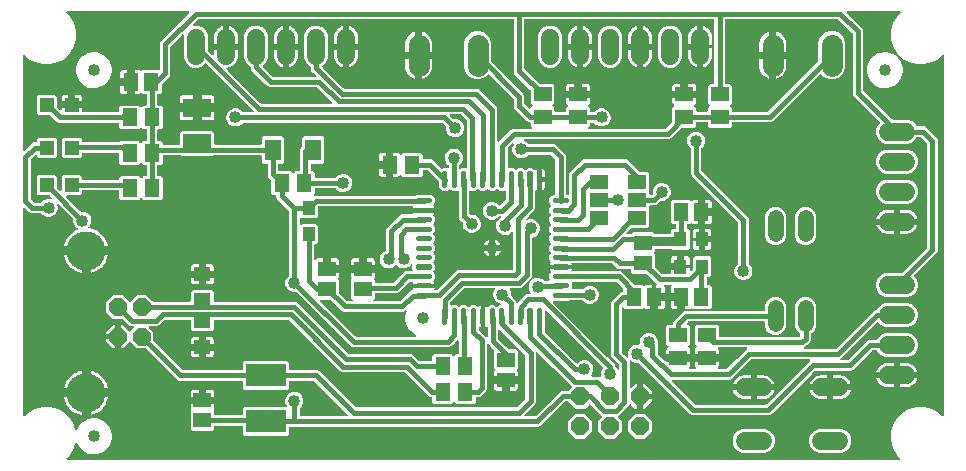
<source format=gbr>
G04 EAGLE Gerber RS-274X export*
G75*
%MOMM*%
%FSLAX34Y34*%
%LPD*%
%INTop Copper*%
%IPPOS*%
%AMOC8*
5,1,8,0,0,1.08239X$1,22.5*%
G01*
%ADD10R,1.500000X1.300000*%
%ADD11R,1.300000X1.500000*%
%ADD12R,2.400000X1.600000*%
%ADD13R,1.400000X1.800000*%
%ADD14R,3.400000X1.900000*%
%ADD15C,1.016000*%
%ADD16P,1.677704X8X22.500000*%
%ADD17R,1.000000X1.200000*%
%ADD18R,1.200000X1.200000*%
%ADD19C,0.360000*%
%ADD20C,1.000000*%
%ADD21P,1.578125X8X292.500000*%
%ADD22C,3.316000*%
%ADD23R,1.050000X1.300000*%
%ADD24R,1.400000X1.200000*%
%ADD25C,1.524000*%
%ADD26C,1.320800*%
%ADD27R,1.600200X1.168400*%
%ADD28C,1.790700*%
%ADD29C,0.254000*%
%ADD30C,0.381000*%

G36*
X753648Y168275D02*
X753648Y168275D01*
X753739Y168283D01*
X753769Y168295D01*
X753801Y168300D01*
X753882Y168343D01*
X753966Y168379D01*
X753998Y168405D01*
X754018Y168416D01*
X754041Y168439D01*
X754096Y168484D01*
X775331Y189719D01*
X775384Y189792D01*
X775444Y189862D01*
X775456Y189892D01*
X775475Y189918D01*
X775502Y190005D01*
X775536Y190090D01*
X775540Y190131D01*
X775547Y190153D01*
X775546Y190186D01*
X775554Y190257D01*
X775554Y277843D01*
X775540Y277933D01*
X775532Y278024D01*
X775520Y278054D01*
X775515Y278086D01*
X775472Y278167D01*
X775436Y278250D01*
X775410Y278283D01*
X775399Y278303D01*
X775376Y278325D01*
X775331Y278381D01*
X770281Y283431D01*
X770208Y283484D01*
X770138Y283544D01*
X770108Y283556D01*
X770082Y283575D01*
X769995Y283602D01*
X769910Y283636D01*
X769869Y283640D01*
X769847Y283647D01*
X769814Y283646D01*
X769743Y283654D01*
X767285Y283654D01*
X767170Y283635D01*
X767054Y283618D01*
X767048Y283616D01*
X767042Y283615D01*
X766940Y283560D01*
X766835Y283507D01*
X766830Y283502D01*
X766825Y283499D01*
X766745Y283415D01*
X766663Y283331D01*
X766659Y283325D01*
X766656Y283321D01*
X766648Y283304D01*
X766582Y283184D01*
X766234Y282344D01*
X763376Y279486D01*
X759641Y277939D01*
X740359Y277939D01*
X736624Y279486D01*
X733766Y282344D01*
X732219Y286079D01*
X732219Y290121D01*
X733697Y293688D01*
X733766Y293856D01*
X734515Y294605D01*
X735323Y295413D01*
X735335Y295429D01*
X735351Y295441D01*
X735407Y295529D01*
X735467Y295613D01*
X735473Y295632D01*
X735484Y295648D01*
X735509Y295749D01*
X735539Y295848D01*
X735539Y295868D01*
X735544Y295887D01*
X735536Y295990D01*
X735533Y296094D01*
X735526Y296112D01*
X735525Y296132D01*
X735484Y296227D01*
X735448Y296325D01*
X735436Y296340D01*
X735428Y296358D01*
X735323Y296489D01*
X734515Y297298D01*
X714750Y317063D01*
X713231Y318582D01*
X712554Y320216D01*
X712554Y370843D01*
X712540Y370933D01*
X712532Y371024D01*
X712520Y371054D01*
X712515Y371086D01*
X712472Y371167D01*
X712436Y371251D01*
X712410Y371283D01*
X712399Y371303D01*
X712376Y371326D01*
X712331Y371381D01*
X700446Y383266D01*
X700373Y383319D01*
X700303Y383379D01*
X700273Y383391D01*
X700247Y383410D01*
X700160Y383437D01*
X700075Y383471D01*
X700034Y383475D01*
X700012Y383482D01*
X699979Y383481D01*
X699908Y383489D01*
X605207Y383489D01*
X605187Y383486D01*
X605168Y383488D01*
X605066Y383466D01*
X604964Y383450D01*
X604947Y383440D01*
X604927Y383436D01*
X604838Y383383D01*
X604747Y383334D01*
X604733Y383320D01*
X604716Y383310D01*
X604649Y383231D01*
X604577Y383156D01*
X604569Y383138D01*
X604556Y383123D01*
X604517Y383027D01*
X604474Y382933D01*
X604472Y382913D01*
X604464Y382895D01*
X604446Y382728D01*
X604446Y329302D01*
X604449Y329282D01*
X604447Y329263D01*
X604469Y329161D01*
X604485Y329059D01*
X604495Y329042D01*
X604499Y329022D01*
X604552Y328933D01*
X604601Y328842D01*
X604615Y328828D01*
X604625Y328811D01*
X604704Y328744D01*
X604779Y328672D01*
X604797Y328664D01*
X604812Y328651D01*
X604908Y328612D01*
X605002Y328569D01*
X605022Y328567D01*
X605040Y328559D01*
X605207Y328541D01*
X608552Y328541D01*
X610041Y327052D01*
X610041Y311948D01*
X608631Y310538D01*
X608620Y310522D01*
X608604Y310510D01*
X608548Y310422D01*
X608488Y310339D01*
X608482Y310320D01*
X608471Y310303D01*
X608446Y310202D01*
X608416Y310103D01*
X608416Y310084D01*
X608411Y310064D01*
X608419Y309961D01*
X608422Y309858D01*
X608429Y309839D01*
X608430Y309819D01*
X608471Y309724D01*
X608506Y309627D01*
X608519Y309611D01*
X608527Y309593D01*
X608631Y309462D01*
X609439Y308654D01*
X609440Y308653D01*
X610041Y308052D01*
X610041Y305707D01*
X610044Y305687D01*
X610042Y305668D01*
X610064Y305566D01*
X610080Y305464D01*
X610090Y305447D01*
X610094Y305427D01*
X610147Y305338D01*
X610196Y305247D01*
X610210Y305233D01*
X610220Y305216D01*
X610299Y305149D01*
X610374Y305077D01*
X610392Y305069D01*
X610407Y305056D01*
X610503Y305017D01*
X610597Y304974D01*
X610617Y304972D01*
X610635Y304964D01*
X610802Y304946D01*
X640643Y304946D01*
X640733Y304960D01*
X640824Y304968D01*
X640854Y304980D01*
X640886Y304985D01*
X640967Y305028D01*
X641050Y305064D01*
X641083Y305090D01*
X641103Y305101D01*
X641125Y305124D01*
X641181Y305169D01*
X683283Y347270D01*
X683336Y347344D01*
X683395Y347413D01*
X683408Y347444D01*
X683426Y347470D01*
X683453Y347557D01*
X683487Y347642D01*
X683492Y347683D01*
X683499Y347705D01*
X683498Y347737D01*
X683506Y347808D01*
X683506Y363940D01*
X685256Y368164D01*
X688489Y371398D01*
X692714Y373148D01*
X697286Y373148D01*
X701511Y371398D01*
X704744Y368164D01*
X706494Y363940D01*
X706494Y341460D01*
X704744Y337236D01*
X701511Y334002D01*
X697286Y332252D01*
X692714Y332252D01*
X688489Y334002D01*
X686886Y335605D01*
X686886Y335606D01*
X686077Y336414D01*
X686061Y336425D01*
X686049Y336441D01*
X685961Y336497D01*
X685878Y336557D01*
X685859Y336563D01*
X685842Y336574D01*
X685741Y336599D01*
X685643Y336630D01*
X685623Y336629D01*
X685603Y336634D01*
X685500Y336626D01*
X685397Y336623D01*
X685378Y336616D01*
X685358Y336615D01*
X685263Y336575D01*
X685166Y336539D01*
X685150Y336526D01*
X685132Y336519D01*
X685001Y336414D01*
X666168Y317581D01*
X645318Y296731D01*
X643684Y296054D01*
X610802Y296054D01*
X610782Y296051D01*
X610763Y296053D01*
X610661Y296031D01*
X610559Y296015D01*
X610542Y296005D01*
X610522Y296001D01*
X610433Y295948D01*
X610342Y295899D01*
X610328Y295885D01*
X610311Y295875D01*
X610244Y295796D01*
X610172Y295721D01*
X610164Y295703D01*
X610151Y295688D01*
X610112Y295592D01*
X610069Y295498D01*
X610067Y295478D01*
X610059Y295460D01*
X610041Y295293D01*
X610041Y292948D01*
X608552Y291459D01*
X591448Y291459D01*
X589959Y292948D01*
X589959Y295293D01*
X589956Y295313D01*
X589958Y295332D01*
X589936Y295434D01*
X589920Y295536D01*
X589910Y295553D01*
X589906Y295573D01*
X589853Y295662D01*
X589804Y295753D01*
X589790Y295767D01*
X589780Y295784D01*
X589701Y295851D01*
X589626Y295923D01*
X589608Y295931D01*
X589593Y295944D01*
X589497Y295983D01*
X589403Y296026D01*
X589383Y296028D01*
X589365Y296036D01*
X589198Y296054D01*
X580802Y296054D01*
X580782Y296051D01*
X580763Y296053D01*
X580661Y296031D01*
X580559Y296015D01*
X580542Y296005D01*
X580522Y296001D01*
X580433Y295948D01*
X580342Y295899D01*
X580328Y295885D01*
X580311Y295875D01*
X580244Y295796D01*
X580172Y295721D01*
X580164Y295703D01*
X580151Y295688D01*
X580112Y295592D01*
X580069Y295498D01*
X580067Y295478D01*
X580059Y295460D01*
X580041Y295293D01*
X580041Y292948D01*
X578552Y291459D01*
X568062Y291459D01*
X567972Y291445D01*
X567881Y291437D01*
X567851Y291425D01*
X567819Y291420D01*
X567738Y291377D01*
X567655Y291341D01*
X567622Y291315D01*
X567602Y291304D01*
X567580Y291281D01*
X567524Y291236D01*
X558518Y282231D01*
X556884Y281554D01*
X435089Y281554D01*
X434993Y281539D01*
X434896Y281529D01*
X434872Y281519D01*
X434846Y281515D01*
X434760Y281469D01*
X434671Y281429D01*
X434652Y281412D01*
X434629Y281399D01*
X434562Y281329D01*
X434490Y281263D01*
X434478Y281240D01*
X434460Y281221D01*
X434419Y281133D01*
X434372Y281047D01*
X434367Y281022D01*
X434356Y280998D01*
X434345Y280901D01*
X434328Y280805D01*
X434332Y280779D01*
X434329Y280754D01*
X434350Y280658D01*
X434364Y280562D01*
X434376Y280539D01*
X434381Y280513D01*
X434431Y280430D01*
X434475Y280343D01*
X434494Y280324D01*
X434507Y280302D01*
X434581Y280239D01*
X434651Y280171D01*
X434679Y280155D01*
X434694Y280142D01*
X434725Y280130D01*
X434798Y280090D01*
X436317Y279461D01*
X437474Y278304D01*
X437474Y278303D01*
X437774Y278003D01*
X438109Y277669D01*
X438183Y277616D01*
X438252Y277556D01*
X438282Y277544D01*
X438308Y277525D01*
X438395Y277498D01*
X438480Y277464D01*
X438521Y277460D01*
X438543Y277453D01*
X438576Y277454D01*
X438647Y277446D01*
X459884Y277446D01*
X461518Y276769D01*
X469169Y269118D01*
X469846Y267484D01*
X469846Y234952D01*
X469849Y234932D01*
X469847Y234913D01*
X469869Y234811D01*
X469885Y234709D01*
X469895Y234692D01*
X469899Y234672D01*
X469952Y234583D01*
X470001Y234492D01*
X470015Y234478D01*
X470025Y234461D01*
X470104Y234394D01*
X470179Y234322D01*
X470197Y234314D01*
X470212Y234301D01*
X470308Y234262D01*
X470402Y234219D01*
X470422Y234217D01*
X470440Y234209D01*
X470607Y234191D01*
X471793Y234191D01*
X471813Y234194D01*
X471832Y234192D01*
X471934Y234214D01*
X472036Y234230D01*
X472053Y234240D01*
X472073Y234244D01*
X472162Y234297D01*
X472253Y234346D01*
X472267Y234360D01*
X472284Y234370D01*
X472351Y234449D01*
X472423Y234524D01*
X472431Y234542D01*
X472444Y234557D01*
X472483Y234653D01*
X472526Y234747D01*
X472528Y234767D01*
X472536Y234785D01*
X472554Y234952D01*
X472554Y252842D01*
X473096Y253384D01*
X481963Y262250D01*
X483482Y263769D01*
X485116Y264446D01*
X520884Y264446D01*
X522518Y263769D01*
X532442Y253846D01*
X532515Y253793D01*
X532585Y253733D01*
X532615Y253721D01*
X532641Y253702D01*
X532728Y253675D01*
X532813Y253641D01*
X532854Y253637D01*
X532876Y253630D01*
X532909Y253631D01*
X532980Y253623D01*
X539053Y253623D01*
X540542Y252134D01*
X540542Y238346D01*
X540354Y238158D01*
X540343Y238142D01*
X540327Y238130D01*
X540271Y238042D01*
X540211Y237959D01*
X540205Y237940D01*
X540194Y237923D01*
X540169Y237822D01*
X540139Y237723D01*
X540139Y237703D01*
X540134Y237684D01*
X540142Y237581D01*
X540145Y237478D01*
X540152Y237459D01*
X540153Y237439D01*
X540194Y237344D01*
X540229Y237247D01*
X540242Y237231D01*
X540250Y237213D01*
X540354Y237082D01*
X540542Y236894D01*
X540542Y235207D01*
X540545Y235187D01*
X540543Y235168D01*
X540565Y235066D01*
X540581Y234964D01*
X540591Y234947D01*
X540595Y234927D01*
X540648Y234838D01*
X540697Y234747D01*
X540711Y234733D01*
X540721Y234716D01*
X540800Y234649D01*
X540875Y234577D01*
X540893Y234569D01*
X540908Y234556D01*
X541004Y234517D01*
X541098Y234474D01*
X541118Y234472D01*
X541136Y234464D01*
X541303Y234446D01*
X541843Y234446D01*
X541933Y234460D01*
X542024Y234468D01*
X542054Y234480D01*
X542086Y234485D01*
X542167Y234528D01*
X542250Y234564D01*
X542283Y234590D01*
X542303Y234601D01*
X542325Y234624D01*
X542381Y234669D01*
X543156Y235444D01*
X543209Y235517D01*
X543269Y235587D01*
X543281Y235617D01*
X543300Y235643D01*
X543327Y235730D01*
X543361Y235815D01*
X543365Y235856D01*
X543372Y235878D01*
X543371Y235911D01*
X543379Y235982D01*
X543379Y238516D01*
X544205Y240510D01*
X544250Y240617D01*
X544539Y241317D01*
X546683Y243461D01*
X548084Y244041D01*
X549484Y244621D01*
X552516Y244621D01*
X553916Y244041D01*
X555317Y243461D01*
X557461Y241317D01*
X558096Y239783D01*
X558621Y238516D01*
X558621Y235484D01*
X558464Y235107D01*
X557461Y232683D01*
X555317Y230539D01*
X552516Y229379D01*
X549982Y229379D01*
X549892Y229365D01*
X549801Y229357D01*
X549771Y229345D01*
X549739Y229340D01*
X549658Y229297D01*
X549575Y229261D01*
X549542Y229235D01*
X549522Y229224D01*
X549500Y229201D01*
X549444Y229156D01*
X545842Y225554D01*
X541303Y225554D01*
X541283Y225551D01*
X541264Y225553D01*
X541162Y225531D01*
X541060Y225515D01*
X541043Y225505D01*
X541023Y225501D01*
X540934Y225448D01*
X540843Y225399D01*
X540829Y225385D01*
X540812Y225375D01*
X540745Y225296D01*
X540673Y225221D01*
X540665Y225203D01*
X540652Y225188D01*
X540613Y225092D01*
X540570Y224998D01*
X540568Y224978D01*
X540560Y224960D01*
X540542Y224793D01*
X540542Y223106D01*
X540354Y222918D01*
X540343Y222902D01*
X540327Y222890D01*
X540271Y222802D01*
X540211Y222719D01*
X540205Y222700D01*
X540194Y222683D01*
X540169Y222582D01*
X540139Y222483D01*
X540139Y222463D01*
X540134Y222444D01*
X540142Y222341D01*
X540145Y222238D01*
X540152Y222219D01*
X540153Y222199D01*
X540194Y222104D01*
X540229Y222007D01*
X540242Y221991D01*
X540250Y221973D01*
X540354Y221842D01*
X540542Y221654D01*
X540542Y207866D01*
X539053Y206377D01*
X525087Y206377D01*
X524997Y206363D01*
X524906Y206355D01*
X524876Y206343D01*
X524844Y206338D01*
X524764Y206295D01*
X524680Y206259D01*
X524648Y206233D01*
X524627Y206222D01*
X524605Y206199D01*
X524549Y206154D01*
X520920Y202525D01*
X520878Y202467D01*
X520828Y202415D01*
X520806Y202368D01*
X520776Y202326D01*
X520755Y202257D01*
X520725Y202192D01*
X520719Y202140D01*
X520704Y202090D01*
X520706Y202019D01*
X520698Y201948D01*
X520709Y201897D01*
X520710Y201845D01*
X520735Y201777D01*
X520750Y201707D01*
X520777Y201663D01*
X520795Y201614D01*
X520839Y201558D01*
X520876Y201496D01*
X520916Y201462D01*
X520948Y201422D01*
X521009Y201383D01*
X521063Y201336D01*
X521111Y201317D01*
X521155Y201289D01*
X521225Y201271D01*
X521291Y201244D01*
X521363Y201236D01*
X521394Y201228D01*
X521417Y201230D01*
X521458Y201226D01*
X524737Y201226D01*
X524827Y201240D01*
X524918Y201248D01*
X524948Y201260D01*
X524980Y201265D01*
X525061Y201308D01*
X525145Y201344D01*
X525177Y201370D01*
X525197Y201381D01*
X525205Y201389D01*
X525206Y201389D01*
X525221Y201405D01*
X525276Y201449D01*
X526648Y202821D01*
X543752Y202821D01*
X545124Y201449D01*
X545198Y201396D01*
X545268Y201336D01*
X545298Y201324D01*
X545324Y201305D01*
X545411Y201278D01*
X545496Y201244D01*
X545537Y201240D01*
X545559Y201233D01*
X545591Y201234D01*
X545663Y201226D01*
X558198Y201226D01*
X558218Y201229D01*
X558237Y201227D01*
X558339Y201249D01*
X558441Y201265D01*
X558458Y201275D01*
X558478Y201279D01*
X558567Y201332D01*
X558658Y201381D01*
X558672Y201395D01*
X558689Y201405D01*
X558756Y201484D01*
X558828Y201559D01*
X558836Y201577D01*
X558849Y201592D01*
X558888Y201688D01*
X558931Y201782D01*
X558933Y201802D01*
X558941Y201820D01*
X558959Y201987D01*
X558959Y204332D01*
X560448Y205821D01*
X562293Y205821D01*
X562313Y205824D01*
X562332Y205822D01*
X562434Y205844D01*
X562536Y205860D01*
X562553Y205870D01*
X562573Y205874D01*
X562662Y205927D01*
X562753Y205976D01*
X562767Y205990D01*
X562784Y206000D01*
X562851Y206079D01*
X562923Y206154D01*
X562931Y206172D01*
X562944Y206187D01*
X562983Y206283D01*
X563026Y206377D01*
X563028Y206397D01*
X563036Y206415D01*
X563054Y206582D01*
X563054Y209198D01*
X563051Y209218D01*
X563053Y209237D01*
X563031Y209339D01*
X563015Y209441D01*
X563005Y209458D01*
X563001Y209478D01*
X562948Y209567D01*
X562899Y209658D01*
X562885Y209672D01*
X562875Y209689D01*
X562796Y209756D01*
X562721Y209828D01*
X562703Y209836D01*
X562688Y209849D01*
X562592Y209888D01*
X562498Y209931D01*
X562478Y209933D01*
X562460Y209941D01*
X562293Y209959D01*
X559948Y209959D01*
X558459Y211448D01*
X558459Y228552D01*
X559948Y230041D01*
X575052Y230041D01*
X575469Y229624D01*
X575505Y229598D01*
X575534Y229566D01*
X575604Y229527D01*
X575669Y229481D01*
X575711Y229468D01*
X575749Y229446D01*
X575827Y229432D01*
X575904Y229408D01*
X575948Y229409D01*
X575991Y229401D01*
X576070Y229412D01*
X576150Y229415D01*
X576191Y229430D01*
X576234Y229436D01*
X576368Y229494D01*
X576381Y229499D01*
X576383Y229501D01*
X576388Y229503D01*
X577019Y229868D01*
X577666Y230041D01*
X581251Y230041D01*
X581251Y221345D01*
X581258Y221279D01*
X581255Y221213D01*
X581277Y221086D01*
X581291Y220957D01*
X581311Y220894D01*
X581322Y220829D01*
X581370Y220709D01*
X581409Y220586D01*
X581441Y220528D01*
X581466Y220466D01*
X581536Y220359D01*
X581600Y220246D01*
X581644Y220196D01*
X581680Y220141D01*
X581771Y220050D01*
X581815Y220000D01*
X581762Y219954D01*
X581722Y219901D01*
X581675Y219854D01*
X581605Y219746D01*
X581527Y219643D01*
X581499Y219583D01*
X581462Y219527D01*
X581415Y219407D01*
X581360Y219291D01*
X581344Y219226D01*
X581320Y219164D01*
X581308Y219077D01*
X581268Y218912D01*
X581263Y218742D01*
X581251Y218655D01*
X581251Y209959D01*
X577666Y209959D01*
X577019Y210132D01*
X576388Y210497D01*
X576347Y210512D01*
X576310Y210536D01*
X576233Y210556D01*
X576158Y210584D01*
X576114Y210586D01*
X576072Y210596D01*
X575992Y210590D01*
X575912Y210593D01*
X575870Y210580D01*
X575826Y210577D01*
X575753Y210546D01*
X575676Y210523D01*
X575640Y210498D01*
X575600Y210481D01*
X575486Y210390D01*
X575475Y210382D01*
X575473Y210379D01*
X575469Y210376D01*
X575052Y209959D01*
X572707Y209959D01*
X572687Y209956D01*
X572668Y209958D01*
X572566Y209936D01*
X572464Y209920D01*
X572447Y209910D01*
X572427Y209906D01*
X572338Y209853D01*
X572247Y209804D01*
X572233Y209790D01*
X572216Y209780D01*
X572149Y209701D01*
X572077Y209626D01*
X572069Y209608D01*
X572056Y209593D01*
X572017Y209497D01*
X571974Y209403D01*
X571972Y209383D01*
X571964Y209365D01*
X571946Y209198D01*
X571946Y206582D01*
X571949Y206562D01*
X571947Y206543D01*
X571969Y206441D01*
X571985Y206339D01*
X571995Y206322D01*
X571999Y206302D01*
X572052Y206213D01*
X572101Y206122D01*
X572115Y206108D01*
X572125Y206091D01*
X572204Y206024D01*
X572279Y205952D01*
X572297Y205944D01*
X572312Y205931D01*
X572408Y205892D01*
X572502Y205849D01*
X572522Y205847D01*
X572540Y205839D01*
X572707Y205821D01*
X573052Y205821D01*
X574541Y204332D01*
X574541Y189228D01*
X573052Y187739D01*
X560448Y187739D01*
X559835Y188352D01*
X559501Y188686D01*
X559427Y188739D01*
X559357Y188799D01*
X559327Y188811D01*
X559301Y188830D01*
X559214Y188857D01*
X559129Y188891D01*
X559088Y188895D01*
X559066Y188902D01*
X559034Y188901D01*
X558962Y188909D01*
X546002Y188909D01*
X545982Y188906D01*
X545963Y188908D01*
X545861Y188886D01*
X545759Y188870D01*
X545742Y188860D01*
X545722Y188856D01*
X545633Y188803D01*
X545542Y188754D01*
X545528Y188740D01*
X545511Y188730D01*
X545444Y188651D01*
X545372Y188576D01*
X545364Y188558D01*
X545351Y188543D01*
X545312Y188447D01*
X545269Y188353D01*
X545267Y188333D01*
X545259Y188315D01*
X545241Y188148D01*
X545241Y186228D01*
X544831Y185818D01*
X544820Y185802D01*
X544804Y185790D01*
X544748Y185703D01*
X544688Y185619D01*
X544682Y185600D01*
X544671Y185583D01*
X544646Y185482D01*
X544616Y185383D01*
X544616Y185364D01*
X544611Y185344D01*
X544619Y185241D01*
X544622Y185138D01*
X544629Y185119D01*
X544630Y185099D01*
X544671Y185004D01*
X544706Y184907D01*
X544719Y184891D01*
X544727Y184873D01*
X544831Y184742D01*
X545241Y184332D01*
X545241Y173342D01*
X545255Y173252D01*
X545263Y173161D01*
X545275Y173131D01*
X545280Y173099D01*
X545323Y173018D01*
X545359Y172934D01*
X545385Y172902D01*
X545396Y172882D01*
X545419Y172859D01*
X545464Y172804D01*
X550764Y167504D01*
X550837Y167451D01*
X550907Y167391D01*
X550937Y167379D01*
X550963Y167360D01*
X551050Y167333D01*
X551135Y167299D01*
X551176Y167295D01*
X551198Y167288D01*
X551231Y167289D01*
X551302Y167281D01*
X558198Y167281D01*
X558218Y167284D01*
X558237Y167282D01*
X558339Y167304D01*
X558441Y167320D01*
X558458Y167330D01*
X558478Y167334D01*
X558567Y167387D01*
X558658Y167436D01*
X558672Y167450D01*
X558689Y167460D01*
X558756Y167539D01*
X558828Y167614D01*
X558836Y167632D01*
X558849Y167647D01*
X558888Y167743D01*
X558931Y167837D01*
X558933Y167857D01*
X558941Y167875D01*
X558959Y168042D01*
X558959Y171156D01*
X566030Y171156D01*
X566096Y171163D01*
X566162Y171160D01*
X566289Y171182D01*
X566418Y171196D01*
X566481Y171216D01*
X566546Y171227D01*
X566666Y171275D01*
X566789Y171314D01*
X566847Y171346D01*
X566909Y171371D01*
X567016Y171441D01*
X567129Y171505D01*
X567179Y171549D01*
X567234Y171585D01*
X567325Y171676D01*
X567422Y171761D01*
X567462Y171814D01*
X567509Y171861D01*
X567580Y171969D01*
X567658Y172072D01*
X567686Y172132D01*
X567722Y172188D01*
X567750Y172257D01*
X574541Y172257D01*
X574541Y170608D01*
X574555Y170521D01*
X574561Y170432D01*
X574575Y170400D01*
X574580Y170365D01*
X574622Y170287D01*
X574656Y170205D01*
X574679Y170179D01*
X574696Y170148D01*
X574760Y170087D01*
X574818Y170020D01*
X574849Y170003D01*
X574874Y169979D01*
X574954Y169941D01*
X575031Y169897D01*
X575065Y169890D01*
X575097Y169875D01*
X575185Y169865D01*
X575272Y169847D01*
X575307Y169852D01*
X575341Y169848D01*
X575428Y169867D01*
X575516Y169878D01*
X575548Y169893D01*
X575582Y169900D01*
X575658Y169946D01*
X575738Y169984D01*
X575772Y170014D01*
X575793Y170026D01*
X575813Y170050D01*
X575864Y170095D01*
X577260Y171624D01*
X577301Y171686D01*
X577349Y171742D01*
X577367Y171788D01*
X577394Y171830D01*
X577413Y171901D01*
X577441Y171970D01*
X577448Y172037D01*
X577456Y172068D01*
X577454Y172092D01*
X577459Y172137D01*
X577459Y181332D01*
X578948Y182821D01*
X591552Y182821D01*
X593041Y181332D01*
X593041Y166228D01*
X591552Y164739D01*
X589707Y164739D01*
X589687Y164736D01*
X589668Y164738D01*
X589566Y164716D01*
X589464Y164700D01*
X589447Y164690D01*
X589427Y164686D01*
X589338Y164633D01*
X589247Y164584D01*
X589233Y164570D01*
X589216Y164560D01*
X589149Y164481D01*
X589077Y164406D01*
X589069Y164388D01*
X589056Y164373D01*
X589017Y164277D01*
X588974Y164183D01*
X588972Y164163D01*
X588964Y164145D01*
X588946Y163978D01*
X588946Y158802D01*
X588949Y158782D01*
X588947Y158763D01*
X588969Y158661D01*
X588985Y158559D01*
X588995Y158542D01*
X588999Y158522D01*
X589052Y158433D01*
X589101Y158342D01*
X589115Y158328D01*
X589125Y158311D01*
X589204Y158244D01*
X589279Y158172D01*
X589297Y158164D01*
X589312Y158151D01*
X589408Y158112D01*
X589502Y158069D01*
X589522Y158067D01*
X589540Y158059D01*
X589707Y158041D01*
X592052Y158041D01*
X593541Y156552D01*
X593541Y139448D01*
X592052Y137959D01*
X576948Y137959D01*
X576531Y138376D01*
X576495Y138402D01*
X576466Y138434D01*
X576396Y138473D01*
X576331Y138519D01*
X576289Y138532D01*
X576251Y138554D01*
X576173Y138568D01*
X576096Y138592D01*
X576052Y138591D01*
X576009Y138599D01*
X575930Y138588D01*
X575850Y138585D01*
X575809Y138570D01*
X575766Y138564D01*
X575632Y138506D01*
X575619Y138501D01*
X575617Y138499D01*
X575612Y138497D01*
X574981Y138132D01*
X574334Y137959D01*
X570749Y137959D01*
X570749Y146655D01*
X570742Y146721D01*
X570745Y146787D01*
X570723Y146914D01*
X570709Y147043D01*
X570689Y147106D01*
X570678Y147171D01*
X570630Y147291D01*
X570591Y147414D01*
X570559Y147472D01*
X570534Y147534D01*
X570463Y147641D01*
X570400Y147754D01*
X570356Y147804D01*
X570320Y147859D01*
X570229Y147950D01*
X570144Y148047D01*
X570091Y148087D01*
X570044Y148134D01*
X569936Y148205D01*
X569833Y148283D01*
X569773Y148311D01*
X569717Y148347D01*
X569597Y148395D01*
X569481Y148450D01*
X569416Y148465D01*
X569354Y148490D01*
X569268Y148501D01*
X569102Y148542D01*
X568932Y148547D01*
X568845Y148559D01*
X568059Y148559D01*
X568059Y149345D01*
X568052Y149411D01*
X568054Y149478D01*
X568032Y149605D01*
X568019Y149733D01*
X567999Y149796D01*
X567988Y149862D01*
X567940Y149981D01*
X567901Y150104D01*
X567868Y150162D01*
X567844Y150224D01*
X567773Y150331D01*
X567710Y150444D01*
X567666Y150494D01*
X567630Y150550D01*
X567538Y150641D01*
X567454Y150738D01*
X567401Y150778D01*
X567354Y150825D01*
X567246Y150895D01*
X567143Y150973D01*
X567083Y151001D01*
X567027Y151038D01*
X566907Y151085D01*
X566791Y151140D01*
X566726Y151156D01*
X566664Y151180D01*
X566577Y151192D01*
X566412Y151232D01*
X566242Y151237D01*
X566155Y151249D01*
X558459Y151249D01*
X558459Y155834D01*
X558502Y155992D01*
X558632Y156481D01*
X558967Y157060D01*
X558997Y157090D01*
X559038Y157148D01*
X559088Y157200D01*
X559110Y157247D01*
X559140Y157289D01*
X559161Y157358D01*
X559191Y157423D01*
X559197Y157475D01*
X559212Y157524D01*
X559211Y157596D01*
X559219Y157667D01*
X559208Y157718D01*
X559206Y157770D01*
X559182Y157838D01*
X559166Y157908D01*
X559140Y157953D01*
X559122Y158001D01*
X559077Y158057D01*
X559040Y158119D01*
X559001Y158153D01*
X558968Y158193D01*
X558908Y158232D01*
X558853Y158279D01*
X558805Y158298D01*
X558761Y158326D01*
X558692Y158344D01*
X558625Y158371D01*
X558554Y158379D01*
X558523Y158387D01*
X558499Y158385D01*
X558458Y158389D01*
X553542Y158389D01*
X553471Y158378D01*
X553399Y158376D01*
X553350Y158358D01*
X553299Y158350D01*
X553236Y158316D01*
X553168Y158291D01*
X553127Y158259D01*
X553082Y158234D01*
X553032Y158182D01*
X552976Y158138D01*
X552948Y158094D01*
X552912Y158056D01*
X552882Y157991D01*
X552843Y157931D01*
X552830Y157880D01*
X552809Y157833D01*
X552801Y157762D01*
X552783Y157692D01*
X552787Y157640D01*
X552781Y157589D01*
X552797Y157519D01*
X552802Y157447D01*
X552823Y157399D01*
X552834Y157348D01*
X552871Y157287D01*
X552899Y157221D01*
X552943Y157165D01*
X552960Y157137D01*
X552978Y157122D01*
X553003Y157090D01*
X553033Y157060D01*
X553368Y156481D01*
X553498Y155992D01*
X553541Y155834D01*
X553541Y151249D01*
X546023Y151249D01*
X546023Y158075D01*
X546057Y158080D01*
X546120Y158114D01*
X546188Y158139D01*
X546228Y158171D01*
X546274Y158196D01*
X546324Y158248D01*
X546380Y158292D01*
X546408Y158336D01*
X546444Y158374D01*
X546474Y158439D01*
X546513Y158499D01*
X546525Y158550D01*
X546547Y158597D01*
X546555Y158668D01*
X546573Y158738D01*
X546569Y158790D01*
X546574Y158841D01*
X546559Y158911D01*
X546554Y158983D01*
X546533Y159031D01*
X546522Y159082D01*
X546485Y159143D01*
X546457Y159209D01*
X546413Y159265D01*
X546396Y159293D01*
X546378Y159308D01*
X546353Y159340D01*
X544476Y161216D01*
X538176Y167516D01*
X538102Y167569D01*
X538033Y167629D01*
X538003Y167641D01*
X537977Y167660D01*
X537890Y167687D01*
X537805Y167721D01*
X537764Y167725D01*
X537742Y167732D01*
X537709Y167731D01*
X537638Y167739D01*
X526648Y167739D01*
X525159Y169228D01*
X525159Y171323D01*
X525156Y171343D01*
X525158Y171362D01*
X525136Y171464D01*
X525120Y171566D01*
X525110Y171583D01*
X525106Y171603D01*
X525053Y171692D01*
X525004Y171783D01*
X524990Y171797D01*
X524980Y171814D01*
X524901Y171881D01*
X524826Y171953D01*
X524808Y171961D01*
X524793Y171974D01*
X524697Y172013D01*
X524603Y172056D01*
X524583Y172058D01*
X524565Y172066D01*
X524398Y172084D01*
X513458Y172084D01*
X512446Y173096D01*
X512446Y173097D01*
X511263Y174280D01*
X508811Y176731D01*
X508738Y176784D01*
X508668Y176844D01*
X508638Y176856D01*
X508612Y176875D01*
X508525Y176902D01*
X508440Y176936D01*
X508399Y176940D01*
X508377Y176947D01*
X508344Y176946D01*
X508273Y176954D01*
X475139Y176954D01*
X475044Y176939D01*
X474949Y176930D01*
X474924Y176919D01*
X474896Y176915D01*
X474812Y176870D01*
X474724Y176832D01*
X474703Y176813D01*
X474678Y176799D01*
X474613Y176730D01*
X474542Y176666D01*
X474528Y176642D01*
X474509Y176621D01*
X474469Y176535D01*
X474422Y176451D01*
X474417Y176424D01*
X474405Y176398D01*
X474395Y176303D01*
X474377Y176210D01*
X474381Y176182D01*
X474378Y176154D01*
X474399Y176060D01*
X474412Y175966D01*
X474426Y175934D01*
X474431Y175913D01*
X474447Y175885D01*
X474479Y175812D01*
X474645Y175525D01*
X474704Y175304D01*
X465400Y175304D01*
X456104Y175304D01*
X456299Y175774D01*
X456512Y176143D01*
X456587Y176256D01*
X456622Y176322D01*
X456665Y176384D01*
X456709Y176486D01*
X456727Y176515D01*
X457073Y176862D01*
X457085Y176878D01*
X457100Y176890D01*
X457156Y176978D01*
X457217Y177061D01*
X457222Y177080D01*
X457233Y177097D01*
X457258Y177198D01*
X457289Y177296D01*
X457288Y177316D01*
X457293Y177336D01*
X457285Y177439D01*
X457283Y177542D01*
X457276Y177561D01*
X457274Y177581D01*
X457234Y177676D01*
X457198Y177773D01*
X457186Y177789D01*
X457178Y177807D01*
X457073Y177938D01*
X456520Y178491D01*
X455859Y180087D01*
X455859Y182713D01*
X456520Y184309D01*
X457073Y184862D01*
X457085Y184878D01*
X457100Y184890D01*
X457156Y184978D01*
X457217Y185061D01*
X457222Y185080D01*
X457233Y185097D01*
X457258Y185198D01*
X457289Y185297D01*
X457288Y185316D01*
X457293Y185336D01*
X457285Y185439D01*
X457283Y185542D01*
X457276Y185561D01*
X457274Y185581D01*
X457234Y185676D01*
X457198Y185773D01*
X457186Y185789D01*
X457178Y185807D01*
X457073Y185938D01*
X456520Y186491D01*
X455859Y188087D01*
X455859Y190713D01*
X456520Y192309D01*
X457073Y192862D01*
X457085Y192878D01*
X457100Y192890D01*
X457156Y192978D01*
X457217Y193061D01*
X457222Y193080D01*
X457233Y193097D01*
X457258Y193198D01*
X457289Y193297D01*
X457288Y193316D01*
X457293Y193336D01*
X457285Y193439D01*
X457283Y193542D01*
X457276Y193561D01*
X457274Y193581D01*
X457234Y193676D01*
X457198Y193773D01*
X457186Y193789D01*
X457178Y193807D01*
X457073Y193938D01*
X456520Y194491D01*
X455859Y196087D01*
X455859Y198713D01*
X456520Y200309D01*
X457073Y200862D01*
X457085Y200878D01*
X457100Y200890D01*
X457156Y200978D01*
X457217Y201061D01*
X457222Y201080D01*
X457233Y201097D01*
X457258Y201198D01*
X457289Y201297D01*
X457288Y201316D01*
X457293Y201336D01*
X457285Y201439D01*
X457283Y201542D01*
X457276Y201561D01*
X457274Y201581D01*
X457234Y201676D01*
X457198Y201773D01*
X457186Y201789D01*
X457178Y201807D01*
X457073Y201938D01*
X456520Y202491D01*
X455859Y204087D01*
X455859Y206713D01*
X456520Y208309D01*
X457073Y208862D01*
X457085Y208878D01*
X457100Y208890D01*
X457156Y208978D01*
X457217Y209061D01*
X457222Y209080D01*
X457233Y209097D01*
X457258Y209198D01*
X457289Y209297D01*
X457288Y209316D01*
X457293Y209336D01*
X457285Y209439D01*
X457283Y209542D01*
X457276Y209561D01*
X457274Y209581D01*
X457234Y209676D01*
X457198Y209773D01*
X457186Y209789D01*
X457178Y209807D01*
X457073Y209938D01*
X456520Y210491D01*
X455859Y212087D01*
X455859Y214713D01*
X456520Y216309D01*
X457073Y216862D01*
X457085Y216878D01*
X457100Y216890D01*
X457156Y216978D01*
X457217Y217061D01*
X457222Y217080D01*
X457233Y217097D01*
X457258Y217198D01*
X457289Y217297D01*
X457288Y217316D01*
X457293Y217336D01*
X457285Y217439D01*
X457283Y217542D01*
X457276Y217561D01*
X457274Y217581D01*
X457234Y217676D01*
X457198Y217773D01*
X457186Y217789D01*
X457178Y217807D01*
X457073Y217938D01*
X456520Y218491D01*
X455859Y220087D01*
X455859Y222713D01*
X456520Y224309D01*
X457073Y224862D01*
X457085Y224878D01*
X457100Y224890D01*
X457156Y224978D01*
X457217Y225061D01*
X457222Y225080D01*
X457233Y225097D01*
X457258Y225198D01*
X457289Y225297D01*
X457288Y225316D01*
X457293Y225336D01*
X457285Y225439D01*
X457283Y225542D01*
X457276Y225561D01*
X457274Y225581D01*
X457234Y225676D01*
X457198Y225773D01*
X457186Y225789D01*
X457178Y225807D01*
X457073Y225938D01*
X456520Y226491D01*
X455859Y228087D01*
X455859Y230713D01*
X456520Y232309D01*
X457741Y233530D01*
X459337Y234191D01*
X460193Y234191D01*
X460213Y234194D01*
X460232Y234192D01*
X460334Y234214D01*
X460436Y234230D01*
X460453Y234240D01*
X460473Y234244D01*
X460562Y234297D01*
X460653Y234346D01*
X460667Y234360D01*
X460684Y234370D01*
X460751Y234449D01*
X460823Y234524D01*
X460831Y234542D01*
X460844Y234557D01*
X460883Y234653D01*
X460926Y234747D01*
X460928Y234767D01*
X460936Y234785D01*
X460954Y234952D01*
X460954Y264443D01*
X460953Y264453D01*
X460953Y264458D01*
X460948Y264483D01*
X460940Y264533D01*
X460932Y264624D01*
X460920Y264654D01*
X460915Y264686D01*
X460872Y264767D01*
X460836Y264850D01*
X460810Y264883D01*
X460799Y264903D01*
X460776Y264925D01*
X460731Y264981D01*
X457381Y268331D01*
X457308Y268384D01*
X457238Y268444D01*
X457208Y268456D01*
X457182Y268475D01*
X457095Y268502D01*
X457010Y268536D01*
X456969Y268540D01*
X456947Y268547D01*
X456914Y268546D01*
X456843Y268554D01*
X438647Y268554D01*
X438557Y268540D01*
X438466Y268532D01*
X438436Y268520D01*
X438404Y268515D01*
X438323Y268472D01*
X438240Y268436D01*
X438207Y268410D01*
X438187Y268399D01*
X438165Y268376D01*
X438109Y268331D01*
X436317Y266539D01*
X434323Y265714D01*
X433516Y265379D01*
X430484Y265379D01*
X429677Y265714D01*
X427683Y266539D01*
X425539Y268683D01*
X425004Y269977D01*
X424920Y270180D01*
X424379Y271484D01*
X424379Y274516D01*
X425444Y277085D01*
X425453Y277126D01*
X425466Y277154D01*
X425471Y277197D01*
X425494Y277273D01*
X425494Y277299D01*
X425500Y277325D01*
X425493Y277395D01*
X425493Y277399D01*
X425492Y277405D01*
X425491Y277421D01*
X425488Y277519D01*
X425479Y277543D01*
X425477Y277569D01*
X425437Y277658D01*
X425404Y277750D01*
X425387Y277770D01*
X425377Y277794D01*
X425311Y277866D01*
X425250Y277942D01*
X425228Y277956D01*
X425210Y277975D01*
X425125Y278022D01*
X425043Y278075D01*
X425018Y278081D01*
X424995Y278094D01*
X424899Y278111D01*
X424804Y278135D01*
X424778Y278133D01*
X424753Y278138D01*
X424656Y278123D01*
X424559Y278116D01*
X424535Y278106D01*
X424509Y278102D01*
X424422Y278058D01*
X424333Y278020D01*
X424307Y277999D01*
X424290Y277990D01*
X424269Y277969D01*
X424263Y277966D01*
X424254Y277957D01*
X424202Y277915D01*
X421129Y274841D01*
X421128Y274841D01*
X420928Y274641D01*
X420594Y274306D01*
X420541Y274232D01*
X420481Y274163D01*
X420469Y274133D01*
X420450Y274107D01*
X420423Y274020D01*
X420389Y273935D01*
X420385Y273894D01*
X420378Y273872D01*
X420379Y273839D01*
X420371Y273768D01*
X420371Y257702D01*
X420374Y257682D01*
X420372Y257663D01*
X420394Y257561D01*
X420410Y257459D01*
X420420Y257442D01*
X420424Y257422D01*
X420477Y257333D01*
X420526Y257242D01*
X420540Y257228D01*
X420550Y257211D01*
X420629Y257144D01*
X420704Y257072D01*
X420722Y257064D01*
X420737Y257051D01*
X420833Y257012D01*
X420927Y256969D01*
X420947Y256967D01*
X420965Y256959D01*
X421132Y256941D01*
X424713Y256941D01*
X426309Y256280D01*
X426862Y255727D01*
X426878Y255715D01*
X426890Y255700D01*
X426978Y255644D01*
X427061Y255583D01*
X427080Y255578D01*
X427097Y255567D01*
X427198Y255542D01*
X427297Y255511D01*
X427316Y255512D01*
X427336Y255507D01*
X427439Y255515D01*
X427542Y255517D01*
X427561Y255524D01*
X427581Y255526D01*
X427676Y255566D01*
X427773Y255602D01*
X427789Y255614D01*
X427807Y255622D01*
X427938Y255727D01*
X428491Y256280D01*
X430087Y256941D01*
X432713Y256941D01*
X434309Y256280D01*
X434862Y255727D01*
X434878Y255715D01*
X434890Y255700D01*
X434978Y255644D01*
X435061Y255583D01*
X435080Y255578D01*
X435097Y255567D01*
X435198Y255542D01*
X435297Y255511D01*
X435316Y255512D01*
X435336Y255507D01*
X435439Y255515D01*
X435542Y255517D01*
X435561Y255524D01*
X435581Y255526D01*
X435676Y255566D01*
X435773Y255602D01*
X435789Y255614D01*
X435807Y255622D01*
X435938Y255727D01*
X436491Y256280D01*
X438087Y256941D01*
X440713Y256941D01*
X442309Y256280D01*
X442862Y255727D01*
X442878Y255715D01*
X442890Y255700D01*
X442978Y255644D01*
X443061Y255583D01*
X443080Y255578D01*
X443097Y255567D01*
X443198Y255542D01*
X443297Y255511D01*
X443317Y255512D01*
X443336Y255507D01*
X443439Y255515D01*
X443542Y255517D01*
X443561Y255524D01*
X443581Y255526D01*
X443676Y255566D01*
X443773Y255602D01*
X443789Y255614D01*
X443807Y255622D01*
X443938Y255727D01*
X444279Y256068D01*
X444305Y256077D01*
X444463Y256174D01*
X444544Y256213D01*
X444657Y256288D01*
X445026Y256501D01*
X445496Y256696D01*
X445496Y247400D01*
X445496Y238096D01*
X445275Y238155D01*
X444988Y238321D01*
X444898Y238354D01*
X444812Y238395D01*
X444784Y238398D01*
X444758Y238408D01*
X444662Y238411D01*
X444568Y238422D01*
X444540Y238416D01*
X444512Y238417D01*
X444420Y238390D01*
X444327Y238369D01*
X444303Y238355D01*
X444276Y238347D01*
X444198Y238292D01*
X444116Y238243D01*
X444098Y238222D01*
X444075Y238206D01*
X444018Y238129D01*
X443956Y238056D01*
X443946Y238030D01*
X443929Y238007D01*
X443900Y237917D01*
X443864Y237828D01*
X443860Y237793D01*
X443854Y237773D01*
X443854Y237740D01*
X443846Y237661D01*
X443846Y222986D01*
X443169Y221352D01*
X438688Y216871D01*
X435989Y214173D01*
X435932Y214093D01*
X435870Y214018D01*
X435861Y213994D01*
X435846Y213973D01*
X435817Y213880D01*
X435782Y213789D01*
X435781Y213763D01*
X435773Y213738D01*
X435776Y213640D01*
X435772Y213543D01*
X435779Y213518D01*
X435780Y213492D01*
X435813Y213400D01*
X435840Y213307D01*
X435855Y213285D01*
X435864Y213261D01*
X435925Y213185D01*
X435981Y213105D01*
X436002Y213089D01*
X436018Y213069D01*
X436100Y213016D01*
X436178Y212958D01*
X436203Y212950D01*
X436225Y212936D01*
X436319Y212912D01*
X436412Y212882D01*
X436438Y212882D01*
X436463Y212876D01*
X436560Y212883D01*
X436658Y212884D01*
X436689Y212893D01*
X436709Y212895D01*
X436739Y212908D01*
X436819Y212931D01*
X438484Y213621D01*
X441516Y213621D01*
X443227Y212912D01*
X444317Y212461D01*
X446461Y210317D01*
X447161Y208626D01*
X447621Y207516D01*
X447621Y204484D01*
X446935Y202828D01*
X446461Y201683D01*
X444317Y199539D01*
X443505Y199203D01*
X442621Y198837D01*
X441916Y198545D01*
X441816Y198483D01*
X441716Y198423D01*
X441712Y198419D01*
X441707Y198415D01*
X441632Y198326D01*
X441556Y198236D01*
X441554Y198231D01*
X441550Y198226D01*
X441508Y198118D01*
X441464Y198008D01*
X441463Y198001D01*
X441462Y197996D01*
X441461Y197978D01*
X441446Y197842D01*
X441446Y165984D01*
X441438Y165955D01*
X441430Y165793D01*
X441416Y165632D01*
X441420Y165599D01*
X441419Y165566D01*
X441444Y165405D01*
X441446Y165387D01*
X441446Y165158D01*
X431842Y155554D01*
X423033Y155554D01*
X422988Y155547D01*
X422942Y155549D01*
X422867Y155527D01*
X422790Y155515D01*
X422750Y155493D01*
X422706Y155480D01*
X422642Y155436D01*
X422573Y155399D01*
X422541Y155366D01*
X422504Y155340D01*
X422457Y155278D01*
X422403Y155221D01*
X422384Y155179D01*
X422357Y155143D01*
X422333Y155069D01*
X422300Y154998D01*
X422295Y154952D01*
X422281Y154909D01*
X422281Y154831D01*
X422273Y154754D01*
X422282Y154709D01*
X422283Y154663D01*
X422321Y154531D01*
X422325Y154513D01*
X422328Y154509D01*
X422330Y154502D01*
X423546Y151566D01*
X423546Y149032D01*
X423560Y148942D01*
X423568Y148851D01*
X423580Y148821D01*
X423585Y148789D01*
X423628Y148708D01*
X423664Y148624D01*
X423690Y148592D01*
X423701Y148572D01*
X423724Y148550D01*
X423769Y148494D01*
X424894Y147369D01*
X427721Y144542D01*
X427721Y143746D01*
X427732Y143675D01*
X427734Y143603D01*
X427752Y143554D01*
X427760Y143503D01*
X427794Y143440D01*
X427819Y143372D01*
X427851Y143332D01*
X427876Y143286D01*
X427928Y143236D01*
X427972Y143180D01*
X428016Y143152D01*
X428054Y143116D01*
X428119Y143086D01*
X428179Y143047D01*
X428230Y143035D01*
X428277Y143013D01*
X428348Y143005D01*
X428418Y142987D01*
X428470Y142991D01*
X428521Y142986D01*
X428592Y143001D01*
X428663Y143006D01*
X428711Y143027D01*
X428762Y143038D01*
X428823Y143075D01*
X428889Y143103D01*
X428945Y143147D01*
X428973Y143164D01*
X428988Y143182D01*
X429020Y143207D01*
X430181Y144369D01*
X433306Y147494D01*
X436133Y150321D01*
X439204Y150321D01*
X439275Y150332D01*
X439347Y150334D01*
X439396Y150352D01*
X439447Y150360D01*
X439510Y150394D01*
X439578Y150419D01*
X439618Y150451D01*
X439664Y150476D01*
X439714Y150528D01*
X439770Y150572D01*
X439798Y150616D01*
X439834Y150654D01*
X439864Y150719D01*
X439903Y150779D01*
X439915Y150830D01*
X439937Y150877D01*
X439945Y150948D01*
X439963Y151018D01*
X439959Y151070D01*
X439964Y151121D01*
X439949Y151192D01*
X439944Y151263D01*
X439923Y151311D01*
X439912Y151362D01*
X439875Y151423D01*
X439847Y151489D01*
X439802Y151545D01*
X439786Y151573D01*
X439768Y151588D01*
X439742Y151620D01*
X439309Y152053D01*
X438149Y154854D01*
X438149Y157886D01*
X439309Y160687D01*
X441453Y162831D01*
X444049Y163906D01*
X444254Y163991D01*
X447286Y163991D01*
X448781Y163372D01*
X450087Y162831D01*
X450849Y162069D01*
X450923Y162016D01*
X450992Y161956D01*
X451022Y161944D01*
X451048Y161925D01*
X451135Y161898D01*
X451220Y161864D01*
X451261Y161860D01*
X451283Y161853D01*
X451316Y161854D01*
X451387Y161846D01*
X455328Y161846D01*
X455398Y161857D01*
X455470Y161859D01*
X455519Y161877D01*
X455570Y161885D01*
X455634Y161919D01*
X455701Y161944D01*
X455742Y161976D01*
X455788Y162001D01*
X455837Y162052D01*
X455893Y162097D01*
X455921Y162141D01*
X455957Y162179D01*
X455987Y162244D01*
X456026Y162304D01*
X456039Y162355D01*
X456061Y162402D01*
X456069Y162473D01*
X456086Y162543D01*
X456082Y162595D01*
X456088Y162646D01*
X456073Y162716D01*
X456067Y162788D01*
X456047Y162836D01*
X456036Y162887D01*
X455999Y162948D01*
X455971Y163014D01*
X455926Y163070D01*
X455910Y163098D01*
X455892Y163113D01*
X455866Y163145D01*
X455859Y163152D01*
X455859Y166713D01*
X456520Y168309D01*
X457073Y168862D01*
X457085Y168878D01*
X457100Y168890D01*
X457156Y168978D01*
X457217Y169061D01*
X457222Y169080D01*
X457233Y169097D01*
X457258Y169198D01*
X457289Y169297D01*
X457288Y169316D01*
X457293Y169336D01*
X457285Y169439D01*
X457283Y169542D01*
X457276Y169561D01*
X457274Y169581D01*
X457234Y169676D01*
X457198Y169773D01*
X457186Y169789D01*
X457178Y169807D01*
X457073Y169938D01*
X456732Y170279D01*
X456723Y170305D01*
X456626Y170463D01*
X456587Y170544D01*
X456512Y170657D01*
X456299Y171026D01*
X456104Y171496D01*
X465400Y171496D01*
X474704Y171496D01*
X474645Y171275D01*
X474479Y170988D01*
X474446Y170898D01*
X474405Y170812D01*
X474402Y170784D01*
X474392Y170758D01*
X474389Y170662D01*
X474378Y170568D01*
X474384Y170540D01*
X474383Y170512D01*
X474410Y170420D01*
X474431Y170327D01*
X474445Y170303D01*
X474453Y170276D01*
X474508Y170198D01*
X474557Y170116D01*
X474578Y170098D01*
X474594Y170075D01*
X474671Y170018D01*
X474744Y169956D01*
X474770Y169946D01*
X474793Y169929D01*
X474883Y169900D01*
X474972Y169864D01*
X475007Y169860D01*
X475027Y169854D01*
X475060Y169854D01*
X475139Y169846D01*
X516442Y169846D01*
X528024Y158264D01*
X528097Y158211D01*
X528167Y158151D01*
X528197Y158139D01*
X528223Y158120D01*
X528310Y158093D01*
X528395Y158059D01*
X528436Y158055D01*
X528458Y158048D01*
X528491Y158049D01*
X528562Y158041D01*
X535052Y158041D01*
X535469Y157624D01*
X535505Y157598D01*
X535534Y157566D01*
X535604Y157527D01*
X535669Y157481D01*
X535711Y157468D01*
X535749Y157446D01*
X535827Y157432D01*
X535904Y157408D01*
X535948Y157409D01*
X535991Y157401D01*
X536070Y157412D01*
X536150Y157415D01*
X536191Y157430D01*
X536234Y157436D01*
X536368Y157494D01*
X536381Y157499D01*
X536383Y157501D01*
X536388Y157503D01*
X537019Y157868D01*
X537666Y158041D01*
X542977Y158041D01*
X542977Y148762D01*
X542980Y148742D01*
X542978Y148723D01*
X543000Y148621D01*
X543011Y148552D01*
X542895Y148532D01*
X542767Y148519D01*
X542704Y148499D01*
X542638Y148488D01*
X542519Y148440D01*
X542396Y148401D01*
X542338Y148368D01*
X542276Y148344D01*
X542169Y148273D01*
X542056Y148210D01*
X542006Y148166D01*
X541950Y148130D01*
X541859Y148038D01*
X541762Y147954D01*
X541722Y147901D01*
X541675Y147854D01*
X541605Y147745D01*
X541527Y147643D01*
X541499Y147583D01*
X541462Y147527D01*
X541415Y147407D01*
X541360Y147291D01*
X541344Y147226D01*
X541320Y147164D01*
X541308Y147077D01*
X541268Y146912D01*
X541263Y146742D01*
X541251Y146655D01*
X541251Y137959D01*
X537666Y137959D01*
X537019Y138132D01*
X536388Y138497D01*
X536347Y138512D01*
X536310Y138536D01*
X536233Y138556D01*
X536158Y138584D01*
X536114Y138586D01*
X536072Y138596D01*
X535992Y138590D01*
X535912Y138593D01*
X535870Y138580D01*
X535826Y138577D01*
X535753Y138546D01*
X535676Y138523D01*
X535640Y138498D01*
X535600Y138481D01*
X535486Y138390D01*
X535475Y138382D01*
X535473Y138379D01*
X535469Y138376D01*
X535052Y137959D01*
X519948Y137959D01*
X518245Y139662D01*
X518187Y139703D01*
X518135Y139753D01*
X518088Y139775D01*
X518046Y139805D01*
X517977Y139826D01*
X517912Y139856D01*
X517860Y139862D01*
X517810Y139878D01*
X517739Y139876D01*
X517668Y139884D01*
X517617Y139872D01*
X517565Y139871D01*
X517497Y139847D01*
X517427Y139831D01*
X517382Y139805D01*
X517334Y139787D01*
X517278Y139742D01*
X517216Y139705D01*
X517182Y139666D01*
X517142Y139633D01*
X517103Y139573D01*
X517056Y139518D01*
X517037Y139470D01*
X517009Y139426D01*
X516991Y139357D01*
X516964Y139290D01*
X516956Y139219D01*
X516948Y139188D01*
X516950Y139164D01*
X516946Y139123D01*
X516946Y101657D01*
X516960Y101567D01*
X516968Y101476D01*
X516980Y101446D01*
X516985Y101414D01*
X517028Y101333D01*
X517064Y101250D01*
X517090Y101217D01*
X517101Y101197D01*
X517124Y101175D01*
X517169Y101119D01*
X517503Y100784D01*
X519128Y99159D01*
X519129Y99158D01*
X521495Y96792D01*
X521574Y96736D01*
X521649Y96674D01*
X521673Y96664D01*
X521695Y96649D01*
X521787Y96620D01*
X521879Y96585D01*
X521905Y96584D01*
X521930Y96577D01*
X522027Y96579D01*
X522124Y96575D01*
X522149Y96582D01*
X522176Y96583D01*
X522267Y96616D01*
X522360Y96643D01*
X522382Y96658D01*
X522407Y96667D01*
X522483Y96728D01*
X522563Y96784D01*
X522578Y96805D01*
X522599Y96821D01*
X522651Y96903D01*
X522709Y96981D01*
X522717Y97006D01*
X522732Y97028D01*
X522755Y97122D01*
X522785Y97215D01*
X522785Y97241D01*
X522792Y97267D01*
X522784Y97363D01*
X522783Y97461D01*
X522774Y97492D01*
X522772Y97512D01*
X522760Y97542D01*
X522736Y97622D01*
X522379Y98484D01*
X522379Y101516D01*
X522888Y102744D01*
X523539Y104317D01*
X525683Y106461D01*
X526950Y106985D01*
X528484Y107621D01*
X531618Y107621D01*
X531638Y107624D01*
X531657Y107622D01*
X531759Y107644D01*
X531861Y107660D01*
X531878Y107670D01*
X531898Y107674D01*
X531987Y107727D01*
X532078Y107776D01*
X532092Y107790D01*
X532109Y107800D01*
X532176Y107879D01*
X532248Y107954D01*
X532256Y107972D01*
X532269Y107987D01*
X532308Y108083D01*
X532351Y108177D01*
X532353Y108197D01*
X532361Y108215D01*
X532379Y108382D01*
X532379Y111516D01*
X532758Y112431D01*
X533539Y114317D01*
X535683Y116461D01*
X536817Y116930D01*
X538484Y117621D01*
X541516Y117621D01*
X543183Y116930D01*
X544317Y116461D01*
X546461Y114317D01*
X547242Y112431D01*
X547621Y111516D01*
X547621Y108484D01*
X547559Y108334D01*
X547544Y108271D01*
X547519Y108210D01*
X547510Y108127D01*
X547503Y108095D01*
X547504Y108076D01*
X547501Y108043D01*
X547501Y100316D01*
X547515Y100226D01*
X547523Y100135D01*
X547535Y100105D01*
X547540Y100073D01*
X547583Y99992D01*
X547619Y99908D01*
X547645Y99876D01*
X547656Y99856D01*
X547679Y99833D01*
X547724Y99777D01*
X553660Y93841D01*
X553693Y93808D01*
X553770Y93746D01*
X553840Y93675D01*
X553921Y93623D01*
X553995Y93562D01*
X554083Y93517D01*
X554167Y93462D01*
X554256Y93427D01*
X554341Y93383D01*
X554437Y93356D01*
X554530Y93320D01*
X554602Y93310D01*
X554717Y93278D01*
X554956Y93262D01*
X555039Y93251D01*
X563655Y93251D01*
X563721Y93258D01*
X563787Y93255D01*
X563914Y93277D01*
X564043Y93291D01*
X564106Y93311D01*
X564171Y93322D01*
X564291Y93370D01*
X564414Y93409D01*
X564472Y93441D01*
X564534Y93466D01*
X564641Y93536D01*
X564754Y93600D01*
X564804Y93644D01*
X564859Y93680D01*
X564950Y93771D01*
X565000Y93815D01*
X565046Y93762D01*
X565099Y93722D01*
X565146Y93675D01*
X565254Y93605D01*
X565357Y93527D01*
X565417Y93499D01*
X565473Y93462D01*
X565593Y93415D01*
X565709Y93360D01*
X565774Y93344D01*
X565836Y93320D01*
X565923Y93308D01*
X566088Y93268D01*
X566258Y93263D01*
X566345Y93251D01*
X575041Y93251D01*
X575041Y89666D01*
X574969Y89398D01*
X574868Y89019D01*
X574533Y88440D01*
X574393Y88300D01*
X574352Y88242D01*
X574302Y88190D01*
X574280Y88143D01*
X574250Y88101D01*
X574229Y88032D01*
X574199Y87967D01*
X574193Y87915D01*
X574177Y87866D01*
X574179Y87794D01*
X574171Y87723D01*
X574183Y87672D01*
X574184Y87620D01*
X574208Y87552D01*
X574224Y87482D01*
X574250Y87437D01*
X574268Y87389D01*
X574313Y87333D01*
X574350Y87271D01*
X574389Y87237D01*
X574422Y87197D01*
X574482Y87158D01*
X574537Y87111D01*
X574585Y87092D01*
X574629Y87064D01*
X574698Y87046D01*
X574765Y87019D01*
X574836Y87011D01*
X574867Y87003D01*
X574891Y87005D01*
X574932Y87001D01*
X579068Y87001D01*
X579139Y87012D01*
X579211Y87014D01*
X579260Y87032D01*
X579311Y87040D01*
X579374Y87074D01*
X579442Y87099D01*
X579483Y87131D01*
X579528Y87156D01*
X579578Y87207D01*
X579634Y87252D01*
X579662Y87296D01*
X579698Y87334D01*
X579728Y87399D01*
X579767Y87459D01*
X579779Y87510D01*
X579801Y87557D01*
X579809Y87628D01*
X579827Y87698D01*
X579823Y87750D01*
X579829Y87801D01*
X579813Y87872D01*
X579808Y87943D01*
X579787Y87991D01*
X579776Y88042D01*
X579739Y88103D01*
X579711Y88169D01*
X579667Y88225D01*
X579650Y88253D01*
X579632Y88268D01*
X579607Y88300D01*
X579467Y88440D01*
X579132Y89019D01*
X579031Y89398D01*
X578963Y89650D01*
X578959Y89666D01*
X578959Y93251D01*
X587655Y93251D01*
X587721Y93258D01*
X587787Y93255D01*
X587914Y93277D01*
X588043Y93291D01*
X588106Y93311D01*
X588171Y93322D01*
X588291Y93370D01*
X588414Y93409D01*
X588472Y93441D01*
X588534Y93466D01*
X588641Y93536D01*
X588754Y93600D01*
X588804Y93644D01*
X588859Y93680D01*
X588950Y93771D01*
X589000Y93815D01*
X589046Y93762D01*
X589099Y93722D01*
X589146Y93675D01*
X589254Y93605D01*
X589357Y93527D01*
X589417Y93499D01*
X589473Y93462D01*
X589593Y93415D01*
X589709Y93360D01*
X589774Y93344D01*
X589836Y93320D01*
X589923Y93308D01*
X590088Y93268D01*
X590258Y93263D01*
X590345Y93251D01*
X599041Y93251D01*
X599041Y89666D01*
X598969Y89398D01*
X598868Y89019D01*
X598533Y88440D01*
X598393Y88300D01*
X598352Y88242D01*
X598302Y88190D01*
X598280Y88143D01*
X598250Y88101D01*
X598229Y88032D01*
X598199Y87967D01*
X598193Y87915D01*
X598177Y87866D01*
X598179Y87794D01*
X598171Y87723D01*
X598183Y87672D01*
X598184Y87620D01*
X598208Y87552D01*
X598224Y87482D01*
X598250Y87437D01*
X598268Y87389D01*
X598313Y87333D01*
X598350Y87271D01*
X598389Y87237D01*
X598422Y87197D01*
X598482Y87158D01*
X598537Y87111D01*
X598585Y87092D01*
X598629Y87064D01*
X598698Y87046D01*
X598765Y87019D01*
X598836Y87011D01*
X598867Y87003D01*
X598891Y87005D01*
X598932Y87001D01*
X605398Y87001D01*
X605488Y87015D01*
X605579Y87023D01*
X605609Y87035D01*
X605641Y87040D01*
X605722Y87083D01*
X605805Y87119D01*
X605838Y87145D01*
X605858Y87156D01*
X605880Y87179D01*
X605936Y87224D01*
X606271Y87558D01*
X614451Y95738D01*
X622968Y104255D01*
X623009Y104313D01*
X623059Y104365D01*
X623081Y104412D01*
X623111Y104454D01*
X623132Y104523D01*
X623162Y104588D01*
X623168Y104640D01*
X623183Y104690D01*
X623182Y104761D01*
X623189Y104832D01*
X623178Y104883D01*
X623177Y104935D01*
X623152Y105003D01*
X623137Y105073D01*
X623110Y105118D01*
X623093Y105166D01*
X623048Y105222D01*
X623011Y105284D01*
X622971Y105318D01*
X622939Y105358D01*
X622879Y105397D01*
X622824Y105444D01*
X622776Y105463D01*
X622732Y105491D01*
X622663Y105509D01*
X622596Y105536D01*
X622525Y105544D01*
X622493Y105552D01*
X622470Y105550D01*
X622429Y105554D01*
X599278Y105554D01*
X599184Y105539D01*
X599089Y105530D01*
X599063Y105519D01*
X599035Y105515D01*
X598951Y105470D01*
X598863Y105432D01*
X598842Y105413D01*
X598817Y105399D01*
X598752Y105330D01*
X598681Y105266D01*
X598668Y105242D01*
X598648Y105221D01*
X598608Y105135D01*
X598562Y105051D01*
X598556Y105024D01*
X598544Y104998D01*
X598534Y104903D01*
X598517Y104810D01*
X598520Y104782D01*
X598517Y104754D01*
X598538Y104660D01*
X598551Y104566D01*
X598565Y104534D01*
X598570Y104513D01*
X598586Y104485D01*
X598618Y104412D01*
X598868Y103981D01*
X599041Y103334D01*
X599041Y99749D01*
X590345Y99749D01*
X590279Y99742D01*
X590213Y99745D01*
X590086Y99723D01*
X589957Y99709D01*
X589894Y99689D01*
X589829Y99678D01*
X589709Y99630D01*
X589586Y99591D01*
X589528Y99559D01*
X589466Y99534D01*
X589359Y99463D01*
X589246Y99400D01*
X589196Y99356D01*
X589141Y99320D01*
X589050Y99229D01*
X589000Y99185D01*
X588954Y99238D01*
X588901Y99278D01*
X588854Y99325D01*
X588746Y99395D01*
X588643Y99473D01*
X588583Y99501D01*
X588527Y99538D01*
X588407Y99585D01*
X588291Y99640D01*
X588226Y99656D01*
X588164Y99680D01*
X588077Y99692D01*
X587912Y99732D01*
X587742Y99737D01*
X587655Y99749D01*
X578959Y99749D01*
X578959Y103334D01*
X579132Y103981D01*
X579467Y104560D01*
X579560Y104653D01*
X579560Y104654D01*
X579940Y105033D01*
X580307Y105245D01*
X580400Y105321D01*
X580492Y105394D01*
X580494Y105398D01*
X580497Y105401D01*
X580560Y105501D01*
X580625Y105601D01*
X580626Y105605D01*
X580628Y105609D01*
X580656Y105725D01*
X580685Y105840D01*
X580684Y105844D01*
X580685Y105848D01*
X580675Y105967D01*
X580666Y106085D01*
X580664Y106089D01*
X580664Y106093D01*
X580616Y106202D01*
X580569Y106311D01*
X580566Y106315D01*
X580565Y106318D01*
X580555Y106329D01*
X580464Y106442D01*
X579561Y107346D01*
X579560Y107347D01*
X578959Y107948D01*
X578959Y123052D01*
X580110Y124203D01*
X580111Y124204D01*
X580448Y124541D01*
X597552Y124541D01*
X599041Y123052D01*
X599041Y115207D01*
X599044Y115190D01*
X599042Y115174D01*
X599042Y115172D01*
X599042Y115168D01*
X599064Y115066D01*
X599080Y114964D01*
X599090Y114947D01*
X599094Y114927D01*
X599147Y114838D01*
X599196Y114747D01*
X599210Y114733D01*
X599220Y114716D01*
X599299Y114649D01*
X599374Y114577D01*
X599392Y114569D01*
X599407Y114556D01*
X599503Y114517D01*
X599597Y114474D01*
X599617Y114472D01*
X599635Y114464D01*
X599802Y114446D01*
X667493Y114446D01*
X667513Y114449D01*
X667532Y114447D01*
X667634Y114469D01*
X667736Y114485D01*
X667753Y114495D01*
X667773Y114499D01*
X667862Y114552D01*
X667953Y114601D01*
X667967Y114615D01*
X667984Y114625D01*
X668051Y114704D01*
X668123Y114779D01*
X668131Y114797D01*
X668144Y114812D01*
X668183Y114908D01*
X668226Y115002D01*
X668228Y115022D01*
X668236Y115040D01*
X668254Y115207D01*
X668254Y116731D01*
X668235Y116845D01*
X668218Y116962D01*
X668216Y116967D01*
X668215Y116973D01*
X668160Y117076D01*
X668107Y117181D01*
X668102Y117185D01*
X668099Y117191D01*
X668064Y117225D01*
X668062Y117227D01*
X668054Y117234D01*
X668015Y117271D01*
X667931Y117353D01*
X667925Y117357D01*
X667921Y117360D01*
X667904Y117368D01*
X667885Y117379D01*
X667876Y117387D01*
X667856Y117394D01*
X667784Y117434D01*
X667520Y117543D01*
X667367Y117696D01*
X667367Y117697D01*
X666154Y118909D01*
X664947Y120116D01*
X663555Y123477D01*
X663555Y140323D01*
X664947Y143684D01*
X667520Y146257D01*
X670881Y147649D01*
X674519Y147649D01*
X677880Y146257D01*
X680453Y143684D01*
X681845Y140323D01*
X681845Y123477D01*
X680453Y120116D01*
X677880Y117543D01*
X677616Y117434D01*
X677517Y117373D01*
X677459Y117342D01*
X677450Y117333D01*
X677416Y117312D01*
X677412Y117308D01*
X677407Y117304D01*
X677332Y117214D01*
X677256Y117126D01*
X677254Y117120D01*
X677250Y117115D01*
X677208Y117006D01*
X677164Y116897D01*
X677163Y116890D01*
X677162Y116885D01*
X677161Y116867D01*
X677146Y116731D01*
X677146Y111816D01*
X676469Y110182D01*
X674037Y107750D01*
X673684Y107397D01*
X673684Y107396D01*
X671732Y105445D01*
X671691Y105387D01*
X671641Y105335D01*
X671619Y105288D01*
X671589Y105246D01*
X671568Y105177D01*
X671538Y105112D01*
X671532Y105060D01*
X671517Y105010D01*
X671518Y104939D01*
X671511Y104868D01*
X671522Y104817D01*
X671523Y104765D01*
X671548Y104697D01*
X671563Y104627D01*
X671590Y104582D01*
X671607Y104534D01*
X671652Y104478D01*
X671689Y104416D01*
X671729Y104382D01*
X671761Y104342D01*
X671821Y104303D01*
X671876Y104256D01*
X671924Y104237D01*
X671968Y104209D01*
X672037Y104191D01*
X672104Y104164D01*
X672175Y104156D01*
X672207Y104148D01*
X672230Y104150D01*
X672271Y104146D01*
X697843Y104146D01*
X697933Y104160D01*
X698024Y104168D01*
X698054Y104180D01*
X698086Y104185D01*
X698167Y104228D01*
X698250Y104264D01*
X698283Y104290D01*
X698303Y104301D01*
X698325Y104324D01*
X698381Y104369D01*
X730482Y136469D01*
X732116Y137146D01*
X732715Y137146D01*
X732830Y137165D01*
X732946Y137182D01*
X732952Y137184D01*
X732958Y137185D01*
X733060Y137240D01*
X733165Y137293D01*
X733170Y137298D01*
X733175Y137301D01*
X733255Y137385D01*
X733337Y137469D01*
X733341Y137475D01*
X733344Y137479D01*
X733352Y137496D01*
X733418Y137616D01*
X733766Y138456D01*
X736624Y141314D01*
X740359Y142861D01*
X759641Y142861D01*
X763376Y141314D01*
X766234Y138456D01*
X767781Y134721D01*
X767781Y130679D01*
X766234Y126944D01*
X763376Y124086D01*
X759641Y122539D01*
X740359Y122539D01*
X736842Y123996D01*
X736624Y124086D01*
X734995Y125715D01*
X734187Y126523D01*
X734171Y126535D01*
X734159Y126551D01*
X734071Y126607D01*
X733987Y126667D01*
X733968Y126673D01*
X733952Y126684D01*
X733851Y126709D01*
X733752Y126739D01*
X733732Y126739D01*
X733713Y126744D01*
X733610Y126736D01*
X733506Y126733D01*
X733488Y126726D01*
X733468Y126725D01*
X733373Y126684D01*
X733275Y126648D01*
X733260Y126636D01*
X733242Y126628D01*
X733111Y126523D01*
X702332Y95745D01*
X702291Y95687D01*
X702241Y95635D01*
X702219Y95588D01*
X702189Y95546D01*
X702168Y95477D01*
X702138Y95412D01*
X702132Y95360D01*
X702117Y95310D01*
X702118Y95239D01*
X702111Y95168D01*
X702122Y95117D01*
X702123Y95065D01*
X702148Y94997D01*
X702163Y94927D01*
X702190Y94882D01*
X702207Y94834D01*
X702252Y94778D01*
X702289Y94716D01*
X702329Y94682D01*
X702361Y94642D01*
X702421Y94603D01*
X702476Y94556D01*
X702524Y94537D01*
X702568Y94509D01*
X702637Y94491D01*
X702704Y94464D01*
X702775Y94456D01*
X702807Y94448D01*
X702830Y94450D01*
X702871Y94446D01*
X707843Y94446D01*
X707933Y94460D01*
X708024Y94468D01*
X708054Y94480D01*
X708086Y94485D01*
X708167Y94528D01*
X708250Y94564D01*
X708283Y94590D01*
X708303Y94601D01*
X708325Y94624D01*
X708381Y94669D01*
X724782Y111069D01*
X726416Y111746D01*
X732715Y111746D01*
X732830Y111765D01*
X732946Y111782D01*
X732952Y111784D01*
X732958Y111785D01*
X733060Y111840D01*
X733165Y111893D01*
X733170Y111898D01*
X733175Y111901D01*
X733255Y111985D01*
X733337Y112069D01*
X733341Y112075D01*
X733344Y112079D01*
X733352Y112096D01*
X733418Y112216D01*
X733711Y112921D01*
X733766Y113056D01*
X736624Y115914D01*
X740359Y117461D01*
X759641Y117461D01*
X763376Y115914D01*
X766234Y113056D01*
X767781Y109321D01*
X767781Y105279D01*
X766234Y101544D01*
X763376Y98686D01*
X759641Y97139D01*
X740359Y97139D01*
X736624Y98686D01*
X733766Y101544D01*
X733418Y102384D01*
X733356Y102484D01*
X733297Y102584D01*
X733292Y102588D01*
X733289Y102593D01*
X733198Y102668D01*
X733110Y102744D01*
X733104Y102746D01*
X733099Y102750D01*
X732991Y102792D01*
X732882Y102836D01*
X732874Y102837D01*
X732870Y102838D01*
X732851Y102839D01*
X732715Y102854D01*
X729457Y102854D01*
X729367Y102840D01*
X729276Y102832D01*
X729246Y102820D01*
X729214Y102815D01*
X729133Y102772D01*
X729050Y102736D01*
X729017Y102710D01*
X728997Y102699D01*
X728975Y102676D01*
X728919Y102631D01*
X712518Y86231D01*
X710884Y85554D01*
X681021Y85554D01*
X680931Y85540D01*
X680840Y85532D01*
X680811Y85520D01*
X680779Y85515D01*
X680698Y85472D01*
X680614Y85436D01*
X680582Y85410D01*
X680561Y85399D01*
X680539Y85376D01*
X680483Y85331D01*
X680148Y84997D01*
X678060Y82908D01*
X674690Y79538D01*
X645342Y50191D01*
X645342Y50190D01*
X643824Y48672D01*
X642190Y47995D01*
X576675Y47995D01*
X575041Y48672D01*
X531556Y92156D01*
X531483Y92209D01*
X531413Y92269D01*
X531383Y92281D01*
X531357Y92300D01*
X531270Y92327D01*
X531185Y92361D01*
X531144Y92365D01*
X531122Y92372D01*
X531089Y92371D01*
X531018Y92379D01*
X528484Y92379D01*
X526919Y93027D01*
X525683Y93539D01*
X525140Y94082D01*
X525082Y94124D01*
X525030Y94174D01*
X524983Y94196D01*
X524941Y94226D01*
X524872Y94247D01*
X524807Y94277D01*
X524755Y94283D01*
X524705Y94298D01*
X524634Y94296D01*
X524563Y94304D01*
X524512Y94293D01*
X524460Y94292D01*
X524392Y94267D01*
X524322Y94252D01*
X524277Y94225D01*
X524229Y94208D01*
X524173Y94163D01*
X524111Y94126D01*
X524077Y94086D01*
X524037Y94054D01*
X523998Y93994D01*
X523951Y93939D01*
X523932Y93891D01*
X523904Y93847D01*
X523886Y93777D01*
X523859Y93711D01*
X523851Y93640D01*
X523843Y93608D01*
X523845Y93585D01*
X523841Y93544D01*
X523841Y71432D01*
X523852Y71361D01*
X523854Y71289D01*
X523872Y71240D01*
X523880Y71189D01*
X523914Y71126D01*
X523939Y71058D01*
X523971Y71018D01*
X523996Y70972D01*
X524048Y70922D01*
X524092Y70866D01*
X524136Y70838D01*
X524174Y70802D01*
X524239Y70772D01*
X524299Y70733D01*
X524350Y70721D01*
X524397Y70699D01*
X524468Y70691D01*
X524538Y70673D01*
X524590Y70677D01*
X524641Y70672D01*
X524712Y70687D01*
X524783Y70692D01*
X524831Y70713D01*
X524882Y70724D01*
X524943Y70761D01*
X525009Y70789D01*
X525065Y70834D01*
X525093Y70850D01*
X525108Y70868D01*
X525140Y70894D01*
X527091Y72845D01*
X527092Y72845D01*
X528337Y74091D01*
X530226Y74091D01*
X530226Y64270D01*
X530233Y64204D01*
X530230Y64138D01*
X530252Y64011D01*
X530266Y63882D01*
X530286Y63819D01*
X530289Y63798D01*
X530283Y63752D01*
X530243Y63587D01*
X530238Y63417D01*
X530226Y63330D01*
X530226Y53509D01*
X528337Y53509D01*
X526649Y55198D01*
X524928Y56918D01*
X524912Y56930D01*
X524900Y56945D01*
X524813Y57002D01*
X524729Y57062D01*
X524710Y57068D01*
X524693Y57078D01*
X524592Y57104D01*
X524494Y57134D01*
X524474Y57134D01*
X524454Y57139D01*
X524351Y57130D01*
X524248Y57128D01*
X524229Y57121D01*
X524209Y57119D01*
X524114Y57079D01*
X524017Y57043D01*
X524001Y57031D01*
X523983Y57023D01*
X523852Y56918D01*
X521646Y54712D01*
X521645Y54712D01*
X514890Y47956D01*
X514082Y47148D01*
X514070Y47132D01*
X514055Y47119D01*
X513998Y47032D01*
X513938Y46948D01*
X513932Y46929D01*
X513922Y46913D01*
X513896Y46812D01*
X513866Y46713D01*
X513866Y46693D01*
X513861Y46674D01*
X513870Y46571D01*
X513872Y46467D01*
X513879Y46449D01*
X513881Y46429D01*
X513921Y46334D01*
X513957Y46236D01*
X513969Y46221D01*
X513977Y46202D01*
X514082Y46072D01*
X517491Y42663D01*
X517491Y34137D01*
X511463Y28109D01*
X502937Y28109D01*
X496909Y34137D01*
X496909Y42663D01*
X500318Y46072D01*
X500330Y46088D01*
X500345Y46100D01*
X500402Y46187D01*
X500462Y46271D01*
X500468Y46290D01*
X500478Y46307D01*
X500504Y46408D01*
X500534Y46506D01*
X500534Y46526D01*
X500539Y46546D01*
X500530Y46649D01*
X500528Y46752D01*
X500521Y46771D01*
X500519Y46791D01*
X500479Y46886D01*
X500443Y46983D01*
X500431Y46999D01*
X500423Y47017D01*
X500318Y47148D01*
X497480Y49986D01*
X490548Y56918D01*
X490532Y56930D01*
X490520Y56945D01*
X490432Y57002D01*
X490348Y57062D01*
X490329Y57068D01*
X490313Y57078D01*
X490212Y57104D01*
X490113Y57134D01*
X490093Y57134D01*
X490074Y57139D01*
X489971Y57130D01*
X489867Y57128D01*
X489849Y57121D01*
X489829Y57119D01*
X489734Y57079D01*
X489636Y57043D01*
X489621Y57031D01*
X489603Y57023D01*
X489472Y56918D01*
X488663Y56110D01*
X486063Y53509D01*
X477537Y53509D01*
X474659Y56388D01*
X471715Y59331D01*
X471641Y59384D01*
X471572Y59444D01*
X471542Y59456D01*
X471516Y59475D01*
X471429Y59502D01*
X471344Y59536D01*
X471303Y59540D01*
X471281Y59547D01*
X471248Y59546D01*
X471177Y59554D01*
X469157Y59554D01*
X469067Y59540D01*
X468976Y59532D01*
X468946Y59520D01*
X468914Y59515D01*
X468833Y59472D01*
X468750Y59436D01*
X468717Y59410D01*
X468697Y59399D01*
X468675Y59376D01*
X468619Y59331D01*
X448218Y38931D01*
X446584Y38254D01*
X235902Y38254D01*
X235882Y38251D01*
X235863Y38253D01*
X235761Y38231D01*
X235659Y38215D01*
X235642Y38205D01*
X235622Y38201D01*
X235533Y38148D01*
X235442Y38099D01*
X235428Y38085D01*
X235411Y38075D01*
X235344Y37996D01*
X235272Y37921D01*
X235264Y37903D01*
X235251Y37888D01*
X235212Y37792D01*
X235169Y37698D01*
X235167Y37678D01*
X235159Y37660D01*
X235141Y37493D01*
X235141Y32148D01*
X233652Y30659D01*
X197548Y30659D01*
X196059Y32148D01*
X196059Y38223D01*
X196056Y38243D01*
X196058Y38262D01*
X196036Y38364D01*
X196020Y38466D01*
X196010Y38483D01*
X196006Y38503D01*
X195953Y38592D01*
X195904Y38683D01*
X195890Y38697D01*
X195880Y38714D01*
X195801Y38781D01*
X195726Y38853D01*
X195708Y38861D01*
X195693Y38874D01*
X195597Y38913D01*
X195503Y38956D01*
X195483Y38958D01*
X195465Y38966D01*
X195298Y38984D01*
X172892Y38984D01*
X172872Y38981D01*
X172853Y38983D01*
X172751Y38961D01*
X172649Y38945D01*
X172632Y38935D01*
X172612Y38931D01*
X172523Y38878D01*
X172432Y38829D01*
X172418Y38815D01*
X172401Y38805D01*
X172334Y38726D01*
X172262Y38651D01*
X172254Y38633D01*
X172241Y38618D01*
X172202Y38522D01*
X172159Y38428D01*
X172157Y38408D01*
X172149Y38390D01*
X172131Y38223D01*
X172131Y35878D01*
X170642Y34389D01*
X153538Y34389D01*
X152049Y35878D01*
X152049Y50982D01*
X152466Y51399D01*
X152492Y51435D01*
X152524Y51464D01*
X152563Y51534D01*
X152609Y51599D01*
X152622Y51641D01*
X152644Y51679D01*
X152658Y51757D01*
X152682Y51834D01*
X152681Y51878D01*
X152689Y51921D01*
X152678Y52000D01*
X152675Y52080D01*
X152660Y52121D01*
X152654Y52164D01*
X152596Y52298D01*
X152591Y52311D01*
X152589Y52313D01*
X152587Y52318D01*
X152222Y52949D01*
X152049Y53596D01*
X152049Y57181D01*
X160745Y57181D01*
X160811Y57188D01*
X160877Y57185D01*
X161004Y57207D01*
X161133Y57221D01*
X161196Y57241D01*
X161261Y57252D01*
X161381Y57300D01*
X161504Y57339D01*
X161562Y57371D01*
X161624Y57396D01*
X161731Y57466D01*
X161844Y57530D01*
X161894Y57574D01*
X161949Y57610D01*
X162040Y57701D01*
X162090Y57745D01*
X162136Y57692D01*
X162189Y57652D01*
X162236Y57605D01*
X162344Y57535D01*
X162447Y57457D01*
X162507Y57429D01*
X162563Y57392D01*
X162683Y57345D01*
X162799Y57290D01*
X162864Y57274D01*
X162926Y57250D01*
X163013Y57238D01*
X163178Y57198D01*
X163348Y57193D01*
X163435Y57181D01*
X172131Y57181D01*
X172131Y53596D01*
X172110Y53520D01*
X171958Y52949D01*
X171593Y52318D01*
X171578Y52277D01*
X171554Y52240D01*
X171534Y52163D01*
X171506Y52088D01*
X171504Y52044D01*
X171494Y52002D01*
X171500Y51922D01*
X171497Y51842D01*
X171510Y51800D01*
X171513Y51756D01*
X171544Y51683D01*
X171567Y51606D01*
X171592Y51570D01*
X171609Y51530D01*
X171700Y51416D01*
X171708Y51405D01*
X171711Y51403D01*
X171714Y51399D01*
X172131Y50982D01*
X172131Y48637D01*
X172134Y48617D01*
X172132Y48598D01*
X172154Y48496D01*
X172170Y48394D01*
X172180Y48377D01*
X172184Y48357D01*
X172237Y48268D01*
X172286Y48177D01*
X172300Y48163D01*
X172310Y48146D01*
X172389Y48079D01*
X172464Y48007D01*
X172482Y47999D01*
X172497Y47986D01*
X172593Y47947D01*
X172687Y47904D01*
X172707Y47902D01*
X172725Y47894D01*
X172892Y47876D01*
X195298Y47876D01*
X195318Y47879D01*
X195337Y47877D01*
X195439Y47899D01*
X195541Y47915D01*
X195558Y47925D01*
X195578Y47929D01*
X195667Y47982D01*
X195758Y48031D01*
X195772Y48045D01*
X195789Y48055D01*
X195856Y48134D01*
X195928Y48209D01*
X195936Y48227D01*
X195949Y48242D01*
X195988Y48338D01*
X196031Y48432D01*
X196033Y48452D01*
X196041Y48470D01*
X196059Y48637D01*
X196059Y53252D01*
X197548Y54741D01*
X232791Y54741D01*
X232836Y54748D01*
X232882Y54746D01*
X232957Y54768D01*
X233033Y54780D01*
X233074Y54802D01*
X233118Y54815D01*
X233182Y54859D01*
X233251Y54896D01*
X233282Y54929D01*
X233320Y54955D01*
X233366Y55017D01*
X233420Y55074D01*
X233439Y55116D01*
X233467Y55152D01*
X233491Y55226D01*
X233524Y55297D01*
X233529Y55343D01*
X233543Y55386D01*
X233542Y55464D01*
X233551Y55541D01*
X233541Y55586D01*
X233541Y55632D01*
X233503Y55764D01*
X233499Y55782D01*
X233496Y55786D01*
X233494Y55793D01*
X232839Y57374D01*
X232379Y58484D01*
X232379Y61516D01*
X232837Y62621D01*
X233539Y64317D01*
X235631Y66408D01*
X235631Y66409D01*
X235683Y66461D01*
X238484Y67621D01*
X241516Y67621D01*
X244317Y66461D01*
X246461Y64317D01*
X247621Y61516D01*
X247621Y58484D01*
X246461Y55683D01*
X244669Y53891D01*
X244616Y53817D01*
X244556Y53748D01*
X244544Y53718D01*
X244525Y53692D01*
X244498Y53605D01*
X244464Y53520D01*
X244460Y53479D01*
X244453Y53457D01*
X244454Y53424D01*
X244446Y53353D01*
X244446Y47907D01*
X244449Y47887D01*
X244447Y47868D01*
X244469Y47766D01*
X244485Y47664D01*
X244495Y47647D01*
X244499Y47627D01*
X244552Y47538D01*
X244601Y47447D01*
X244615Y47433D01*
X244625Y47416D01*
X244704Y47349D01*
X244779Y47277D01*
X244797Y47269D01*
X244812Y47256D01*
X244908Y47217D01*
X245002Y47174D01*
X245022Y47172D01*
X245040Y47164D01*
X245207Y47146D01*
X284729Y47146D01*
X284800Y47157D01*
X284872Y47159D01*
X284921Y47177D01*
X284972Y47185D01*
X285035Y47219D01*
X285103Y47244D01*
X285143Y47276D01*
X285189Y47301D01*
X285239Y47352D01*
X285295Y47397D01*
X285323Y47441D01*
X285359Y47479D01*
X285389Y47544D01*
X285428Y47604D01*
X285440Y47655D01*
X285462Y47702D01*
X285470Y47773D01*
X285488Y47843D01*
X285484Y47895D01*
X285489Y47946D01*
X285474Y48016D01*
X285469Y48088D01*
X285448Y48136D01*
X285437Y48187D01*
X285400Y48248D01*
X285372Y48314D01*
X285328Y48370D01*
X285311Y48398D01*
X285293Y48413D01*
X285268Y48445D01*
X256681Y77031D01*
X256608Y77084D01*
X256538Y77144D01*
X256508Y77156D01*
X256482Y77175D01*
X256395Y77202D01*
X256310Y77236D01*
X256269Y77240D01*
X256247Y77247D01*
X256214Y77246D01*
X256143Y77254D01*
X235902Y77254D01*
X235882Y77251D01*
X235863Y77253D01*
X235761Y77231D01*
X235659Y77215D01*
X235642Y77205D01*
X235622Y77201D01*
X235533Y77148D01*
X235442Y77099D01*
X235428Y77085D01*
X235411Y77075D01*
X235344Y76996D01*
X235272Y76921D01*
X235264Y76903D01*
X235251Y76888D01*
X235212Y76792D01*
X235169Y76698D01*
X235167Y76678D01*
X235159Y76660D01*
X235141Y76493D01*
X235141Y71148D01*
X233652Y69659D01*
X197548Y69659D01*
X196059Y71148D01*
X196059Y76493D01*
X196056Y76513D01*
X196058Y76532D01*
X196036Y76634D01*
X196020Y76736D01*
X196010Y76753D01*
X196006Y76773D01*
X195953Y76862D01*
X195904Y76953D01*
X195890Y76967D01*
X195880Y76984D01*
X195801Y77051D01*
X195726Y77123D01*
X195708Y77131D01*
X195693Y77144D01*
X195597Y77183D01*
X195503Y77226D01*
X195483Y77228D01*
X195465Y77236D01*
X195298Y77254D01*
X142516Y77254D01*
X140882Y77931D01*
X139363Y79449D01*
X139363Y79450D01*
X114701Y104112D01*
X114366Y104446D01*
X114293Y104499D01*
X114223Y104559D01*
X114193Y104571D01*
X114167Y104590D01*
X114080Y104617D01*
X113995Y104651D01*
X113954Y104655D01*
X113932Y104662D01*
X113899Y104661D01*
X113828Y104669D01*
X106528Y104669D01*
X101138Y110059D01*
X101122Y110071D01*
X101110Y110086D01*
X101022Y110142D01*
X100939Y110203D01*
X100920Y110208D01*
X100903Y110219D01*
X100802Y110244D01*
X100703Y110275D01*
X100684Y110274D01*
X100664Y110279D01*
X100561Y110271D01*
X100458Y110269D01*
X100439Y110262D01*
X100419Y110260D01*
X100324Y110220D01*
X100227Y110184D01*
X100211Y110172D01*
X100193Y110164D01*
X100062Y110059D01*
X94672Y104669D01*
X92974Y104669D01*
X92974Y114030D01*
X92967Y114096D01*
X92970Y114162D01*
X92948Y114289D01*
X92934Y114418D01*
X92914Y114481D01*
X92911Y114502D01*
X92917Y114548D01*
X92957Y114713D01*
X92962Y114883D01*
X92974Y114970D01*
X92974Y124331D01*
X94672Y124331D01*
X100062Y118941D01*
X100078Y118929D01*
X100090Y118914D01*
X100178Y118858D01*
X100261Y118797D01*
X100280Y118792D01*
X100297Y118781D01*
X100398Y118756D01*
X100497Y118725D01*
X100516Y118726D01*
X100536Y118721D01*
X100639Y118729D01*
X100742Y118731D01*
X100761Y118738D01*
X100781Y118740D01*
X100876Y118780D01*
X100973Y118816D01*
X100989Y118828D01*
X101007Y118836D01*
X101138Y118941D01*
X104217Y122020D01*
X104259Y122078D01*
X104308Y122130D01*
X104330Y122177D01*
X104361Y122219D01*
X104382Y122288D01*
X104412Y122353D01*
X104418Y122405D01*
X104433Y122455D01*
X104431Y122526D01*
X104439Y122597D01*
X104428Y122648D01*
X104427Y122700D01*
X104402Y122768D01*
X104387Y122838D01*
X104360Y122882D01*
X104342Y122931D01*
X104297Y122987D01*
X104261Y123049D01*
X104221Y123083D01*
X104188Y123123D01*
X104128Y123162D01*
X104074Y123209D01*
X104025Y123228D01*
X103981Y123256D01*
X103912Y123274D01*
X103845Y123301D01*
X103774Y123309D01*
X103743Y123317D01*
X103720Y123315D01*
X103679Y123319D01*
X100493Y123319D01*
X96231Y127581D01*
X96231Y127582D01*
X94701Y129112D01*
X94366Y129446D01*
X94293Y129499D01*
X94223Y129559D01*
X94193Y129571D01*
X94167Y129590D01*
X94080Y129617D01*
X93995Y129651D01*
X93954Y129655D01*
X93932Y129662D01*
X93899Y129661D01*
X93828Y129669D01*
X86528Y129669D01*
X80769Y135428D01*
X80769Y143572D01*
X86528Y149331D01*
X94672Y149331D01*
X100062Y143941D01*
X100078Y143929D01*
X100090Y143914D01*
X100178Y143858D01*
X100261Y143797D01*
X100280Y143792D01*
X100297Y143781D01*
X100398Y143756D01*
X100497Y143725D01*
X100516Y143726D01*
X100536Y143721D01*
X100639Y143729D01*
X100742Y143731D01*
X100761Y143738D01*
X100781Y143740D01*
X100876Y143780D01*
X100973Y143816D01*
X100989Y143828D01*
X101007Y143836D01*
X101138Y143941D01*
X106528Y149331D01*
X114672Y149331D01*
X119634Y144369D01*
X119708Y144316D01*
X119777Y144256D01*
X119808Y144244D01*
X119834Y144225D01*
X119921Y144198D01*
X120006Y144164D01*
X120047Y144160D01*
X120069Y144153D01*
X120101Y144154D01*
X120172Y144146D01*
X151698Y144146D01*
X151718Y144149D01*
X151737Y144147D01*
X151839Y144169D01*
X151941Y144185D01*
X151958Y144195D01*
X151978Y144199D01*
X152067Y144252D01*
X152158Y144301D01*
X152172Y144315D01*
X152189Y144325D01*
X152256Y144404D01*
X152328Y144479D01*
X152336Y144497D01*
X152349Y144512D01*
X152388Y144608D01*
X152431Y144702D01*
X152433Y144722D01*
X152441Y144740D01*
X152459Y144907D01*
X152459Y152242D01*
X153948Y153731D01*
X170052Y153731D01*
X171541Y152242D01*
X171541Y144907D01*
X171544Y144887D01*
X171542Y144868D01*
X171564Y144766D01*
X171580Y144664D01*
X171590Y144647D01*
X171594Y144627D01*
X171647Y144538D01*
X171696Y144447D01*
X171710Y144433D01*
X171720Y144416D01*
X171799Y144349D01*
X171874Y144277D01*
X171892Y144269D01*
X171907Y144256D01*
X172003Y144217D01*
X172097Y144174D01*
X172117Y144172D01*
X172135Y144164D01*
X172302Y144146D01*
X240165Y144146D01*
X241799Y143469D01*
X285519Y99749D01*
X285593Y99696D01*
X285662Y99636D01*
X285692Y99624D01*
X285719Y99605D01*
X285806Y99578D01*
X285890Y99544D01*
X285931Y99540D01*
X285954Y99533D01*
X285986Y99534D01*
X286057Y99526D01*
X338724Y99526D01*
X340358Y98849D01*
X345089Y94119D01*
X345162Y94066D01*
X345232Y94006D01*
X345262Y93994D01*
X345288Y93975D01*
X345375Y93948D01*
X345460Y93914D01*
X345501Y93910D01*
X345523Y93903D01*
X345556Y93904D01*
X345627Y93896D01*
X355668Y93896D01*
X355688Y93899D01*
X355707Y93897D01*
X355809Y93919D01*
X355911Y93935D01*
X355928Y93945D01*
X355948Y93949D01*
X356037Y94002D01*
X356128Y94051D01*
X356142Y94065D01*
X356159Y94075D01*
X356226Y94154D01*
X356298Y94229D01*
X356306Y94247D01*
X356319Y94262D01*
X356358Y94358D01*
X356401Y94452D01*
X356403Y94472D01*
X356411Y94490D01*
X356429Y94657D01*
X356429Y98002D01*
X357918Y99491D01*
X373022Y99491D01*
X373623Y98890D01*
X373624Y98889D01*
X374432Y98081D01*
X374448Y98070D01*
X374460Y98054D01*
X374548Y97998D01*
X374631Y97938D01*
X374650Y97932D01*
X374667Y97921D01*
X374768Y97896D01*
X374867Y97866D01*
X374886Y97866D01*
X374906Y97861D01*
X375009Y97869D01*
X375112Y97872D01*
X375131Y97879D01*
X375151Y97880D01*
X375246Y97921D01*
X375343Y97956D01*
X375359Y97969D01*
X375377Y97977D01*
X375508Y98081D01*
X376918Y99491D01*
X378193Y99491D01*
X378213Y99494D01*
X378232Y99492D01*
X378334Y99514D01*
X378436Y99530D01*
X378453Y99540D01*
X378473Y99544D01*
X378562Y99597D01*
X378653Y99646D01*
X378667Y99660D01*
X378684Y99670D01*
X378751Y99749D01*
X378823Y99824D01*
X378831Y99842D01*
X378844Y99857D01*
X378883Y99953D01*
X378926Y100047D01*
X378928Y100067D01*
X378936Y100085D01*
X378954Y100252D01*
X378954Y110829D01*
X378943Y110900D01*
X378941Y110972D01*
X378923Y111021D01*
X378915Y111072D01*
X378881Y111135D01*
X378856Y111203D01*
X378824Y111243D01*
X378799Y111289D01*
X378747Y111339D01*
X378703Y111395D01*
X378659Y111423D01*
X378621Y111459D01*
X378556Y111489D01*
X378496Y111528D01*
X378445Y111540D01*
X378398Y111562D01*
X378327Y111570D01*
X378257Y111588D01*
X378205Y111584D01*
X378154Y111589D01*
X378083Y111574D01*
X378012Y111569D01*
X377964Y111548D01*
X377913Y111537D01*
X377852Y111500D01*
X377786Y111472D01*
X377730Y111428D01*
X377702Y111411D01*
X377687Y111393D01*
X377655Y111368D01*
X375704Y109416D01*
X375703Y109416D01*
X374037Y107750D01*
X374037Y107749D01*
X372518Y106231D01*
X370884Y105554D01*
X289116Y105554D01*
X287482Y106231D01*
X241556Y152156D01*
X241483Y152209D01*
X241413Y152269D01*
X241383Y152281D01*
X241357Y152300D01*
X241270Y152327D01*
X241185Y152361D01*
X241144Y152365D01*
X241122Y152372D01*
X241089Y152371D01*
X241018Y152379D01*
X238484Y152379D01*
X237207Y152908D01*
X235683Y153539D01*
X233539Y155683D01*
X233252Y156377D01*
X232379Y158484D01*
X232379Y161516D01*
X232926Y162836D01*
X233539Y164317D01*
X235331Y166109D01*
X235384Y166183D01*
X235444Y166252D01*
X235456Y166282D01*
X235475Y166308D01*
X235502Y166395D01*
X235536Y166480D01*
X235540Y166521D01*
X235547Y166543D01*
X235546Y166576D01*
X235554Y166647D01*
X235554Y220157D01*
X235540Y220247D01*
X235532Y220338D01*
X235520Y220368D01*
X235515Y220400D01*
X235472Y220480D01*
X235436Y220564D01*
X235410Y220596D01*
X235399Y220617D01*
X235376Y220639D01*
X235331Y220695D01*
X231451Y224575D01*
X225431Y230595D01*
X224754Y232230D01*
X224754Y233598D01*
X224751Y233618D01*
X224753Y233637D01*
X224731Y233739D01*
X224715Y233841D01*
X224705Y233858D01*
X224701Y233878D01*
X224648Y233967D01*
X224599Y234058D01*
X224585Y234072D01*
X224575Y234089D01*
X224496Y234156D01*
X224421Y234228D01*
X224403Y234236D01*
X224388Y234249D01*
X224292Y234288D01*
X224198Y234331D01*
X224178Y234333D01*
X224160Y234341D01*
X223993Y234359D01*
X221648Y234359D01*
X220159Y235848D01*
X220159Y246838D01*
X220145Y246928D01*
X220137Y247019D01*
X220125Y247049D01*
X220120Y247081D01*
X220077Y247162D01*
X220041Y247245D01*
X220015Y247278D01*
X220004Y247298D01*
X219981Y247320D01*
X219936Y247376D01*
X217931Y249382D01*
X217254Y251016D01*
X217254Y260198D01*
X217251Y260218D01*
X217253Y260237D01*
X217231Y260339D01*
X217215Y260441D01*
X217205Y260458D01*
X217201Y260478D01*
X217148Y260567D01*
X217099Y260658D01*
X217085Y260672D01*
X217075Y260689D01*
X216996Y260756D01*
X216921Y260828D01*
X216903Y260836D01*
X216888Y260849D01*
X216792Y260888D01*
X216698Y260931D01*
X216678Y260933D01*
X216660Y260941D01*
X216493Y260959D01*
X213648Y260959D01*
X212159Y262448D01*
X212159Y267293D01*
X212156Y267313D01*
X212158Y267332D01*
X212136Y267434D01*
X212120Y267536D01*
X212110Y267553D01*
X212106Y267573D01*
X212053Y267662D01*
X212004Y267753D01*
X211990Y267767D01*
X211980Y267784D01*
X211901Y267851D01*
X211826Y267923D01*
X211808Y267931D01*
X211793Y267944D01*
X211697Y267983D01*
X211603Y268026D01*
X211583Y268028D01*
X211565Y268036D01*
X211398Y268054D01*
X171263Y268054D01*
X171173Y268040D01*
X171082Y268032D01*
X171052Y268020D01*
X171020Y268015D01*
X170939Y267972D01*
X170855Y267936D01*
X170823Y267910D01*
X170803Y267899D01*
X170780Y267876D01*
X170724Y267831D01*
X170552Y267659D01*
X144448Y267659D01*
X144276Y267831D01*
X144202Y267884D01*
X144132Y267944D01*
X144102Y267956D01*
X144076Y267975D01*
X143989Y268002D01*
X143904Y268036D01*
X143863Y268040D01*
X143841Y268047D01*
X143809Y268046D01*
X143737Y268054D01*
X129302Y268054D01*
X129282Y268051D01*
X129263Y268053D01*
X129161Y268031D01*
X129059Y268015D01*
X129042Y268005D01*
X129022Y268001D01*
X128933Y267948D01*
X128842Y267899D01*
X128828Y267885D01*
X128811Y267875D01*
X128744Y267796D01*
X128672Y267721D01*
X128664Y267703D01*
X128651Y267688D01*
X128612Y267592D01*
X128569Y267498D01*
X128567Y267478D01*
X128559Y267460D01*
X128541Y267293D01*
X128541Y261448D01*
X127052Y259959D01*
X124707Y259959D01*
X124687Y259956D01*
X124668Y259958D01*
X124566Y259936D01*
X124464Y259920D01*
X124447Y259910D01*
X124427Y259906D01*
X124338Y259853D01*
X124247Y259804D01*
X124233Y259790D01*
X124216Y259780D01*
X124149Y259701D01*
X124077Y259626D01*
X124069Y259608D01*
X124056Y259593D01*
X124017Y259497D01*
X123974Y259403D01*
X123972Y259383D01*
X123964Y259365D01*
X123946Y259198D01*
X123946Y250802D01*
X123949Y250782D01*
X123947Y250763D01*
X123969Y250661D01*
X123985Y250559D01*
X123995Y250542D01*
X123999Y250522D01*
X124052Y250433D01*
X124101Y250342D01*
X124115Y250328D01*
X124125Y250311D01*
X124204Y250244D01*
X124279Y250172D01*
X124297Y250164D01*
X124312Y250151D01*
X124408Y250112D01*
X124502Y250069D01*
X124522Y250067D01*
X124540Y250059D01*
X124707Y250041D01*
X127052Y250041D01*
X128541Y248552D01*
X128541Y231448D01*
X127052Y229959D01*
X111948Y229959D01*
X111347Y230560D01*
X111346Y230561D01*
X110538Y231369D01*
X110522Y231380D01*
X110510Y231396D01*
X110422Y231452D01*
X110339Y231512D01*
X110320Y231518D01*
X110303Y231529D01*
X110202Y231554D01*
X110103Y231584D01*
X110084Y231584D01*
X110064Y231589D01*
X109961Y231581D01*
X109858Y231578D01*
X109839Y231571D01*
X109819Y231570D01*
X109724Y231529D01*
X109627Y231494D01*
X109611Y231481D01*
X109593Y231473D01*
X109462Y231369D01*
X108052Y229959D01*
X92948Y229959D01*
X91459Y231448D01*
X91459Y237681D01*
X91456Y237700D01*
X91458Y237720D01*
X91436Y237821D01*
X91420Y237923D01*
X91410Y237941D01*
X91406Y237960D01*
X91353Y238049D01*
X91304Y238141D01*
X91290Y238154D01*
X91280Y238171D01*
X91201Y238239D01*
X91126Y238310D01*
X91108Y238318D01*
X91093Y238331D01*
X90997Y238370D01*
X90903Y238414D01*
X90883Y238416D01*
X90865Y238423D01*
X90698Y238442D01*
X60602Y238442D01*
X60582Y238439D01*
X60563Y238441D01*
X60461Y238419D01*
X60359Y238402D01*
X60342Y238393D01*
X60322Y238388D01*
X60233Y238335D01*
X60142Y238287D01*
X60128Y238273D01*
X60111Y238262D01*
X60044Y238184D01*
X59972Y238109D01*
X59964Y238091D01*
X59951Y238075D01*
X59912Y237979D01*
X59869Y237886D01*
X59867Y237866D01*
X59859Y237847D01*
X59841Y237681D01*
X59841Y235448D01*
X58352Y233959D01*
X47216Y233959D01*
X47145Y233948D01*
X47073Y233946D01*
X47024Y233928D01*
X46973Y233920D01*
X46910Y233886D01*
X46842Y233861D01*
X46802Y233829D01*
X46756Y233804D01*
X46706Y233753D01*
X46650Y233708D01*
X46622Y233664D01*
X46586Y233626D01*
X46556Y233561D01*
X46517Y233501D01*
X46505Y233450D01*
X46483Y233403D01*
X46475Y233332D01*
X46457Y233262D01*
X46461Y233210D01*
X46456Y233159D01*
X46471Y233088D01*
X46476Y233017D01*
X46497Y232969D01*
X46508Y232918D01*
X46545Y232857D01*
X46573Y232791D01*
X46617Y232735D01*
X46634Y232707D01*
X46652Y232692D01*
X46677Y232660D01*
X58769Y220569D01*
X58842Y220516D01*
X58912Y220456D01*
X58942Y220444D01*
X58968Y220425D01*
X59055Y220398D01*
X59140Y220364D01*
X59181Y220360D01*
X59203Y220353D01*
X59236Y220354D01*
X59307Y220346D01*
X61841Y220346D01*
X63290Y219746D01*
X64642Y219186D01*
X66786Y217042D01*
X67461Y215412D01*
X67946Y214241D01*
X67946Y211209D01*
X66786Y208408D01*
X65796Y207419D01*
X65783Y207401D01*
X65766Y207387D01*
X65712Y207301D01*
X65652Y207219D01*
X65646Y207198D01*
X65634Y207179D01*
X65610Y207081D01*
X65580Y206984D01*
X65581Y206962D01*
X65575Y206940D01*
X65584Y206839D01*
X65586Y206738D01*
X65594Y206717D01*
X65596Y206695D01*
X65636Y206602D01*
X65671Y206507D01*
X65685Y206490D01*
X65693Y206470D01*
X65761Y206394D01*
X65825Y206315D01*
X65843Y206303D01*
X65858Y206287D01*
X65946Y206237D01*
X66032Y206182D01*
X66053Y206177D01*
X66072Y206166D01*
X66235Y206126D01*
X67238Y205994D01*
X69659Y205345D01*
X71975Y204386D01*
X72067Y204332D01*
X74146Y203132D01*
X76134Y201606D01*
X77906Y199834D01*
X79432Y197846D01*
X80686Y195675D01*
X81280Y194241D01*
X81645Y193359D01*
X82103Y191648D01*
X82275Y191009D01*
X65405Y191009D01*
X65339Y191002D01*
X65273Y191005D01*
X65146Y190982D01*
X65017Y190969D01*
X64954Y190949D01*
X64889Y190938D01*
X64769Y190890D01*
X64646Y190851D01*
X64588Y190819D01*
X64526Y190794D01*
X64419Y190723D01*
X64306Y190660D01*
X64256Y190616D01*
X64201Y190580D01*
X64110Y190488D01*
X64013Y190404D01*
X63973Y190351D01*
X63926Y190304D01*
X63855Y190196D01*
X63777Y190093D01*
X63749Y190033D01*
X63712Y189977D01*
X63665Y189857D01*
X63610Y189741D01*
X63595Y189676D01*
X63570Y189614D01*
X63558Y189527D01*
X63518Y189362D01*
X63513Y189192D01*
X63501Y189105D01*
X63501Y187199D01*
X63499Y187199D01*
X63499Y189105D01*
X63492Y189171D01*
X63494Y189237D01*
X63472Y189364D01*
X63459Y189493D01*
X63439Y189556D01*
X63428Y189622D01*
X63380Y189741D01*
X63341Y189864D01*
X63309Y189922D01*
X63284Y189984D01*
X63213Y190091D01*
X63150Y190204D01*
X63106Y190254D01*
X63070Y190309D01*
X62978Y190400D01*
X62894Y190498D01*
X62841Y190538D01*
X62794Y190585D01*
X62686Y190655D01*
X62583Y190733D01*
X62523Y190761D01*
X62467Y190798D01*
X62347Y190845D01*
X62231Y190900D01*
X62166Y190916D01*
X62104Y190940D01*
X62017Y190952D01*
X61852Y190992D01*
X61682Y190997D01*
X61595Y191009D01*
X44725Y191009D01*
X44897Y191648D01*
X45355Y193359D01*
X45720Y194241D01*
X46314Y195675D01*
X47568Y197846D01*
X49094Y199834D01*
X50866Y201606D01*
X52854Y203132D01*
X53568Y203544D01*
X55025Y204386D01*
X56087Y204825D01*
X56148Y204863D01*
X56213Y204892D01*
X56251Y204928D01*
X56296Y204955D01*
X56341Y205010D01*
X56394Y205059D01*
X56419Y205104D01*
X56452Y205145D01*
X56478Y205211D01*
X56513Y205274D01*
X56522Y205326D01*
X56541Y205374D01*
X56544Y205446D01*
X56556Y205516D01*
X56549Y205568D01*
X56551Y205620D01*
X56531Y205689D01*
X56521Y205760D01*
X56497Y205806D01*
X56483Y205856D01*
X56442Y205915D01*
X56409Y205979D01*
X56372Y206015D01*
X56342Y206058D01*
X56285Y206101D01*
X56234Y206151D01*
X56171Y206186D01*
X56145Y206205D01*
X56123Y206212D01*
X56087Y206232D01*
X56008Y206264D01*
X55085Y207188D01*
X54407Y207866D01*
X53864Y208408D01*
X53231Y209938D01*
X52704Y211209D01*
X52704Y213743D01*
X52690Y213833D01*
X52682Y213924D01*
X52670Y213954D01*
X52665Y213986D01*
X52622Y214067D01*
X52586Y214151D01*
X52560Y214183D01*
X52549Y214203D01*
X52526Y214226D01*
X52481Y214281D01*
X40411Y226352D01*
X40332Y226409D01*
X40257Y226471D01*
X40232Y226480D01*
X40211Y226496D01*
X40118Y226524D01*
X40027Y226559D01*
X40001Y226560D01*
X39976Y226568D01*
X39879Y226565D01*
X39781Y226570D01*
X39756Y226562D01*
X39730Y226562D01*
X39639Y226528D01*
X39545Y226501D01*
X39524Y226486D01*
X39499Y226477D01*
X39423Y226416D01*
X39343Y226361D01*
X39327Y226340D01*
X39307Y226323D01*
X39254Y226241D01*
X39196Y226163D01*
X39188Y226139D01*
X39174Y226116D01*
X39150Y226022D01*
X39120Y225929D01*
X39120Y225903D01*
X39114Y225878D01*
X39122Y225781D01*
X39122Y225683D01*
X39132Y225652D01*
X39133Y225633D01*
X39146Y225602D01*
X39169Y225522D01*
X39371Y225036D01*
X39371Y222004D01*
X39328Y221901D01*
X38759Y220528D01*
X38211Y219203D01*
X36067Y217059D01*
X34468Y216397D01*
X33266Y215899D01*
X30234Y215899D01*
X29032Y216397D01*
X27433Y217059D01*
X25641Y218851D01*
X25567Y218904D01*
X25498Y218964D01*
X25468Y218976D01*
X25442Y218995D01*
X25355Y219022D01*
X25270Y219056D01*
X25229Y219060D01*
X25207Y219067D01*
X25174Y219066D01*
X25103Y219074D01*
X16896Y219074D01*
X15262Y219751D01*
X13743Y221269D01*
X13412Y221601D01*
X13411Y221601D01*
X13111Y221901D01*
X11460Y223553D01*
X11402Y223594D01*
X11350Y223644D01*
X11303Y223666D01*
X11261Y223696D01*
X11192Y223717D01*
X11127Y223747D01*
X11075Y223753D01*
X11025Y223768D01*
X10954Y223767D01*
X10883Y223774D01*
X10832Y223763D01*
X10780Y223762D01*
X10712Y223737D01*
X10642Y223722D01*
X10597Y223695D01*
X10549Y223678D01*
X10493Y223633D01*
X10431Y223596D01*
X10397Y223556D01*
X10357Y223524D01*
X10318Y223464D01*
X10271Y223409D01*
X10252Y223361D01*
X10224Y223317D01*
X10206Y223248D01*
X10179Y223181D01*
X10171Y223110D01*
X10163Y223078D01*
X10165Y223055D01*
X10161Y223014D01*
X10161Y47581D01*
X10172Y47510D01*
X10174Y47439D01*
X10192Y47390D01*
X10200Y47338D01*
X10234Y47275D01*
X10259Y47208D01*
X10291Y47167D01*
X10316Y47121D01*
X10368Y47072D01*
X10412Y47016D01*
X10456Y46988D01*
X10494Y46952D01*
X10559Y46922D01*
X10619Y46883D01*
X10670Y46870D01*
X10717Y46848D01*
X10788Y46840D01*
X10858Y46823D01*
X10910Y46827D01*
X10961Y46821D01*
X11032Y46836D01*
X11103Y46842D01*
X11151Y46862D01*
X11202Y46873D01*
X11263Y46910D01*
X11329Y46938D01*
X11385Y46983D01*
X11413Y46999D01*
X11428Y47017D01*
X11460Y47043D01*
X13411Y48994D01*
X13412Y48994D01*
X14551Y50134D01*
X20288Y53446D01*
X26688Y55161D01*
X33312Y55161D01*
X39712Y53446D01*
X45449Y50134D01*
X50134Y45449D01*
X53446Y39712D01*
X53693Y38791D01*
X54473Y35878D01*
X54509Y35799D01*
X54537Y35717D01*
X54559Y35688D01*
X54574Y35654D01*
X54634Y35590D01*
X54686Y35521D01*
X54717Y35501D01*
X54742Y35474D01*
X54818Y35432D01*
X54890Y35384D01*
X54926Y35374D01*
X54958Y35356D01*
X55044Y35341D01*
X55127Y35318D01*
X55164Y35320D01*
X55200Y35314D01*
X55286Y35327D01*
X55373Y35332D01*
X55407Y35346D01*
X55443Y35351D01*
X55520Y35391D01*
X55601Y35423D01*
X55629Y35447D01*
X55662Y35464D01*
X55722Y35526D01*
X55789Y35582D01*
X55815Y35622D01*
X55833Y35640D01*
X55847Y35668D01*
X55883Y35721D01*
X57338Y38495D01*
X59440Y41131D01*
X62555Y43281D01*
X65570Y44733D01*
X70270Y45303D01*
X70340Y45275D01*
X70357Y45271D01*
X70372Y45265D01*
X70433Y45257D01*
X70723Y45203D01*
X70819Y45204D01*
X70881Y45196D01*
X72681Y45196D01*
X76386Y43791D01*
X79262Y42406D01*
X82078Y39228D01*
X83903Y36939D01*
X85259Y31436D01*
X85587Y30000D01*
X85259Y28564D01*
X83903Y23061D01*
X82078Y20773D01*
X79262Y17594D01*
X76386Y16209D01*
X72681Y14804D01*
X69385Y14804D01*
X65569Y15267D01*
X62555Y16719D01*
X59440Y18869D01*
X57338Y21505D01*
X55883Y24279D01*
X55830Y24348D01*
X55785Y24422D01*
X55757Y24446D01*
X55735Y24475D01*
X55663Y24524D01*
X55596Y24580D01*
X55562Y24593D01*
X55532Y24614D01*
X55448Y24638D01*
X55367Y24669D01*
X55330Y24671D01*
X55295Y24681D01*
X55208Y24677D01*
X55121Y24681D01*
X55086Y24671D01*
X55049Y24669D01*
X54968Y24637D01*
X54885Y24614D01*
X54855Y24593D01*
X54820Y24580D01*
X54754Y24524D01*
X54682Y24475D01*
X54660Y24445D01*
X54632Y24422D01*
X54586Y24347D01*
X54534Y24278D01*
X54517Y24234D01*
X54503Y24212D01*
X54497Y24182D01*
X54473Y24122D01*
X53693Y21209D01*
X53446Y20288D01*
X50134Y14551D01*
X48994Y13412D01*
X48994Y13411D01*
X47043Y11460D01*
X47001Y11402D01*
X46952Y11350D01*
X46930Y11303D01*
X46899Y11261D01*
X46878Y11192D01*
X46848Y11127D01*
X46842Y11075D01*
X46827Y11025D01*
X46829Y10954D01*
X46821Y10883D01*
X46832Y10832D01*
X46833Y10780D01*
X46858Y10712D01*
X46873Y10642D01*
X46900Y10597D01*
X46918Y10549D01*
X46963Y10493D01*
X46999Y10431D01*
X47039Y10397D01*
X47072Y10357D01*
X47132Y10318D01*
X47186Y10271D01*
X47235Y10252D01*
X47278Y10224D01*
X47348Y10206D01*
X47414Y10179D01*
X47486Y10171D01*
X47517Y10163D01*
X47540Y10165D01*
X47581Y10161D01*
X752419Y10161D01*
X752490Y10172D01*
X752561Y10174D01*
X752610Y10192D01*
X752662Y10200D01*
X752725Y10234D01*
X752792Y10259D01*
X752833Y10291D01*
X752879Y10316D01*
X752928Y10368D01*
X752984Y10412D01*
X753012Y10456D01*
X753048Y10494D01*
X753078Y10559D01*
X753117Y10619D01*
X753130Y10670D01*
X753152Y10717D01*
X753160Y10788D01*
X753177Y10858D01*
X753173Y10910D01*
X753179Y10961D01*
X753164Y11032D01*
X753158Y11103D01*
X753138Y11151D01*
X753127Y11202D01*
X753090Y11263D01*
X753062Y11329D01*
X753017Y11385D01*
X753001Y11413D01*
X752983Y11428D01*
X752957Y11460D01*
X751006Y13411D01*
X751006Y13412D01*
X749866Y14551D01*
X746554Y20288D01*
X744839Y26688D01*
X744839Y33312D01*
X746554Y39712D01*
X749866Y45449D01*
X754551Y50134D01*
X760288Y53446D01*
X766688Y55161D01*
X773312Y55161D01*
X779712Y53446D01*
X785449Y50134D01*
X786358Y49224D01*
X786359Y49224D01*
X788310Y47273D01*
X788368Y47231D01*
X788420Y47182D01*
X788467Y47160D01*
X788509Y47129D01*
X788578Y47108D01*
X788643Y47078D01*
X788695Y47072D01*
X788745Y47057D01*
X788816Y47059D01*
X788887Y47051D01*
X788938Y47062D01*
X788990Y47063D01*
X789058Y47088D01*
X789128Y47103D01*
X789173Y47130D01*
X789221Y47148D01*
X789277Y47193D01*
X789339Y47229D01*
X789373Y47269D01*
X789413Y47302D01*
X789452Y47362D01*
X789499Y47416D01*
X789518Y47465D01*
X789546Y47508D01*
X789564Y47578D01*
X789591Y47644D01*
X789599Y47716D01*
X789607Y47747D01*
X789605Y47770D01*
X789609Y47811D01*
X789609Y352189D01*
X789598Y352260D01*
X789596Y352331D01*
X789578Y352380D01*
X789570Y352432D01*
X789536Y352495D01*
X789511Y352562D01*
X789479Y352603D01*
X789454Y352649D01*
X789403Y352698D01*
X789358Y352754D01*
X789314Y352782D01*
X789276Y352818D01*
X789211Y352848D01*
X789151Y352887D01*
X789100Y352900D01*
X789053Y352922D01*
X788982Y352930D01*
X788912Y352947D01*
X788860Y352943D01*
X788809Y352949D01*
X788738Y352934D01*
X788667Y352928D01*
X788619Y352908D01*
X788568Y352897D01*
X788507Y352860D01*
X788441Y352832D01*
X788385Y352787D01*
X788357Y352771D01*
X788342Y352753D01*
X788310Y352727D01*
X786359Y350776D01*
X786358Y350776D01*
X785449Y349866D01*
X779712Y346554D01*
X773312Y344839D01*
X766688Y344839D01*
X760288Y346554D01*
X756930Y348493D01*
X754551Y349866D01*
X749866Y354551D01*
X746554Y360288D01*
X744839Y366688D01*
X744839Y373312D01*
X746554Y379712D01*
X749866Y385449D01*
X752957Y388540D01*
X752999Y388598D01*
X753048Y388650D01*
X753070Y388697D01*
X753101Y388739D01*
X753122Y388808D01*
X753152Y388873D01*
X753158Y388925D01*
X753173Y388975D01*
X753171Y389046D01*
X753179Y389117D01*
X753168Y389168D01*
X753167Y389220D01*
X753142Y389288D01*
X753127Y389358D01*
X753100Y389403D01*
X753082Y389451D01*
X753037Y389507D01*
X753001Y389569D01*
X752961Y389603D01*
X752928Y389643D01*
X752868Y389682D01*
X752814Y389729D01*
X752765Y389748D01*
X752722Y389776D01*
X752652Y389794D01*
X752586Y389821D01*
X752514Y389829D01*
X752483Y389837D01*
X752460Y389835D01*
X752419Y389839D01*
X708286Y389839D01*
X708215Y389828D01*
X708143Y389826D01*
X708094Y389808D01*
X708043Y389800D01*
X707980Y389766D01*
X707912Y389741D01*
X707872Y389709D01*
X707826Y389684D01*
X707776Y389633D01*
X707720Y389588D01*
X707692Y389544D01*
X707656Y389506D01*
X707626Y389441D01*
X707587Y389381D01*
X707575Y389330D01*
X707553Y389283D01*
X707545Y389212D01*
X707527Y389142D01*
X707531Y389090D01*
X707526Y389039D01*
X707541Y388968D01*
X707546Y388897D01*
X707567Y388849D01*
X707578Y388798D01*
X707615Y388737D01*
X707643Y388671D01*
X707687Y388615D01*
X707704Y388587D01*
X707722Y388572D01*
X707747Y388540D01*
X718619Y377669D01*
X721446Y374842D01*
X721446Y323257D01*
X721460Y323167D01*
X721468Y323076D01*
X721480Y323046D01*
X721485Y323014D01*
X721528Y322933D01*
X721564Y322850D01*
X721590Y322817D01*
X721601Y322797D01*
X721624Y322775D01*
X721669Y322719D01*
X745904Y298484D01*
X745977Y298431D01*
X746047Y298371D01*
X746077Y298359D01*
X746103Y298340D01*
X746190Y298313D01*
X746275Y298279D01*
X746316Y298275D01*
X746338Y298268D01*
X746371Y298269D01*
X746442Y298261D01*
X759641Y298261D01*
X763376Y296714D01*
X766234Y293856D01*
X766289Y293721D01*
X766582Y293016D01*
X766644Y292916D01*
X766703Y292816D01*
X766708Y292812D01*
X766711Y292807D01*
X766802Y292732D01*
X766890Y292656D01*
X766896Y292654D01*
X766901Y292650D01*
X767009Y292608D01*
X767118Y292564D01*
X767126Y292563D01*
X767130Y292562D01*
X767149Y292561D01*
X767285Y292546D01*
X772784Y292546D01*
X774418Y291869D01*
X783769Y282518D01*
X784446Y280884D01*
X784446Y187216D01*
X783769Y185582D01*
X782250Y184063D01*
X765485Y167298D01*
X764677Y166489D01*
X764665Y166473D01*
X764649Y166461D01*
X764593Y166373D01*
X764533Y166290D01*
X764527Y166271D01*
X764516Y166254D01*
X764491Y166153D01*
X764461Y166055D01*
X764461Y166035D01*
X764456Y166015D01*
X764464Y165912D01*
X764467Y165809D01*
X764474Y165790D01*
X764475Y165770D01*
X764516Y165675D01*
X764552Y165578D01*
X764564Y165562D01*
X764572Y165544D01*
X764677Y165413D01*
X765485Y164605D01*
X766234Y163856D01*
X766246Y163827D01*
X767781Y160121D01*
X767781Y156079D01*
X766234Y152344D01*
X763376Y149486D01*
X759641Y147939D01*
X740359Y147939D01*
X736624Y149486D01*
X733766Y152344D01*
X732219Y156079D01*
X732219Y160121D01*
X733766Y163856D01*
X736624Y166714D01*
X740359Y168261D01*
X753558Y168261D01*
X753648Y168275D01*
G37*
G36*
X329834Y172794D02*
X329834Y172794D01*
X328033Y173539D01*
X327347Y174226D01*
X327346Y174226D01*
X326538Y175034D01*
X326522Y175046D01*
X326510Y175062D01*
X326423Y175118D01*
X326339Y175178D01*
X326320Y175184D01*
X326303Y175195D01*
X326202Y175220D01*
X326103Y175250D01*
X326084Y175250D01*
X326064Y175255D01*
X325961Y175247D01*
X325858Y175244D01*
X325839Y175237D01*
X325819Y175236D01*
X325724Y175195D01*
X325627Y175159D01*
X325611Y175147D01*
X325593Y175139D01*
X325462Y175034D01*
X323967Y173539D01*
X322368Y172877D01*
X321166Y172379D01*
X318134Y172379D01*
X316932Y172877D01*
X315333Y173539D01*
X313189Y175683D01*
X312674Y176928D01*
X312029Y178484D01*
X312029Y181516D01*
X312223Y181984D01*
X313189Y184317D01*
X315333Y186461D01*
X317084Y187186D01*
X317184Y187247D01*
X317284Y187307D01*
X317288Y187312D01*
X317293Y187315D01*
X317368Y187405D01*
X317444Y187494D01*
X317446Y187500D01*
X317450Y187505D01*
X317492Y187613D01*
X317536Y187722D01*
X317537Y187730D01*
X317538Y187735D01*
X317539Y187753D01*
X317554Y187889D01*
X317554Y204818D01*
X318231Y206452D01*
X328948Y217169D01*
X330582Y217846D01*
X339661Y217846D01*
X339756Y217861D01*
X339851Y217870D01*
X339876Y217881D01*
X339904Y217885D01*
X339988Y217930D01*
X340076Y217968D01*
X340097Y217987D01*
X340122Y218001D01*
X340187Y218070D01*
X340258Y218134D01*
X340272Y218158D01*
X340291Y218179D01*
X340331Y218265D01*
X340378Y218349D01*
X340383Y218376D01*
X340395Y218402D01*
X340405Y218497D01*
X340423Y218590D01*
X340419Y218618D01*
X340422Y218646D01*
X340401Y218740D01*
X340388Y218834D01*
X340374Y218866D01*
X340369Y218887D01*
X340353Y218915D01*
X340321Y218988D01*
X340155Y219275D01*
X340096Y219496D01*
X349400Y219496D01*
X358696Y219496D01*
X358501Y219026D01*
X358288Y218657D01*
X358213Y218544D01*
X358178Y218478D01*
X358135Y218416D01*
X358090Y218314D01*
X358073Y218285D01*
X357727Y217938D01*
X357715Y217922D01*
X357700Y217910D01*
X357644Y217822D01*
X357583Y217739D01*
X357578Y217720D01*
X357567Y217703D01*
X357542Y217602D01*
X357511Y217503D01*
X357512Y217484D01*
X357507Y217464D01*
X357515Y217361D01*
X357517Y217258D01*
X357524Y217239D01*
X357526Y217219D01*
X357566Y217124D01*
X357602Y217027D01*
X357614Y217011D01*
X357622Y216993D01*
X357727Y216862D01*
X358280Y216309D01*
X358941Y214713D01*
X358941Y212087D01*
X358280Y210491D01*
X357727Y209938D01*
X357715Y209922D01*
X357700Y209910D01*
X357644Y209822D01*
X357583Y209739D01*
X357578Y209720D01*
X357567Y209703D01*
X357542Y209602D01*
X357511Y209503D01*
X357512Y209484D01*
X357507Y209464D01*
X357515Y209361D01*
X357517Y209258D01*
X357524Y209239D01*
X357526Y209219D01*
X357566Y209124D01*
X357602Y209027D01*
X357614Y209011D01*
X357622Y208993D01*
X357727Y208862D01*
X358280Y208309D01*
X358941Y206713D01*
X358941Y204087D01*
X358280Y202491D01*
X357727Y201938D01*
X357715Y201922D01*
X357700Y201910D01*
X357644Y201822D01*
X357583Y201739D01*
X357578Y201720D01*
X357567Y201703D01*
X357542Y201602D01*
X357511Y201503D01*
X357512Y201484D01*
X357507Y201464D01*
X357515Y201361D01*
X357517Y201258D01*
X357524Y201239D01*
X357526Y201219D01*
X357566Y201124D01*
X357602Y201027D01*
X357614Y201011D01*
X357622Y200993D01*
X357727Y200862D01*
X358280Y200309D01*
X358941Y198713D01*
X358941Y196087D01*
X358280Y194491D01*
X357727Y193938D01*
X357715Y193922D01*
X357700Y193910D01*
X357644Y193822D01*
X357583Y193739D01*
X357578Y193720D01*
X357567Y193703D01*
X357542Y193602D01*
X357511Y193503D01*
X357512Y193484D01*
X357507Y193464D01*
X357515Y193361D01*
X357517Y193258D01*
X357524Y193239D01*
X357526Y193219D01*
X357566Y193124D01*
X357602Y193027D01*
X357614Y193011D01*
X357622Y192993D01*
X357727Y192862D01*
X358280Y192309D01*
X358941Y190713D01*
X358941Y188087D01*
X358280Y186491D01*
X357727Y185938D01*
X357715Y185922D01*
X357700Y185910D01*
X357644Y185822D01*
X357583Y185739D01*
X357578Y185720D01*
X357567Y185703D01*
X357542Y185602D01*
X357511Y185503D01*
X357512Y185484D01*
X357507Y185464D01*
X357515Y185361D01*
X357517Y185258D01*
X357524Y185239D01*
X357526Y185219D01*
X357566Y185124D01*
X357602Y185027D01*
X357614Y185011D01*
X357622Y184993D01*
X357727Y184862D01*
X358280Y184309D01*
X358941Y182713D01*
X358941Y180087D01*
X358280Y178491D01*
X357727Y177938D01*
X357715Y177922D01*
X357700Y177910D01*
X357644Y177822D01*
X357583Y177739D01*
X357578Y177720D01*
X357567Y177703D01*
X357542Y177602D01*
X357511Y177503D01*
X357512Y177484D01*
X357507Y177464D01*
X357515Y177361D01*
X357517Y177258D01*
X357524Y177239D01*
X357526Y177219D01*
X357566Y177124D01*
X357602Y177027D01*
X357614Y177011D01*
X357622Y176993D01*
X357727Y176862D01*
X358280Y176309D01*
X358941Y174713D01*
X358941Y172087D01*
X358280Y170491D01*
X357727Y169938D01*
X357715Y169922D01*
X357700Y169910D01*
X357644Y169822D01*
X357583Y169739D01*
X357578Y169720D01*
X357567Y169703D01*
X357542Y169602D01*
X357511Y169503D01*
X357512Y169484D01*
X357507Y169464D01*
X357515Y169361D01*
X357517Y169258D01*
X357524Y169239D01*
X357526Y169219D01*
X357566Y169124D01*
X357602Y169027D01*
X357614Y169011D01*
X357622Y168993D01*
X357727Y168862D01*
X358280Y168309D01*
X358941Y166713D01*
X358941Y164087D01*
X358280Y162491D01*
X357727Y161938D01*
X357715Y161922D01*
X357700Y161910D01*
X357644Y161822D01*
X357583Y161739D01*
X357578Y161720D01*
X357567Y161703D01*
X357542Y161602D01*
X357511Y161503D01*
X357512Y161484D01*
X357507Y161464D01*
X357515Y161361D01*
X357517Y161258D01*
X357524Y161239D01*
X357526Y161219D01*
X357566Y161124D01*
X357602Y161027D01*
X357614Y161011D01*
X357622Y160993D01*
X357727Y160862D01*
X358068Y160521D01*
X358077Y160495D01*
X358174Y160337D01*
X358213Y160256D01*
X358288Y160143D01*
X358501Y159774D01*
X358696Y159304D01*
X349400Y159304D01*
X340096Y159304D01*
X340155Y159525D01*
X340321Y159812D01*
X340354Y159902D01*
X340395Y159988D01*
X340398Y160016D01*
X340408Y160042D01*
X340411Y160138D01*
X340422Y160232D01*
X340416Y160260D01*
X340417Y160288D01*
X340390Y160380D01*
X340369Y160473D01*
X340355Y160497D01*
X340347Y160524D01*
X340292Y160602D01*
X340243Y160684D01*
X340222Y160702D01*
X340206Y160725D01*
X340129Y160782D01*
X340056Y160844D01*
X340030Y160854D01*
X340007Y160871D01*
X339917Y160900D01*
X339828Y160936D01*
X339793Y160940D01*
X339773Y160946D01*
X339740Y160946D01*
X339661Y160954D01*
X337557Y160954D01*
X337467Y160940D01*
X337376Y160932D01*
X337346Y160920D01*
X337314Y160915D01*
X337233Y160872D01*
X337150Y160836D01*
X337117Y160810D01*
X337097Y160799D01*
X337075Y160776D01*
X337019Y160731D01*
X328093Y151806D01*
X326459Y151129D01*
X308662Y151129D01*
X308642Y151126D01*
X308623Y151128D01*
X308521Y151106D01*
X308419Y151090D01*
X308402Y151080D01*
X308382Y151076D01*
X308293Y151023D01*
X308202Y150974D01*
X308188Y150960D01*
X308171Y150950D01*
X308104Y150871D01*
X308032Y150796D01*
X308024Y150778D01*
X308011Y150763D01*
X307972Y150667D01*
X307929Y150573D01*
X307927Y150553D01*
X307919Y150535D01*
X307901Y150368D01*
X307901Y147308D01*
X306338Y145745D01*
X306297Y145687D01*
X306247Y145635D01*
X306225Y145588D01*
X306195Y145546D01*
X306174Y145477D01*
X306144Y145412D01*
X306138Y145360D01*
X306122Y145310D01*
X306124Y145239D01*
X306116Y145168D01*
X306128Y145117D01*
X306129Y145065D01*
X306153Y144997D01*
X306169Y144927D01*
X306195Y144882D01*
X306213Y144834D01*
X306258Y144778D01*
X306295Y144716D01*
X306334Y144682D01*
X306367Y144642D01*
X306427Y144603D01*
X306482Y144556D01*
X306530Y144537D01*
X306574Y144509D01*
X306643Y144491D01*
X306710Y144464D01*
X306781Y144456D01*
X306812Y144448D01*
X306836Y144450D01*
X306877Y144446D01*
X328618Y144446D01*
X328708Y144460D01*
X328799Y144468D01*
X328829Y144480D01*
X328861Y144485D01*
X328942Y144528D01*
X329025Y144564D01*
X329058Y144590D01*
X329078Y144601D01*
X329100Y144624D01*
X329156Y144669D01*
X337482Y152994D01*
X338883Y153574D01*
X338949Y153610D01*
X339018Y153637D01*
X339071Y153671D01*
X339763Y153671D01*
X339857Y153686D01*
X339952Y153695D01*
X339977Y153706D01*
X340005Y153710D01*
X340089Y153755D01*
X340177Y153793D01*
X340198Y153812D01*
X340223Y153826D01*
X340288Y153895D01*
X340359Y153959D01*
X340373Y153983D01*
X340392Y154004D01*
X340432Y154090D01*
X340479Y154174D01*
X340484Y154201D01*
X340496Y154227D01*
X340506Y154322D01*
X340524Y154415D01*
X340520Y154443D01*
X340523Y154471D01*
X340502Y154565D01*
X340489Y154659D01*
X340475Y154691D01*
X340470Y154712D01*
X340454Y154740D01*
X340422Y154813D01*
X340155Y155274D01*
X340096Y155496D01*
X349400Y155496D01*
X358704Y155496D01*
X358645Y155275D01*
X358479Y154988D01*
X358446Y154898D01*
X358405Y154812D01*
X358402Y154784D01*
X358392Y154758D01*
X358389Y154662D01*
X358378Y154568D01*
X358384Y154540D01*
X358383Y154512D01*
X358410Y154420D01*
X358431Y154327D01*
X358445Y154303D01*
X358453Y154276D01*
X358508Y154198D01*
X358557Y154116D01*
X358578Y154098D01*
X358594Y154075D01*
X358671Y154018D01*
X358744Y153956D01*
X358770Y153946D01*
X358793Y153929D01*
X358883Y153900D01*
X358972Y153864D01*
X359007Y153860D01*
X359027Y153854D01*
X359060Y153854D01*
X359139Y153846D01*
X360263Y153846D01*
X360353Y153860D01*
X360444Y153868D01*
X360474Y153880D01*
X360506Y153885D01*
X360586Y153928D01*
X360670Y153964D01*
X360702Y153990D01*
X360723Y154001D01*
X360745Y154024D01*
X360801Y154069D01*
X362191Y155459D01*
X375333Y168600D01*
X376851Y170119D01*
X378485Y170796D01*
X424193Y170796D01*
X424283Y170810D01*
X424374Y170818D01*
X424404Y170830D01*
X424436Y170835D01*
X424517Y170878D01*
X424600Y170914D01*
X424633Y170940D01*
X424653Y170951D01*
X424675Y170974D01*
X424731Y171019D01*
X424806Y171094D01*
X424859Y171167D01*
X424919Y171237D01*
X424931Y171267D01*
X424950Y171293D01*
X424977Y171380D01*
X425011Y171465D01*
X425015Y171506D01*
X425022Y171528D01*
X425021Y171561D01*
X425029Y171632D01*
X425029Y202414D01*
X425018Y202485D01*
X425016Y202557D01*
X424998Y202606D01*
X424990Y202657D01*
X424956Y202720D01*
X424931Y202788D01*
X424899Y202828D01*
X424874Y202874D01*
X424822Y202924D01*
X424778Y202980D01*
X424734Y203008D01*
X424696Y203044D01*
X424631Y203074D01*
X424571Y203113D01*
X424520Y203125D01*
X424473Y203147D01*
X424402Y203155D01*
X424332Y203173D01*
X424280Y203169D01*
X424229Y203174D01*
X424158Y203159D01*
X424087Y203154D01*
X424039Y203133D01*
X423988Y203122D01*
X423927Y203085D01*
X423861Y203057D01*
X423805Y203012D01*
X423777Y202996D01*
X423762Y202978D01*
X423730Y202952D01*
X422591Y201814D01*
X422396Y201733D01*
X419790Y200654D01*
X416759Y200654D01*
X415579Y201143D01*
X413958Y201814D01*
X411814Y203958D01*
X411269Y205274D01*
X410663Y206738D01*
X410654Y206759D01*
X410654Y209790D01*
X411814Y212591D01*
X413978Y214755D01*
X414001Y214765D01*
X414066Y214817D01*
X414094Y214835D01*
X414107Y214850D01*
X414132Y214870D01*
X414517Y215255D01*
X414559Y215313D01*
X414608Y215365D01*
X414630Y215412D01*
X414660Y215454D01*
X414681Y215523D01*
X414712Y215588D01*
X414717Y215640D01*
X414733Y215690D01*
X414731Y215761D01*
X414739Y215832D01*
X414728Y215883D01*
X414726Y215935D01*
X414702Y216003D01*
X414686Y216073D01*
X414660Y216117D01*
X414642Y216166D01*
X414597Y216222D01*
X414560Y216284D01*
X414521Y216318D01*
X414488Y216358D01*
X414428Y216397D01*
X414373Y216444D01*
X414325Y216463D01*
X414281Y216491D01*
X414212Y216509D01*
X414145Y216536D01*
X414074Y216544D01*
X414043Y216552D01*
X414019Y216550D01*
X413978Y216554D01*
X413647Y216554D01*
X413557Y216540D01*
X413466Y216532D01*
X413436Y216520D01*
X413404Y216515D01*
X413323Y216472D01*
X413240Y216436D01*
X413207Y216410D01*
X413187Y216399D01*
X413165Y216376D01*
X413109Y216331D01*
X411317Y214539D01*
X408644Y213432D01*
X408516Y213379D01*
X405484Y213379D01*
X404265Y213884D01*
X402683Y214539D01*
X400539Y216683D01*
X399975Y218045D01*
X399379Y219484D01*
X399379Y222516D01*
X399885Y223737D01*
X400539Y225317D01*
X402683Y227461D01*
X403922Y227974D01*
X405484Y228621D01*
X408516Y228621D01*
X410078Y227974D01*
X411317Y227461D01*
X413109Y225669D01*
X413183Y225616D01*
X413252Y225556D01*
X413282Y225544D01*
X413308Y225525D01*
X413395Y225498D01*
X413480Y225464D01*
X413521Y225460D01*
X413543Y225453D01*
X413576Y225454D01*
X413647Y225446D01*
X413843Y225446D01*
X413933Y225460D01*
X414024Y225468D01*
X414054Y225480D01*
X414086Y225485D01*
X414167Y225528D01*
X414250Y225564D01*
X414283Y225590D01*
X414303Y225601D01*
X414325Y225624D01*
X414381Y225669D01*
X415091Y226379D01*
X415092Y226379D01*
X416748Y228035D01*
X418731Y230019D01*
X418784Y230092D01*
X418844Y230162D01*
X418856Y230192D01*
X418875Y230218D01*
X418902Y230305D01*
X418936Y230390D01*
X418940Y230431D01*
X418947Y230453D01*
X418946Y230486D01*
X418954Y230557D01*
X418954Y237328D01*
X418943Y237398D01*
X418941Y237470D01*
X418923Y237519D01*
X418915Y237570D01*
X418881Y237634D01*
X418856Y237701D01*
X418824Y237742D01*
X418799Y237788D01*
X418748Y237837D01*
X418703Y237893D01*
X418659Y237921D01*
X418621Y237957D01*
X418556Y237987D01*
X418496Y238026D01*
X418445Y238039D01*
X418398Y238061D01*
X418327Y238069D01*
X418257Y238086D01*
X418205Y238082D01*
X418154Y238088D01*
X418083Y238073D01*
X418012Y238067D01*
X417964Y238047D01*
X417913Y238036D01*
X417852Y237999D01*
X417786Y237971D01*
X417730Y237926D01*
X417702Y237910D01*
X417687Y237892D01*
X417655Y237866D01*
X417648Y237859D01*
X414087Y237859D01*
X412491Y238520D01*
X411938Y239073D01*
X411922Y239085D01*
X411910Y239100D01*
X411822Y239156D01*
X411739Y239217D01*
X411720Y239222D01*
X411703Y239233D01*
X411602Y239258D01*
X411503Y239289D01*
X411484Y239288D01*
X411464Y239293D01*
X411361Y239285D01*
X411258Y239283D01*
X411239Y239276D01*
X411219Y239274D01*
X411124Y239234D01*
X411027Y239198D01*
X411011Y239186D01*
X410993Y239178D01*
X410862Y239073D01*
X410309Y238520D01*
X408713Y237859D01*
X406087Y237859D01*
X404491Y238520D01*
X403938Y239073D01*
X403922Y239085D01*
X403910Y239100D01*
X403822Y239156D01*
X403739Y239217D01*
X403720Y239222D01*
X403703Y239233D01*
X403602Y239258D01*
X403503Y239289D01*
X403484Y239288D01*
X403464Y239293D01*
X403361Y239285D01*
X403258Y239283D01*
X403239Y239276D01*
X403219Y239274D01*
X403124Y239234D01*
X403027Y239198D01*
X403011Y239186D01*
X402993Y239178D01*
X402862Y239073D01*
X402309Y238520D01*
X400713Y237859D01*
X398087Y237859D01*
X396491Y238520D01*
X395938Y239073D01*
X395922Y239085D01*
X395910Y239100D01*
X395822Y239156D01*
X395739Y239217D01*
X395720Y239222D01*
X395703Y239233D01*
X395602Y239258D01*
X395503Y239289D01*
X395484Y239288D01*
X395464Y239293D01*
X395361Y239285D01*
X395258Y239283D01*
X395239Y239276D01*
X395219Y239274D01*
X395124Y239234D01*
X395027Y239198D01*
X395011Y239186D01*
X394993Y239178D01*
X394862Y239073D01*
X394309Y238520D01*
X392713Y237859D01*
X389152Y237859D01*
X389145Y237866D01*
X389087Y237908D01*
X389035Y237957D01*
X388988Y237979D01*
X388946Y238010D01*
X388877Y238031D01*
X388812Y238061D01*
X388760Y238067D01*
X388710Y238082D01*
X388639Y238080D01*
X388568Y238088D01*
X388517Y238077D01*
X388465Y238076D01*
X388397Y238051D01*
X388327Y238036D01*
X388282Y238009D01*
X388234Y237991D01*
X388178Y237946D01*
X388116Y237910D01*
X388082Y237870D01*
X388042Y237837D01*
X388003Y237777D01*
X387956Y237723D01*
X387937Y237674D01*
X387909Y237631D01*
X387891Y237561D01*
X387864Y237494D01*
X387856Y237423D01*
X387848Y237392D01*
X387850Y237369D01*
X387846Y237328D01*
X387846Y218757D01*
X387860Y218667D01*
X387868Y218576D01*
X387880Y218546D01*
X387885Y218514D01*
X387928Y218434D01*
X387964Y218350D01*
X387990Y218317D01*
X388001Y218297D01*
X388024Y218275D01*
X388030Y218267D01*
X388039Y218252D01*
X388048Y218244D01*
X388069Y218219D01*
X388443Y217844D01*
X388517Y217791D01*
X388587Y217731D01*
X388617Y217719D01*
X388643Y217700D01*
X388730Y217673D01*
X388815Y217639D01*
X388856Y217635D01*
X388878Y217628D01*
X388911Y217629D01*
X388982Y217621D01*
X391516Y217621D01*
X392988Y217011D01*
X394317Y216461D01*
X396461Y214317D01*
X397175Y212591D01*
X397621Y211516D01*
X397621Y208484D01*
X396914Y206779D01*
X396461Y205683D01*
X394317Y203539D01*
X392582Y202821D01*
X391516Y202379D01*
X388484Y202379D01*
X387418Y202821D01*
X385683Y203539D01*
X383539Y205683D01*
X383086Y206779D01*
X382382Y208478D01*
X382379Y208484D01*
X382379Y211018D01*
X382365Y211108D01*
X382357Y211199D01*
X382345Y211229D01*
X382340Y211261D01*
X382297Y211342D01*
X382261Y211426D01*
X382235Y211458D01*
X382224Y211478D01*
X382201Y211500D01*
X382156Y211556D01*
X380548Y213164D01*
X379631Y214082D01*
X378954Y215716D01*
X378954Y237328D01*
X378943Y237398D01*
X378941Y237470D01*
X378923Y237519D01*
X378915Y237570D01*
X378881Y237634D01*
X378856Y237701D01*
X378824Y237742D01*
X378799Y237788D01*
X378748Y237837D01*
X378703Y237893D01*
X378659Y237921D01*
X378621Y237957D01*
X378556Y237987D01*
X378496Y238026D01*
X378445Y238039D01*
X378398Y238061D01*
X378327Y238069D01*
X378257Y238086D01*
X378205Y238082D01*
X378154Y238088D01*
X378083Y238073D01*
X378012Y238067D01*
X377964Y238047D01*
X377913Y238036D01*
X377852Y237999D01*
X377786Y237971D01*
X377730Y237926D01*
X377702Y237910D01*
X377687Y237892D01*
X377655Y237866D01*
X377648Y237859D01*
X374087Y237859D01*
X372491Y238520D01*
X371938Y239073D01*
X371922Y239085D01*
X371910Y239100D01*
X371822Y239156D01*
X371739Y239217D01*
X371720Y239222D01*
X371703Y239233D01*
X371602Y239258D01*
X371503Y239289D01*
X371484Y239288D01*
X371464Y239293D01*
X371361Y239285D01*
X371258Y239283D01*
X371239Y239276D01*
X371219Y239274D01*
X371124Y239234D01*
X371027Y239198D01*
X371011Y239186D01*
X370993Y239178D01*
X370862Y239073D01*
X370309Y238520D01*
X368713Y237859D01*
X366087Y237859D01*
X364491Y238520D01*
X363270Y239741D01*
X362609Y241337D01*
X362609Y245588D01*
X362595Y245678D01*
X362587Y245769D01*
X362575Y245799D01*
X362570Y245831D01*
X362527Y245911D01*
X362491Y245995D01*
X362465Y246028D01*
X362454Y246048D01*
X362431Y246070D01*
X362386Y246126D01*
X362052Y246461D01*
X357783Y250730D01*
X353181Y255331D01*
X353108Y255384D01*
X353038Y255444D01*
X353008Y255456D01*
X352982Y255475D01*
X352895Y255502D01*
X352810Y255536D01*
X352769Y255540D01*
X352747Y255547D01*
X352714Y255546D01*
X352643Y255554D01*
X349302Y255554D01*
X349282Y255551D01*
X349263Y255553D01*
X349161Y255531D01*
X349059Y255515D01*
X349042Y255505D01*
X349022Y255501D01*
X348933Y255448D01*
X348842Y255399D01*
X348828Y255385D01*
X348811Y255375D01*
X348744Y255296D01*
X348672Y255221D01*
X348664Y255203D01*
X348651Y255188D01*
X348612Y255092D01*
X348569Y254998D01*
X348567Y254978D01*
X348559Y254960D01*
X348541Y254793D01*
X348541Y251448D01*
X347052Y249959D01*
X331948Y249959D01*
X331347Y250560D01*
X331346Y250561D01*
X330442Y251464D01*
X330347Y251533D01*
X330250Y251604D01*
X330246Y251606D01*
X330243Y251608D01*
X330130Y251643D01*
X330016Y251679D01*
X330012Y251679D01*
X330008Y251680D01*
X329889Y251677D01*
X329770Y251675D01*
X329766Y251674D01*
X329762Y251674D01*
X329650Y251633D01*
X329538Y251594D01*
X329535Y251591D01*
X329531Y251590D01*
X329437Y251515D01*
X329344Y251442D01*
X329341Y251438D01*
X329339Y251436D01*
X329331Y251424D01*
X329245Y251307D01*
X329033Y250940D01*
X328654Y250560D01*
X328653Y250560D01*
X328560Y250467D01*
X327981Y250132D01*
X327334Y249959D01*
X323749Y249959D01*
X323749Y258655D01*
X323742Y258721D01*
X323745Y258787D01*
X323723Y258914D01*
X323709Y259043D01*
X323689Y259106D01*
X323678Y259171D01*
X323630Y259291D01*
X323591Y259414D01*
X323559Y259472D01*
X323534Y259534D01*
X323463Y259641D01*
X323400Y259754D01*
X323356Y259804D01*
X323320Y259859D01*
X323229Y259950D01*
X323185Y260000D01*
X323238Y260046D01*
X323278Y260099D01*
X323325Y260146D01*
X323395Y260254D01*
X323473Y260357D01*
X323501Y260417D01*
X323538Y260473D01*
X323585Y260593D01*
X323640Y260709D01*
X323656Y260774D01*
X323680Y260836D01*
X323692Y260923D01*
X323732Y261088D01*
X323737Y261258D01*
X323749Y261345D01*
X323749Y270041D01*
X327334Y270041D01*
X327981Y269868D01*
X327996Y269859D01*
X328560Y269533D01*
X328601Y269492D01*
X328653Y269440D01*
X328654Y269440D01*
X329033Y269060D01*
X329245Y268693D01*
X329321Y268600D01*
X329394Y268508D01*
X329398Y268506D01*
X329401Y268503D01*
X329502Y268439D01*
X329601Y268375D01*
X329605Y268374D01*
X329609Y268372D01*
X329725Y268344D01*
X329840Y268315D01*
X329844Y268316D01*
X329848Y268315D01*
X329967Y268325D01*
X330085Y268334D01*
X330089Y268336D01*
X330093Y268336D01*
X330203Y268384D01*
X330311Y268431D01*
X330315Y268434D01*
X330318Y268435D01*
X330329Y268445D01*
X330442Y268536D01*
X331346Y269439D01*
X331347Y269440D01*
X331948Y270041D01*
X347052Y270041D01*
X348541Y268552D01*
X348541Y265207D01*
X348544Y265187D01*
X348542Y265168D01*
X348564Y265066D01*
X348580Y264964D01*
X348590Y264947D01*
X348594Y264927D01*
X348647Y264838D01*
X348696Y264747D01*
X348710Y264733D01*
X348720Y264716D01*
X348799Y264649D01*
X348874Y264577D01*
X348892Y264569D01*
X348907Y264556D01*
X349003Y264517D01*
X349097Y264474D01*
X349117Y264472D01*
X349135Y264464D01*
X349302Y264446D01*
X355684Y264446D01*
X357318Y263769D01*
X363815Y257272D01*
X364111Y256976D01*
X364127Y256965D01*
X364140Y256949D01*
X364227Y256893D01*
X364311Y256833D01*
X364330Y256827D01*
X364347Y256816D01*
X364447Y256791D01*
X364546Y256760D01*
X364566Y256761D01*
X364585Y256756D01*
X364688Y256764D01*
X364754Y256766D01*
X364839Y256742D01*
X364922Y256736D01*
X365003Y256721D01*
X365116Y256723D01*
X365228Y256716D01*
X365310Y256727D01*
X365393Y256729D01*
X365472Y256749D01*
X365614Y256769D01*
X365804Y256837D01*
X365890Y256859D01*
X366087Y256941D01*
X369793Y256941D01*
X369813Y256944D01*
X369832Y256942D01*
X369934Y256964D01*
X370036Y256980D01*
X370053Y256990D01*
X370073Y256994D01*
X370162Y257047D01*
X370253Y257096D01*
X370267Y257110D01*
X370284Y257120D01*
X370351Y257199D01*
X370423Y257274D01*
X370431Y257292D01*
X370444Y257307D01*
X370483Y257403D01*
X370526Y257497D01*
X370528Y257517D01*
X370536Y257535D01*
X370554Y257702D01*
X370554Y259353D01*
X370540Y259443D01*
X370532Y259534D01*
X370520Y259564D01*
X370515Y259596D01*
X370472Y259677D01*
X370436Y259760D01*
X370410Y259793D01*
X370399Y259813D01*
X370376Y259835D01*
X370331Y259891D01*
X368539Y261683D01*
X367379Y264484D01*
X367379Y267516D01*
X367806Y268547D01*
X368539Y270317D01*
X370683Y272461D01*
X371934Y272979D01*
X373484Y273621D01*
X376516Y273621D01*
X378066Y272979D01*
X379317Y272461D01*
X381461Y270317D01*
X381749Y269619D01*
X381986Y269049D01*
X382621Y267516D01*
X382621Y264484D01*
X381461Y261683D01*
X379669Y259891D01*
X379616Y259817D01*
X379556Y259748D01*
X379544Y259718D01*
X379525Y259692D01*
X379498Y259605D01*
X379464Y259520D01*
X379460Y259479D01*
X379453Y259457D01*
X379454Y259424D01*
X379446Y259353D01*
X379446Y257072D01*
X379457Y257002D01*
X379459Y256930D01*
X379477Y256881D01*
X379485Y256830D01*
X379519Y256766D01*
X379544Y256699D01*
X379576Y256658D01*
X379601Y256612D01*
X379652Y256563D01*
X379697Y256507D01*
X379741Y256479D01*
X379779Y256443D01*
X379844Y256413D01*
X379904Y256374D01*
X379955Y256361D01*
X380002Y256339D01*
X380073Y256331D01*
X380143Y256314D01*
X380195Y256318D01*
X380246Y256312D01*
X380317Y256327D01*
X380388Y256333D01*
X380436Y256353D01*
X380487Y256364D01*
X380548Y256401D01*
X380614Y256429D01*
X380670Y256474D01*
X380698Y256490D01*
X380713Y256508D01*
X380745Y256534D01*
X381152Y256941D01*
X384888Y256941D01*
X384908Y256944D01*
X384927Y256942D01*
X385029Y256964D01*
X385131Y256980D01*
X385148Y256990D01*
X385168Y256994D01*
X385257Y257047D01*
X385348Y257096D01*
X385362Y257110D01*
X385379Y257120D01*
X385446Y257199D01*
X385518Y257274D01*
X385526Y257292D01*
X385539Y257307D01*
X385578Y257403D01*
X385621Y257497D01*
X385623Y257517D01*
X385631Y257535D01*
X385649Y257702D01*
X385649Y297498D01*
X385635Y297588D01*
X385627Y297679D01*
X385615Y297709D01*
X385610Y297741D01*
X385567Y297821D01*
X385531Y297905D01*
X385505Y297937D01*
X385494Y297958D01*
X385471Y297980D01*
X385426Y298036D01*
X380831Y302631D01*
X380757Y302684D01*
X380688Y302744D01*
X380658Y302756D01*
X380631Y302775D01*
X380544Y302802D01*
X380460Y302836D01*
X380419Y302840D01*
X380396Y302847D01*
X380364Y302846D01*
X380293Y302854D01*
X372271Y302854D01*
X372200Y302843D01*
X372128Y302841D01*
X372079Y302823D01*
X372028Y302815D01*
X371965Y302781D01*
X371897Y302756D01*
X371857Y302724D01*
X371811Y302699D01*
X371761Y302647D01*
X371705Y302603D01*
X371677Y302559D01*
X371641Y302521D01*
X371611Y302456D01*
X371572Y302396D01*
X371560Y302345D01*
X371538Y302298D01*
X371530Y302227D01*
X371512Y302157D01*
X371516Y302105D01*
X371511Y302054D01*
X371526Y301983D01*
X371531Y301912D01*
X371552Y301864D01*
X371563Y301813D01*
X371600Y301752D01*
X371628Y301686D01*
X371672Y301630D01*
X371689Y301602D01*
X371707Y301587D01*
X371732Y301555D01*
X374444Y298844D01*
X374518Y298791D01*
X374587Y298731D01*
X374617Y298719D01*
X374643Y298700D01*
X374730Y298673D01*
X374815Y298639D01*
X374856Y298635D01*
X374878Y298628D01*
X374911Y298629D01*
X374982Y298621D01*
X377516Y298621D01*
X380317Y297461D01*
X382461Y295317D01*
X383621Y292516D01*
X383621Y289484D01*
X382461Y286683D01*
X382399Y286621D01*
X382398Y286621D01*
X380317Y284539D01*
X378676Y283860D01*
X377516Y283379D01*
X374484Y283379D01*
X373084Y283959D01*
X371683Y284539D01*
X369539Y286683D01*
X368971Y288055D01*
X368390Y289458D01*
X368379Y289484D01*
X368379Y292018D01*
X368365Y292108D01*
X368357Y292199D01*
X368345Y292229D01*
X368340Y292261D01*
X368297Y292342D01*
X368261Y292425D01*
X368235Y292458D01*
X368224Y292478D01*
X368201Y292500D01*
X368156Y292556D01*
X365381Y295331D01*
X365308Y295384D01*
X365238Y295444D01*
X365208Y295456D01*
X365182Y295475D01*
X365095Y295502D01*
X365010Y295536D01*
X364969Y295540D01*
X364947Y295547D01*
X364914Y295546D01*
X364843Y295554D01*
X196647Y295554D01*
X196557Y295540D01*
X196466Y295532D01*
X196436Y295520D01*
X196404Y295515D01*
X196323Y295472D01*
X196240Y295436D01*
X196207Y295410D01*
X196187Y295399D01*
X196165Y295376D01*
X196109Y295331D01*
X194317Y293539D01*
X192888Y292948D01*
X191516Y292379D01*
X188484Y292379D01*
X187112Y292948D01*
X185683Y293539D01*
X183539Y295683D01*
X183089Y296771D01*
X182379Y298484D01*
X182379Y301516D01*
X182674Y302227D01*
X183539Y304317D01*
X185683Y306461D01*
X186303Y306717D01*
X188484Y307621D01*
X191516Y307621D01*
X193697Y306717D01*
X194317Y306461D01*
X196109Y304669D01*
X196183Y304616D01*
X196252Y304556D01*
X196282Y304544D01*
X196308Y304525D01*
X196395Y304498D01*
X196480Y304464D01*
X196521Y304460D01*
X196543Y304453D01*
X196576Y304454D01*
X196647Y304446D01*
X204647Y304446D01*
X204717Y304457D01*
X204789Y304459D01*
X204838Y304477D01*
X204889Y304485D01*
X204953Y304519D01*
X205020Y304544D01*
X205061Y304576D01*
X205107Y304601D01*
X205156Y304652D01*
X205212Y304697D01*
X205240Y304741D01*
X205276Y304779D01*
X205306Y304844D01*
X205345Y304904D01*
X205358Y304955D01*
X205380Y305002D01*
X205388Y305073D01*
X205405Y305143D01*
X205401Y305195D01*
X205407Y305246D01*
X205392Y305317D01*
X205386Y305388D01*
X205366Y305436D01*
X205355Y305487D01*
X205318Y305548D01*
X205290Y305614D01*
X205245Y305670D01*
X205229Y305698D01*
X205211Y305713D01*
X205185Y305745D01*
X165248Y345682D01*
X165232Y345694D01*
X165220Y345709D01*
X165132Y345765D01*
X165048Y345826D01*
X165029Y345832D01*
X165013Y345842D01*
X164912Y345868D01*
X164813Y345898D01*
X164793Y345898D01*
X164774Y345902D01*
X164671Y345894D01*
X164567Y345892D01*
X164549Y345885D01*
X164529Y345883D01*
X164434Y345843D01*
X164336Y345807D01*
X164321Y345795D01*
X164303Y345787D01*
X164172Y345682D01*
X163364Y344874D01*
X163363Y344874D01*
X162256Y343766D01*
X162229Y343755D01*
X158521Y342219D01*
X154479Y342219D01*
X150744Y343766D01*
X147886Y346624D01*
X146339Y350359D01*
X146339Y369597D01*
X146328Y369667D01*
X146326Y369739D01*
X146308Y369788D01*
X146300Y369839D01*
X146266Y369903D01*
X146241Y369970D01*
X146209Y370011D01*
X146184Y370057D01*
X146132Y370106D01*
X146088Y370162D01*
X146044Y370190D01*
X146006Y370226D01*
X145941Y370256D01*
X145881Y370295D01*
X145830Y370308D01*
X145783Y370330D01*
X145712Y370338D01*
X145642Y370355D01*
X145590Y370351D01*
X145539Y370357D01*
X145468Y370342D01*
X145397Y370336D01*
X145349Y370316D01*
X145298Y370305D01*
X145237Y370268D01*
X145171Y370240D01*
X145115Y370195D01*
X145087Y370179D01*
X145072Y370161D01*
X145040Y370135D01*
X135086Y360181D01*
X135033Y360108D01*
X134974Y360038D01*
X134961Y360008D01*
X134943Y359982D01*
X134916Y359895D01*
X134882Y359810D01*
X134877Y359769D01*
X134870Y359747D01*
X134871Y359714D01*
X134863Y359643D01*
X134863Y336333D01*
X134186Y334699D01*
X131740Y332252D01*
X127764Y328276D01*
X127711Y328202D01*
X127651Y328133D01*
X127639Y328103D01*
X127620Y328077D01*
X127593Y327990D01*
X127559Y327905D01*
X127555Y327864D01*
X127548Y327842D01*
X127549Y327809D01*
X127541Y327738D01*
X127541Y321448D01*
X126052Y319959D01*
X124707Y319959D01*
X124687Y319956D01*
X124668Y319958D01*
X124566Y319936D01*
X124464Y319920D01*
X124447Y319910D01*
X124427Y319906D01*
X124338Y319853D01*
X124247Y319804D01*
X124233Y319790D01*
X124216Y319780D01*
X124149Y319701D01*
X124077Y319626D01*
X124069Y319608D01*
X124056Y319593D01*
X124017Y319497D01*
X123974Y319403D01*
X123972Y319383D01*
X123964Y319365D01*
X123946Y319198D01*
X123946Y310802D01*
X123949Y310782D01*
X123947Y310763D01*
X123969Y310661D01*
X123985Y310559D01*
X123995Y310542D01*
X123999Y310522D01*
X124052Y310433D01*
X124101Y310342D01*
X124115Y310328D01*
X124125Y310311D01*
X124204Y310244D01*
X124279Y310172D01*
X124297Y310164D01*
X124312Y310151D01*
X124408Y310112D01*
X124502Y310069D01*
X124522Y310067D01*
X124540Y310059D01*
X124707Y310041D01*
X127052Y310041D01*
X128541Y308552D01*
X128541Y291448D01*
X127052Y289959D01*
X124707Y289959D01*
X124687Y289956D01*
X124668Y289958D01*
X124566Y289936D01*
X124464Y289920D01*
X124447Y289910D01*
X124427Y289906D01*
X124338Y289853D01*
X124247Y289804D01*
X124233Y289790D01*
X124216Y289780D01*
X124149Y289701D01*
X124077Y289626D01*
X124069Y289608D01*
X124056Y289593D01*
X124017Y289497D01*
X123974Y289403D01*
X123972Y289383D01*
X123964Y289365D01*
X123946Y289198D01*
X123946Y280802D01*
X123949Y280782D01*
X123947Y280763D01*
X123969Y280661D01*
X123985Y280559D01*
X123995Y280542D01*
X123999Y280522D01*
X124052Y280433D01*
X124101Y280342D01*
X124115Y280328D01*
X124125Y280311D01*
X124204Y280244D01*
X124279Y280172D01*
X124297Y280164D01*
X124312Y280151D01*
X124408Y280112D01*
X124502Y280069D01*
X124522Y280067D01*
X124540Y280059D01*
X124707Y280041D01*
X127052Y280041D01*
X128541Y278552D01*
X128541Y277707D01*
X128544Y277687D01*
X128542Y277668D01*
X128564Y277566D01*
X128580Y277464D01*
X128590Y277447D01*
X128594Y277427D01*
X128647Y277338D01*
X128696Y277247D01*
X128710Y277233D01*
X128720Y277216D01*
X128799Y277149D01*
X128874Y277077D01*
X128892Y277069D01*
X128907Y277056D01*
X129003Y277017D01*
X129097Y276974D01*
X129117Y276972D01*
X129135Y276964D01*
X129302Y276946D01*
X142198Y276946D01*
X142218Y276949D01*
X142237Y276947D01*
X142339Y276969D01*
X142441Y276985D01*
X142458Y276995D01*
X142478Y276999D01*
X142567Y277052D01*
X142658Y277101D01*
X142672Y277115D01*
X142689Y277125D01*
X142756Y277204D01*
X142828Y277279D01*
X142836Y277297D01*
X142849Y277312D01*
X142888Y277408D01*
X142931Y277502D01*
X142933Y277522D01*
X142941Y277540D01*
X142959Y277707D01*
X142959Y287252D01*
X144448Y288741D01*
X170552Y288741D01*
X172041Y287252D01*
X172041Y277707D01*
X172044Y277687D01*
X172042Y277668D01*
X172064Y277566D01*
X172080Y277464D01*
X172090Y277447D01*
X172094Y277427D01*
X172147Y277338D01*
X172196Y277247D01*
X172210Y277233D01*
X172220Y277216D01*
X172299Y277149D01*
X172374Y277077D01*
X172392Y277069D01*
X172407Y277056D01*
X172503Y277017D01*
X172597Y276974D01*
X172617Y276972D01*
X172635Y276964D01*
X172802Y276946D01*
X211398Y276946D01*
X211418Y276949D01*
X211437Y276947D01*
X211539Y276969D01*
X211641Y276985D01*
X211658Y276995D01*
X211678Y276999D01*
X211767Y277052D01*
X211858Y277101D01*
X211872Y277115D01*
X211889Y277125D01*
X211956Y277204D01*
X212028Y277279D01*
X212036Y277297D01*
X212049Y277312D01*
X212088Y277408D01*
X212131Y277502D01*
X212133Y277522D01*
X212141Y277540D01*
X212159Y277707D01*
X212159Y282552D01*
X213648Y284041D01*
X229752Y284041D01*
X231241Y282552D01*
X231241Y262448D01*
X229752Y260959D01*
X226907Y260959D01*
X226887Y260956D01*
X226868Y260958D01*
X226766Y260936D01*
X226664Y260920D01*
X226647Y260910D01*
X226627Y260906D01*
X226538Y260853D01*
X226447Y260804D01*
X226433Y260790D01*
X226416Y260780D01*
X226349Y260701D01*
X226277Y260626D01*
X226269Y260608D01*
X226256Y260593D01*
X226217Y260497D01*
X226174Y260403D01*
X226172Y260383D01*
X226164Y260365D01*
X226146Y260198D01*
X226146Y255202D01*
X226149Y255182D01*
X226147Y255163D01*
X226169Y255061D01*
X226185Y254959D01*
X226195Y254942D01*
X226199Y254922D01*
X226252Y254833D01*
X226301Y254742D01*
X226315Y254728D01*
X226325Y254711D01*
X226404Y254644D01*
X226479Y254572D01*
X226497Y254564D01*
X226512Y254551D01*
X226608Y254512D01*
X226702Y254469D01*
X226722Y254467D01*
X226740Y254459D01*
X226907Y254441D01*
X236752Y254441D01*
X238162Y253031D01*
X238178Y253020D01*
X238190Y253004D01*
X238278Y252948D01*
X238361Y252888D01*
X238380Y252882D01*
X238397Y252871D01*
X238498Y252846D01*
X238597Y252816D01*
X238616Y252816D01*
X238636Y252811D01*
X238739Y252819D01*
X238842Y252822D01*
X238861Y252829D01*
X238881Y252830D01*
X238976Y252871D01*
X239073Y252906D01*
X239089Y252919D01*
X239107Y252927D01*
X239238Y253031D01*
X240046Y253839D01*
X240047Y253840D01*
X240648Y254441D01*
X244031Y254441D01*
X244050Y254444D01*
X244070Y254442D01*
X244171Y254464D01*
X244273Y254480D01*
X244291Y254490D01*
X244310Y254494D01*
X244399Y254547D01*
X244491Y254596D01*
X244504Y254610D01*
X244521Y254620D01*
X244589Y254699D01*
X244660Y254774D01*
X244668Y254792D01*
X244681Y254807D01*
X244720Y254903D01*
X244764Y254997D01*
X244766Y255017D01*
X244773Y255035D01*
X244792Y255202D01*
X244792Y271826D01*
X244788Y271847D01*
X244790Y271882D01*
X244766Y272194D01*
X244735Y272620D01*
X244780Y272824D01*
X244780Y272876D01*
X245040Y273503D01*
X245064Y273584D01*
X245089Y273635D01*
X245307Y274297D01*
X245427Y274468D01*
X245447Y274516D01*
X245936Y275005D01*
X245989Y275079D01*
X246049Y275149D01*
X246061Y275179D01*
X246080Y275205D01*
X246107Y275292D01*
X246141Y275377D01*
X246145Y275418D01*
X246152Y275440D01*
X246151Y275472D01*
X246159Y275544D01*
X246159Y282552D01*
X247648Y284041D01*
X263752Y284041D01*
X265241Y282552D01*
X265241Y262448D01*
X263752Y260959D01*
X254444Y260959D01*
X254425Y260956D01*
X254405Y260958D01*
X254304Y260936D01*
X254202Y260920D01*
X254184Y260910D01*
X254165Y260906D01*
X254076Y260853D01*
X253984Y260804D01*
X253971Y260790D01*
X253954Y260780D01*
X253886Y260701D01*
X253815Y260626D01*
X253807Y260608D01*
X253794Y260593D01*
X253755Y260497D01*
X253711Y260403D01*
X253709Y260383D01*
X253702Y260365D01*
X253683Y260198D01*
X253683Y255202D01*
X253686Y255182D01*
X253684Y255163D01*
X253706Y255061D01*
X253723Y254959D01*
X253732Y254942D01*
X253737Y254922D01*
X253790Y254833D01*
X253838Y254742D01*
X253852Y254728D01*
X253863Y254711D01*
X253941Y254644D01*
X254016Y254572D01*
X254034Y254564D01*
X254050Y254551D01*
X254146Y254512D01*
X254239Y254469D01*
X254259Y254467D01*
X254278Y254459D01*
X254444Y254441D01*
X255752Y254441D01*
X257241Y252952D01*
X257241Y249682D01*
X257244Y249662D01*
X257242Y249643D01*
X257264Y249541D01*
X257280Y249439D01*
X257290Y249422D01*
X257294Y249402D01*
X257347Y249313D01*
X257396Y249222D01*
X257410Y249208D01*
X257420Y249191D01*
X257499Y249124D01*
X257574Y249052D01*
X257592Y249044D01*
X257607Y249031D01*
X257703Y248992D01*
X257797Y248949D01*
X257817Y248947D01*
X257835Y248939D01*
X258002Y248921D01*
X274666Y248921D01*
X274756Y248935D01*
X274847Y248943D01*
X274876Y248955D01*
X274908Y248960D01*
X274989Y249003D01*
X275073Y249039D01*
X275105Y249065D01*
X275126Y249076D01*
X275148Y249099D01*
X275204Y249144D01*
X276996Y250936D01*
X278204Y251436D01*
X279797Y252096D01*
X282828Y252096D01*
X284421Y251436D01*
X285629Y250936D01*
X287773Y248792D01*
X288415Y247242D01*
X288933Y245991D01*
X288933Y242959D01*
X288261Y241337D01*
X287773Y240158D01*
X285629Y238014D01*
X285078Y237786D01*
X284410Y237509D01*
X282828Y236854D01*
X279797Y236854D01*
X276996Y238014D01*
X275204Y239806D01*
X275130Y239859D01*
X275060Y239919D01*
X275030Y239931D01*
X275004Y239950D01*
X274917Y239977D01*
X274832Y240011D01*
X274791Y240015D01*
X274769Y240022D01*
X274737Y240021D01*
X274666Y240029D01*
X258002Y240029D01*
X257982Y240026D01*
X257963Y240028D01*
X257861Y240006D01*
X257759Y239990D01*
X257742Y239980D01*
X257722Y239976D01*
X257633Y239923D01*
X257542Y239874D01*
X257528Y239860D01*
X257511Y239850D01*
X257444Y239771D01*
X257372Y239696D01*
X257364Y239678D01*
X257351Y239663D01*
X257312Y239567D01*
X257269Y239473D01*
X257267Y239453D01*
X257259Y239435D01*
X257241Y239268D01*
X257241Y235848D01*
X256538Y235145D01*
X256497Y235087D01*
X256447Y235035D01*
X256425Y234988D01*
X256395Y234946D01*
X256374Y234877D01*
X256344Y234812D01*
X256338Y234760D01*
X256322Y234710D01*
X256324Y234639D01*
X256316Y234568D01*
X256328Y234517D01*
X256329Y234465D01*
X256353Y234397D01*
X256369Y234327D01*
X256395Y234282D01*
X256413Y234234D01*
X256458Y234178D01*
X256495Y234116D01*
X256534Y234082D01*
X256567Y234042D01*
X256627Y234003D01*
X256682Y233956D01*
X256730Y233937D01*
X256774Y233909D01*
X256843Y233891D01*
X256910Y233864D01*
X256981Y233856D01*
X257012Y233848D01*
X257036Y233850D01*
X257077Y233846D01*
X342125Y233846D01*
X342240Y233858D01*
X342356Y233860D01*
X342417Y233876D01*
X342513Y233886D01*
X342794Y233975D01*
X342854Y233991D01*
X343337Y234191D01*
X355463Y234191D01*
X357059Y233530D01*
X358280Y232309D01*
X358941Y230713D01*
X358941Y228087D01*
X358280Y226491D01*
X357727Y225938D01*
X357715Y225922D01*
X357700Y225910D01*
X357644Y225822D01*
X357583Y225739D01*
X357578Y225720D01*
X357567Y225703D01*
X357542Y225602D01*
X357511Y225503D01*
X357512Y225484D01*
X357507Y225464D01*
X357515Y225361D01*
X357517Y225258D01*
X357524Y225239D01*
X357526Y225219D01*
X357566Y225124D01*
X357602Y225027D01*
X357614Y225011D01*
X357622Y224993D01*
X357727Y224862D01*
X358068Y224521D01*
X358077Y224495D01*
X358174Y224337D01*
X358213Y224256D01*
X358288Y224143D01*
X358501Y223774D01*
X358696Y223304D01*
X349400Y223304D01*
X340096Y223304D01*
X340155Y223525D01*
X340321Y223812D01*
X340354Y223902D01*
X340395Y223988D01*
X340398Y224016D01*
X340408Y224042D01*
X340411Y224138D01*
X340422Y224232D01*
X340416Y224260D01*
X340417Y224288D01*
X340390Y224380D01*
X340369Y224473D01*
X340355Y224497D01*
X340347Y224524D01*
X340292Y224602D01*
X340243Y224684D01*
X340222Y224702D01*
X340206Y224725D01*
X340129Y224782D01*
X340056Y224844D01*
X340030Y224854D01*
X340007Y224871D01*
X339917Y224900D01*
X339828Y224936D01*
X339793Y224940D01*
X339773Y224946D01*
X339740Y224946D01*
X339661Y224954D01*
X260757Y224954D01*
X260667Y224940D01*
X260576Y224932D01*
X260546Y224920D01*
X260514Y224915D01*
X260433Y224872D01*
X260350Y224836D01*
X260317Y224810D01*
X260297Y224799D01*
X260275Y224776D01*
X260219Y224731D01*
X260064Y224576D01*
X260017Y224511D01*
X260006Y224500D01*
X260004Y224495D01*
X259951Y224433D01*
X259939Y224403D01*
X259920Y224377D01*
X259893Y224290D01*
X259859Y224205D01*
X259855Y224164D01*
X259848Y224142D01*
X259849Y224109D01*
X259841Y224038D01*
X259841Y216048D01*
X258352Y214559D01*
X246248Y214559D01*
X245745Y215062D01*
X245687Y215103D01*
X245635Y215153D01*
X245588Y215175D01*
X245546Y215205D01*
X245477Y215226D01*
X245412Y215256D01*
X245360Y215262D01*
X245310Y215278D01*
X245239Y215276D01*
X245168Y215284D01*
X245117Y215272D01*
X245065Y215271D01*
X244997Y215247D01*
X244927Y215231D01*
X244882Y215205D01*
X244834Y215187D01*
X244778Y215142D01*
X244716Y215105D01*
X244682Y215066D01*
X244642Y215033D01*
X244603Y214973D01*
X244556Y214918D01*
X244537Y214870D01*
X244509Y214826D01*
X244491Y214757D01*
X244464Y214690D01*
X244456Y214619D01*
X244448Y214588D01*
X244450Y214564D01*
X244446Y214523D01*
X244446Y209677D01*
X244457Y209606D01*
X244459Y209534D01*
X244477Y209485D01*
X244485Y209434D01*
X244519Y209371D01*
X244544Y209303D01*
X244576Y209263D01*
X244601Y209217D01*
X244653Y209167D01*
X244697Y209111D01*
X244741Y209083D01*
X244779Y209047D01*
X244844Y209017D01*
X244904Y208978D01*
X244955Y208965D01*
X245002Y208944D01*
X245073Y208936D01*
X245143Y208918D01*
X245195Y208922D01*
X245246Y208916D01*
X245317Y208932D01*
X245388Y208937D01*
X245436Y208958D01*
X245487Y208969D01*
X245548Y209006D01*
X245614Y209034D01*
X245670Y209078D01*
X245698Y209095D01*
X245713Y209113D01*
X245745Y209138D01*
X246248Y209641D01*
X258352Y209641D01*
X259841Y208152D01*
X259841Y194048D01*
X258352Y192559D01*
X257507Y192559D01*
X257487Y192556D01*
X257468Y192558D01*
X257366Y192536D01*
X257264Y192520D01*
X257247Y192510D01*
X257227Y192506D01*
X257138Y192453D01*
X257047Y192404D01*
X257033Y192390D01*
X257016Y192380D01*
X256949Y192301D01*
X256877Y192226D01*
X256869Y192208D01*
X256856Y192193D01*
X256817Y192097D01*
X256774Y192003D01*
X256772Y191983D01*
X256764Y191965D01*
X256746Y191798D01*
X256746Y180239D01*
X256753Y180192D01*
X256752Y180144D01*
X256773Y180071D01*
X256785Y179997D01*
X256808Y179954D01*
X256822Y179908D01*
X256865Y179846D01*
X256901Y179779D01*
X256935Y179746D01*
X256963Y179707D01*
X257024Y179662D01*
X257079Y179610D01*
X257122Y179590D01*
X257161Y179561D01*
X257233Y179538D01*
X257302Y179506D01*
X257350Y179501D01*
X257395Y179486D01*
X257471Y179488D01*
X257546Y179479D01*
X257593Y179489D01*
X257641Y179490D01*
X257713Y179515D01*
X257787Y179532D01*
X257828Y179556D01*
X257873Y179572D01*
X257933Y179619D01*
X257998Y179658D01*
X258029Y179694D01*
X258067Y179724D01*
X258143Y179827D01*
X258158Y179845D01*
X258160Y179851D01*
X258166Y179859D01*
X258167Y179860D01*
X258640Y180333D01*
X259219Y180668D01*
X259866Y180841D01*
X264451Y180841D01*
X264451Y173145D01*
X264458Y173079D01*
X264455Y173013D01*
X264477Y172886D01*
X264491Y172757D01*
X264511Y172694D01*
X264522Y172629D01*
X264570Y172509D01*
X264609Y172386D01*
X264641Y172328D01*
X264666Y172266D01*
X264736Y172159D01*
X264800Y172046D01*
X264844Y171996D01*
X264880Y171941D01*
X264971Y171850D01*
X265056Y171753D01*
X265109Y171713D01*
X265156Y171666D01*
X265264Y171595D01*
X265367Y171517D01*
X265427Y171489D01*
X265483Y171453D01*
X265603Y171405D01*
X265719Y171350D01*
X265784Y171335D01*
X265846Y171310D01*
X265932Y171299D01*
X266098Y171258D01*
X266268Y171253D01*
X266355Y171241D01*
X267141Y171241D01*
X267141Y170455D01*
X267148Y170389D01*
X267146Y170322D01*
X267168Y170195D01*
X267181Y170067D01*
X267201Y170004D01*
X267212Y169938D01*
X267260Y169819D01*
X267299Y169696D01*
X267332Y169638D01*
X267356Y169576D01*
X267427Y169469D01*
X267490Y169356D01*
X267534Y169306D01*
X267570Y169250D01*
X267662Y169159D01*
X267746Y169062D01*
X267799Y169022D01*
X267846Y168975D01*
X267954Y168905D01*
X268057Y168827D01*
X268117Y168799D01*
X268173Y168762D01*
X268293Y168715D01*
X268409Y168660D01*
X268474Y168644D01*
X268536Y168620D01*
X268623Y168608D01*
X268788Y168568D01*
X268958Y168563D01*
X269045Y168551D01*
X277741Y168551D01*
X277741Y164966D01*
X277679Y164736D01*
X277568Y164319D01*
X277203Y163688D01*
X277188Y163647D01*
X277164Y163610D01*
X277144Y163533D01*
X277116Y163458D01*
X277114Y163414D01*
X277104Y163372D01*
X277110Y163292D01*
X277107Y163212D01*
X277120Y163170D01*
X277123Y163126D01*
X277154Y163053D01*
X277177Y162976D01*
X277202Y162940D01*
X277219Y162900D01*
X277310Y162786D01*
X277318Y162775D01*
X277321Y162773D01*
X277324Y162769D01*
X277741Y162352D01*
X277741Y151362D01*
X277755Y151272D01*
X277763Y151181D01*
X277775Y151151D01*
X277780Y151119D01*
X277823Y151038D01*
X277859Y150954D01*
X277885Y150922D01*
X277896Y150902D01*
X277919Y150879D01*
X277964Y150824D01*
X284119Y144669D01*
X284192Y144616D01*
X284262Y144556D01*
X284292Y144544D01*
X284318Y144525D01*
X284405Y144498D01*
X284490Y144464D01*
X284531Y144460D01*
X284553Y144453D01*
X284586Y144454D01*
X284657Y144446D01*
X288843Y144446D01*
X288914Y144457D01*
X288986Y144459D01*
X289035Y144477D01*
X289086Y144485D01*
X289149Y144519D01*
X289217Y144544D01*
X289257Y144576D01*
X289303Y144601D01*
X289353Y144653D01*
X289409Y144697D01*
X289437Y144741D01*
X289473Y144779D01*
X289503Y144844D01*
X289542Y144904D01*
X289555Y144955D01*
X289576Y145002D01*
X289584Y145073D01*
X289602Y145143D01*
X289598Y145195D01*
X289604Y145246D01*
X289588Y145317D01*
X289583Y145388D01*
X289562Y145436D01*
X289551Y145487D01*
X289514Y145548D01*
X289486Y145614D01*
X289442Y145670D01*
X289425Y145698D01*
X289407Y145713D01*
X289382Y145745D01*
X287819Y147308D01*
X287819Y162412D01*
X288236Y162829D01*
X288262Y162865D01*
X288294Y162894D01*
X288333Y162964D01*
X288379Y163029D01*
X288392Y163071D01*
X288414Y163109D01*
X288428Y163187D01*
X288452Y163264D01*
X288451Y163308D01*
X288459Y163351D01*
X288448Y163430D01*
X288445Y163510D01*
X288430Y163551D01*
X288424Y163594D01*
X288366Y163728D01*
X288361Y163741D01*
X288359Y163743D01*
X288357Y163748D01*
X287992Y164379D01*
X287907Y164700D01*
X287819Y165026D01*
X287819Y168611D01*
X296515Y168611D01*
X296581Y168618D01*
X296647Y168615D01*
X296774Y168637D01*
X296903Y168651D01*
X296966Y168671D01*
X297031Y168682D01*
X297151Y168730D01*
X297274Y168769D01*
X297332Y168801D01*
X297394Y168826D01*
X297501Y168896D01*
X297614Y168960D01*
X297664Y169004D01*
X297719Y169040D01*
X297810Y169131D01*
X297860Y169175D01*
X297906Y169122D01*
X297959Y169082D01*
X298006Y169035D01*
X298114Y168965D01*
X298217Y168887D01*
X298277Y168859D01*
X298333Y168822D01*
X298453Y168775D01*
X298569Y168720D01*
X298634Y168704D01*
X298696Y168680D01*
X298783Y168668D01*
X298948Y168628D01*
X299118Y168623D01*
X299205Y168611D01*
X307901Y168611D01*
X307901Y165026D01*
X307807Y164674D01*
X307728Y164379D01*
X307363Y163748D01*
X307348Y163707D01*
X307324Y163670D01*
X307304Y163593D01*
X307276Y163518D01*
X307274Y163474D01*
X307264Y163432D01*
X307270Y163352D01*
X307267Y163272D01*
X307280Y163230D01*
X307283Y163186D01*
X307314Y163113D01*
X307337Y163036D01*
X307362Y163000D01*
X307379Y162960D01*
X307470Y162846D01*
X307478Y162835D01*
X307481Y162833D01*
X307484Y162829D01*
X307901Y162412D01*
X307901Y160782D01*
X307904Y160762D01*
X307902Y160743D01*
X307924Y160641D01*
X307940Y160539D01*
X307950Y160522D01*
X307954Y160502D01*
X308007Y160413D01*
X308056Y160322D01*
X308070Y160308D01*
X308080Y160291D01*
X308159Y160224D01*
X308234Y160152D01*
X308252Y160144D01*
X308267Y160131D01*
X308363Y160092D01*
X308457Y160049D01*
X308477Y160047D01*
X308495Y160039D01*
X308662Y160021D01*
X323418Y160021D01*
X323508Y160035D01*
X323599Y160043D01*
X323629Y160055D01*
X323661Y160060D01*
X323742Y160103D01*
X323825Y160139D01*
X323858Y160165D01*
X323878Y160176D01*
X323900Y160199D01*
X323956Y160244D01*
X324291Y160578D01*
X332841Y169129D01*
X333558Y169846D01*
X339328Y169846D01*
X339398Y169857D01*
X339470Y169859D01*
X339519Y169877D01*
X339570Y169885D01*
X339634Y169919D01*
X339701Y169944D01*
X339742Y169976D01*
X339788Y170001D01*
X339837Y170052D01*
X339893Y170097D01*
X339921Y170141D01*
X339957Y170179D01*
X339987Y170244D01*
X340026Y170304D01*
X340039Y170355D01*
X340061Y170402D01*
X340069Y170473D01*
X340086Y170543D01*
X340082Y170595D01*
X340088Y170646D01*
X340073Y170717D01*
X340067Y170788D01*
X340047Y170836D01*
X340036Y170887D01*
X339999Y170948D01*
X339971Y171014D01*
X339926Y171070D01*
X339910Y171098D01*
X339892Y171113D01*
X339866Y171145D01*
X339859Y171152D01*
X339859Y174894D01*
X339848Y174965D01*
X339846Y175037D01*
X339828Y175086D01*
X339820Y175137D01*
X339786Y175200D01*
X339761Y175268D01*
X339729Y175308D01*
X339704Y175354D01*
X339652Y175404D01*
X339608Y175460D01*
X339564Y175488D01*
X339526Y175524D01*
X339461Y175554D01*
X339401Y175593D01*
X339350Y175605D01*
X339303Y175627D01*
X339232Y175635D01*
X339162Y175653D01*
X339110Y175649D01*
X339059Y175654D01*
X338988Y175639D01*
X338917Y175634D01*
X338869Y175613D01*
X338818Y175602D01*
X338757Y175565D01*
X338691Y175537D01*
X338635Y175492D01*
X338607Y175476D01*
X338592Y175458D01*
X338560Y175432D01*
X336667Y173539D01*
X333866Y172379D01*
X330834Y172379D01*
X329834Y172794D01*
G37*
G36*
X421963Y288250D02*
X421963Y288250D01*
X423482Y289769D01*
X425116Y290446D01*
X440623Y290446D01*
X440694Y290457D01*
X440766Y290459D01*
X440815Y290477D01*
X440866Y290485D01*
X440929Y290519D01*
X440997Y290544D01*
X441037Y290576D01*
X441083Y290601D01*
X441133Y290653D01*
X441189Y290697D01*
X441217Y290741D01*
X441253Y290779D01*
X441283Y290844D01*
X441322Y290904D01*
X441335Y290955D01*
X441356Y291002D01*
X441364Y291073D01*
X441382Y291143D01*
X441378Y291195D01*
X441384Y291246D01*
X441368Y291317D01*
X441363Y291388D01*
X441342Y291436D01*
X441331Y291487D01*
X441294Y291548D01*
X441266Y291614D01*
X441222Y291670D01*
X441205Y291698D01*
X441187Y291713D01*
X441162Y291745D01*
X439959Y292948D01*
X439959Y295293D01*
X439956Y295313D01*
X439958Y295332D01*
X439936Y295434D01*
X439920Y295536D01*
X439910Y295553D01*
X439906Y295573D01*
X439853Y295662D01*
X439804Y295753D01*
X439790Y295767D01*
X439780Y295784D01*
X439701Y295851D01*
X439626Y295923D01*
X439608Y295931D01*
X439593Y295944D01*
X439497Y295983D01*
X439403Y296026D01*
X439383Y296028D01*
X439365Y296036D01*
X439198Y296054D01*
X438616Y296054D01*
X436982Y296731D01*
X434831Y298881D01*
X430165Y303548D01*
X426231Y307482D01*
X425554Y309116D01*
X425554Y315543D01*
X425540Y315633D01*
X425532Y315724D01*
X425520Y315754D01*
X425515Y315786D01*
X425472Y315867D01*
X425436Y315950D01*
X425410Y315983D01*
X425399Y316003D01*
X425376Y316025D01*
X425331Y316081D01*
X424997Y316416D01*
X405807Y335605D01*
X405807Y335606D01*
X404999Y336414D01*
X404983Y336425D01*
X404970Y336441D01*
X404883Y336497D01*
X404799Y336557D01*
X404780Y336563D01*
X404764Y336574D01*
X404663Y336599D01*
X404564Y336630D01*
X404544Y336629D01*
X404525Y336634D01*
X404422Y336626D01*
X404318Y336623D01*
X404300Y336616D01*
X404280Y336615D01*
X404185Y336574D01*
X404087Y336539D01*
X404072Y336526D01*
X404053Y336519D01*
X403922Y336414D01*
X402704Y335195D01*
X401511Y334002D01*
X397286Y332252D01*
X392714Y332252D01*
X388489Y334002D01*
X385256Y337236D01*
X383506Y341460D01*
X383506Y363940D01*
X385256Y368164D01*
X388489Y371398D01*
X392714Y373148D01*
X397286Y373148D01*
X401511Y371398D01*
X404744Y368164D01*
X406494Y363940D01*
X406494Y347808D01*
X406509Y347718D01*
X406516Y347627D01*
X406529Y347598D01*
X406534Y347566D01*
X406577Y347485D01*
X406612Y347401D01*
X406638Y347369D01*
X406649Y347348D01*
X406672Y347326D01*
X406717Y347270D01*
X407052Y346935D01*
X432250Y321737D01*
X433769Y320218D01*
X434446Y318584D01*
X434446Y312157D01*
X434460Y312067D01*
X434468Y311976D01*
X434480Y311946D01*
X434485Y311914D01*
X434528Y311833D01*
X434564Y311750D01*
X434590Y311717D01*
X434601Y311697D01*
X434624Y311675D01*
X434669Y311619D01*
X435003Y311284D01*
X437751Y308537D01*
X438660Y307627D01*
X438718Y307586D01*
X438770Y307536D01*
X438817Y307514D01*
X438859Y307484D01*
X438928Y307463D01*
X438993Y307433D01*
X439045Y307427D01*
X439095Y307412D01*
X439166Y307413D01*
X439237Y307406D01*
X439288Y307417D01*
X439340Y307418D01*
X439408Y307443D01*
X439478Y307458D01*
X439523Y307485D01*
X439571Y307502D01*
X439627Y307547D01*
X439689Y307584D01*
X439723Y307624D01*
X439763Y307656D01*
X439802Y307716D01*
X439849Y307771D01*
X439868Y307819D01*
X439896Y307863D01*
X439914Y307932D01*
X439941Y307999D01*
X439945Y308038D01*
X440443Y308537D01*
X440444Y308537D01*
X440560Y308653D01*
X440560Y308654D01*
X441369Y309462D01*
X441380Y309478D01*
X441396Y309490D01*
X441452Y309578D01*
X441512Y309661D01*
X441518Y309680D01*
X441529Y309697D01*
X441554Y309798D01*
X441584Y309897D01*
X441584Y309916D01*
X441589Y309936D01*
X441581Y310039D01*
X441578Y310142D01*
X441571Y310161D01*
X441570Y310181D01*
X441529Y310276D01*
X441494Y310373D01*
X441481Y310389D01*
X441473Y310407D01*
X441369Y310538D01*
X439959Y311948D01*
X439959Y322938D01*
X439945Y323028D01*
X439937Y323119D01*
X439925Y323149D01*
X439920Y323181D01*
X439877Y323262D01*
X439841Y323345D01*
X439815Y323378D01*
X439804Y323398D01*
X439781Y323420D01*
X439736Y323476D01*
X426231Y336982D01*
X425554Y338616D01*
X425554Y382728D01*
X425551Y382748D01*
X425553Y382767D01*
X425531Y382869D01*
X425515Y382971D01*
X425505Y382988D01*
X425501Y383008D01*
X425448Y383097D01*
X425399Y383188D01*
X425385Y383202D01*
X425375Y383219D01*
X425296Y383286D01*
X425221Y383358D01*
X425203Y383366D01*
X425188Y383379D01*
X425092Y383418D01*
X424998Y383461D01*
X424978Y383463D01*
X424960Y383471D01*
X424793Y383489D01*
X158709Y383489D01*
X158619Y383475D01*
X158528Y383467D01*
X158499Y383455D01*
X158467Y383450D01*
X158386Y383407D01*
X158302Y383371D01*
X158270Y383345D01*
X158249Y383334D01*
X158227Y383311D01*
X158171Y383266D01*
X157836Y382932D01*
X155936Y381032D01*
X155936Y381031D01*
X153985Y379080D01*
X153943Y379022D01*
X153894Y378970D01*
X153872Y378923D01*
X153841Y378881D01*
X153820Y378812D01*
X153790Y378747D01*
X153784Y378695D01*
X153769Y378645D01*
X153771Y378574D01*
X153763Y378503D01*
X153774Y378452D01*
X153775Y378400D01*
X153800Y378332D01*
X153815Y378262D01*
X153842Y378217D01*
X153860Y378169D01*
X153905Y378113D01*
X153941Y378051D01*
X153981Y378017D01*
X154014Y377977D01*
X154074Y377938D01*
X154128Y377891D01*
X154177Y377872D01*
X154221Y377844D01*
X154290Y377826D01*
X154357Y377799D01*
X154428Y377791D01*
X154459Y377783D01*
X154482Y377785D01*
X154523Y377781D01*
X158521Y377781D01*
X162256Y376234D01*
X165114Y373376D01*
X166661Y369641D01*
X166661Y357159D01*
X166675Y357069D01*
X166683Y356978D01*
X166695Y356949D01*
X166700Y356917D01*
X166743Y356836D01*
X166779Y356752D01*
X166805Y356720D01*
X166816Y356699D01*
X166839Y356677D01*
X166884Y356621D01*
X170440Y353065D01*
X170498Y353023D01*
X170550Y352974D01*
X170597Y352952D01*
X170639Y352921D01*
X170708Y352900D01*
X170773Y352870D01*
X170825Y352864D01*
X170875Y352849D01*
X170946Y352851D01*
X171017Y352843D01*
X171068Y352854D01*
X171120Y352855D01*
X171188Y352880D01*
X171258Y352895D01*
X171302Y352922D01*
X171351Y352940D01*
X171407Y352985D01*
X171469Y353021D01*
X171503Y353061D01*
X171543Y353094D01*
X171582Y353154D01*
X171629Y353208D01*
X171648Y353257D01*
X171676Y353301D01*
X171694Y353370D01*
X171721Y353437D01*
X171729Y353508D01*
X171737Y353539D01*
X171735Y353562D01*
X171739Y353603D01*
X171739Y357461D01*
X181265Y357461D01*
X181331Y357468D01*
X181397Y357465D01*
X181524Y357487D01*
X181653Y357501D01*
X181716Y357521D01*
X181781Y357532D01*
X181889Y357575D01*
X181899Y357570D01*
X181964Y357554D01*
X182026Y357530D01*
X182113Y357518D01*
X182278Y357478D01*
X182448Y357473D01*
X182535Y357461D01*
X192061Y357461D01*
X192061Y351580D01*
X192058Y351562D01*
X191811Y350001D01*
X191316Y348480D01*
X190590Y347055D01*
X190104Y346385D01*
X189650Y345761D01*
X188519Y344630D01*
X187664Y344009D01*
X187225Y343690D01*
X185800Y342964D01*
X184786Y342634D01*
X184279Y342469D01*
X182954Y342260D01*
X182943Y342256D01*
X182931Y342256D01*
X182826Y342217D01*
X182721Y342182D01*
X182711Y342175D01*
X182700Y342171D01*
X182613Y342101D01*
X182524Y342035D01*
X182517Y342025D01*
X182508Y342017D01*
X182448Y341923D01*
X182385Y341832D01*
X182382Y341821D01*
X182375Y341811D01*
X182348Y341702D01*
X182317Y341596D01*
X182318Y341584D01*
X182315Y341572D01*
X182324Y341461D01*
X182329Y341350D01*
X182333Y341339D01*
X182334Y341327D01*
X182378Y341225D01*
X182418Y341121D01*
X182426Y341111D01*
X182430Y341100D01*
X182535Y340969D01*
X184028Y339477D01*
X211201Y312303D01*
X211536Y311969D01*
X211610Y311916D01*
X211679Y311856D01*
X211710Y311844D01*
X211736Y311825D01*
X211823Y311798D01*
X211908Y311764D01*
X211949Y311760D01*
X211971Y311753D01*
X212003Y311754D01*
X212074Y311746D01*
X271149Y311746D01*
X271220Y311757D01*
X271291Y311759D01*
X271340Y311777D01*
X271392Y311785D01*
X271455Y311819D01*
X271522Y311844D01*
X271563Y311876D01*
X271609Y311901D01*
X271658Y311953D01*
X271714Y311997D01*
X271743Y312041D01*
X271778Y312079D01*
X271809Y312144D01*
X271847Y312204D01*
X271860Y312255D01*
X271882Y312302D01*
X271890Y312373D01*
X271907Y312443D01*
X271903Y312495D01*
X271909Y312546D01*
X271894Y312617D01*
X271888Y312688D01*
X271868Y312736D01*
X271857Y312787D01*
X271820Y312848D01*
X271792Y312914D01*
X271747Y312970D01*
X271731Y312998D01*
X271713Y313013D01*
X271687Y313045D01*
X269736Y314996D01*
X264731Y320002D01*
X259401Y325331D01*
X259327Y325384D01*
X259258Y325444D01*
X259228Y325456D01*
X259201Y325475D01*
X259114Y325502D01*
X259030Y325536D01*
X258989Y325540D01*
X258966Y325547D01*
X258934Y325546D01*
X258863Y325554D01*
X219116Y325554D01*
X217482Y326231D01*
X215331Y328381D01*
X205681Y338031D01*
X203531Y340182D01*
X202854Y341816D01*
X202854Y342715D01*
X202835Y342830D01*
X202818Y342946D01*
X202816Y342952D01*
X202815Y342958D01*
X202760Y343060D01*
X202707Y343165D01*
X202702Y343170D01*
X202699Y343175D01*
X202615Y343255D01*
X202531Y343337D01*
X202525Y343341D01*
X202521Y343344D01*
X202504Y343352D01*
X202384Y343418D01*
X201679Y343711D01*
X201544Y343766D01*
X198686Y346624D01*
X197139Y350359D01*
X197139Y369641D01*
X198686Y373376D01*
X201544Y376234D01*
X205279Y377781D01*
X209321Y377781D01*
X213056Y376234D01*
X215914Y373376D01*
X217461Y369641D01*
X217461Y350359D01*
X216788Y348736D01*
X215914Y346624D01*
X214135Y344845D01*
X213327Y344037D01*
X213315Y344021D01*
X213299Y344009D01*
X213243Y343921D01*
X213183Y343837D01*
X213177Y343818D01*
X213166Y343802D01*
X213141Y343701D01*
X213111Y343602D01*
X213111Y343582D01*
X213106Y343563D01*
X213114Y343460D01*
X213117Y343356D01*
X213124Y343338D01*
X213125Y343318D01*
X213166Y343223D01*
X213202Y343125D01*
X213214Y343110D01*
X213222Y343092D01*
X213327Y342961D01*
X221619Y334669D01*
X221692Y334616D01*
X221762Y334556D01*
X221792Y334544D01*
X221818Y334525D01*
X221905Y334498D01*
X221990Y334464D01*
X222031Y334460D01*
X222053Y334453D01*
X222086Y334454D01*
X222157Y334446D01*
X257429Y334446D01*
X257500Y334457D01*
X257572Y334459D01*
X257621Y334477D01*
X257672Y334485D01*
X257735Y334519D01*
X257803Y334544D01*
X257843Y334576D01*
X257889Y334601D01*
X257939Y334653D01*
X257995Y334697D01*
X258023Y334741D01*
X258059Y334779D01*
X258089Y334844D01*
X258128Y334904D01*
X258140Y334955D01*
X258162Y335002D01*
X258170Y335073D01*
X258188Y335143D01*
X258184Y335195D01*
X258189Y335246D01*
X258174Y335317D01*
X258169Y335388D01*
X258148Y335436D01*
X258137Y335487D01*
X258100Y335548D01*
X258072Y335614D01*
X258028Y335670D01*
X258011Y335698D01*
X258005Y335703D01*
X258003Y335705D01*
X257991Y335716D01*
X257968Y335745D01*
X256481Y337231D01*
X256016Y337696D01*
X255850Y337863D01*
X255849Y337863D01*
X254331Y339382D01*
X253654Y341016D01*
X253654Y342715D01*
X253635Y342830D01*
X253618Y342946D01*
X253616Y342952D01*
X253615Y342958D01*
X253560Y343060D01*
X253507Y343165D01*
X253502Y343170D01*
X253499Y343175D01*
X253415Y343255D01*
X253331Y343337D01*
X253325Y343341D01*
X253321Y343344D01*
X253304Y343352D01*
X253184Y343418D01*
X252479Y343711D01*
X252344Y343766D01*
X249486Y346624D01*
X247939Y350359D01*
X247939Y369641D01*
X249486Y373376D01*
X252344Y376234D01*
X256079Y377781D01*
X260121Y377781D01*
X263856Y376234D01*
X266714Y373376D01*
X268261Y369641D01*
X268261Y350359D01*
X267588Y348736D01*
X266714Y346624D01*
X264535Y344445D01*
X263797Y343707D01*
X263756Y343682D01*
X263726Y343646D01*
X263690Y343618D01*
X263648Y343552D01*
X263599Y343493D01*
X263582Y343450D01*
X263557Y343411D01*
X263538Y343336D01*
X263511Y343263D01*
X263509Y343217D01*
X263497Y343172D01*
X263503Y343095D01*
X263500Y343017D01*
X263513Y342973D01*
X263516Y342927D01*
X263547Y342856D01*
X263568Y342781D01*
X263595Y342743D01*
X263613Y342701D01*
X263697Y342595D01*
X263708Y342579D01*
X263713Y342576D01*
X263718Y342570D01*
X264535Y341753D01*
X264535Y341752D01*
X281284Y325003D01*
X281619Y324669D01*
X281692Y324616D01*
X281762Y324556D01*
X281792Y324544D01*
X281818Y324525D01*
X281905Y324498D01*
X281990Y324464D01*
X282031Y324460D01*
X282053Y324453D01*
X282086Y324454D01*
X282157Y324446D01*
X394534Y324446D01*
X396168Y323769D01*
X411169Y308768D01*
X411846Y307134D01*
X411846Y279971D01*
X411857Y279900D01*
X411859Y279828D01*
X411877Y279779D01*
X411885Y279728D01*
X411919Y279665D01*
X411944Y279597D01*
X411976Y279557D01*
X412001Y279511D01*
X412053Y279461D01*
X412097Y279405D01*
X412141Y279377D01*
X412179Y279341D01*
X412244Y279311D01*
X412304Y279272D01*
X412355Y279260D01*
X412402Y279238D01*
X412473Y279230D01*
X412543Y279212D01*
X412595Y279216D01*
X412646Y279211D01*
X412717Y279226D01*
X412788Y279231D01*
X412836Y279252D01*
X412887Y279263D01*
X412948Y279300D01*
X413014Y279328D01*
X413070Y279372D01*
X413098Y279389D01*
X413113Y279407D01*
X413145Y279432D01*
X415096Y281384D01*
X421963Y288250D01*
G37*
G36*
X560560Y308653D02*
X560560Y308653D01*
X560561Y308654D01*
X561464Y309558D01*
X561507Y309616D01*
X561553Y309665D01*
X561572Y309706D01*
X561604Y309750D01*
X561606Y309754D01*
X561608Y309757D01*
X561632Y309835D01*
X561657Y309888D01*
X561661Y309927D01*
X561679Y309984D01*
X561679Y309988D01*
X561680Y309992D01*
X561678Y310081D01*
X561684Y310133D01*
X561676Y310166D01*
X561675Y310230D01*
X561674Y310234D01*
X561674Y310238D01*
X561641Y310328D01*
X561631Y310373D01*
X561616Y310400D01*
X561594Y310462D01*
X561591Y310465D01*
X561590Y310469D01*
X561528Y310546D01*
X561505Y310584D01*
X561483Y310603D01*
X561442Y310656D01*
X561438Y310659D01*
X561436Y310661D01*
X561424Y310669D01*
X561307Y310755D01*
X560940Y310967D01*
X560560Y311346D01*
X560560Y311347D01*
X560478Y311428D01*
X560467Y311440D01*
X560132Y312019D01*
X559959Y312666D01*
X559959Y316251D01*
X568655Y316251D01*
X568721Y316258D01*
X568787Y316255D01*
X568914Y316277D01*
X569043Y316291D01*
X569106Y316311D01*
X569171Y316322D01*
X569291Y316370D01*
X569414Y316409D01*
X569472Y316441D01*
X569534Y316466D01*
X569641Y316536D01*
X569754Y316600D01*
X569804Y316644D01*
X569859Y316680D01*
X569950Y316771D01*
X570000Y316815D01*
X570046Y316762D01*
X570099Y316722D01*
X570146Y316675D01*
X570254Y316605D01*
X570357Y316527D01*
X570417Y316499D01*
X570473Y316462D01*
X570593Y316415D01*
X570709Y316360D01*
X570774Y316344D01*
X570836Y316320D01*
X570923Y316308D01*
X571088Y316268D01*
X571258Y316263D01*
X571345Y316251D01*
X580041Y316251D01*
X580041Y312666D01*
X579868Y312019D01*
X579855Y311997D01*
X579533Y311440D01*
X579522Y311428D01*
X579440Y311347D01*
X579440Y311346D01*
X579060Y310967D01*
X578693Y310755D01*
X578642Y310713D01*
X578616Y310700D01*
X578586Y310668D01*
X578508Y310606D01*
X578506Y310602D01*
X578503Y310599D01*
X578467Y310543D01*
X578447Y310521D01*
X578428Y310481D01*
X578375Y310399D01*
X578374Y310395D01*
X578372Y310391D01*
X578357Y310327D01*
X578343Y310298D01*
X578338Y310251D01*
X578315Y310160D01*
X578316Y310156D01*
X578315Y310152D01*
X578320Y310089D01*
X578316Y310054D01*
X578328Y310001D01*
X578334Y309915D01*
X578336Y309911D01*
X578336Y309907D01*
X578360Y309854D01*
X578369Y309813D01*
X578400Y309761D01*
X578431Y309689D01*
X578434Y309685D01*
X578435Y309682D01*
X578445Y309671D01*
X578480Y309627D01*
X578495Y309602D01*
X578511Y309589D01*
X578536Y309558D01*
X579439Y308654D01*
X579440Y308653D01*
X580041Y308052D01*
X580041Y305707D01*
X580044Y305687D01*
X580042Y305668D01*
X580064Y305566D01*
X580080Y305464D01*
X580090Y305447D01*
X580094Y305427D01*
X580147Y305338D01*
X580196Y305247D01*
X580210Y305233D01*
X580220Y305216D01*
X580299Y305149D01*
X580374Y305077D01*
X580392Y305069D01*
X580407Y305056D01*
X580503Y305017D01*
X580597Y304974D01*
X580617Y304972D01*
X580635Y304964D01*
X580802Y304946D01*
X589198Y304946D01*
X589218Y304949D01*
X589237Y304947D01*
X589339Y304969D01*
X589441Y304985D01*
X589458Y304995D01*
X589478Y304999D01*
X589567Y305052D01*
X589658Y305101D01*
X589672Y305115D01*
X589689Y305125D01*
X589756Y305204D01*
X589828Y305279D01*
X589836Y305297D01*
X589849Y305312D01*
X589888Y305408D01*
X589931Y305502D01*
X589933Y305522D01*
X589941Y305540D01*
X589959Y305707D01*
X589959Y308052D01*
X590560Y308653D01*
X590561Y308654D01*
X591369Y309462D01*
X591380Y309478D01*
X591396Y309490D01*
X591452Y309578D01*
X591512Y309661D01*
X591518Y309680D01*
X591529Y309697D01*
X591554Y309798D01*
X591584Y309897D01*
X591584Y309916D01*
X591589Y309936D01*
X591581Y310039D01*
X591578Y310142D01*
X591571Y310161D01*
X591570Y310181D01*
X591529Y310276D01*
X591494Y310373D01*
X591481Y310389D01*
X591473Y310407D01*
X591369Y310538D01*
X589959Y311948D01*
X589959Y327052D01*
X591448Y328541D01*
X594793Y328541D01*
X594813Y328544D01*
X594832Y328542D01*
X594934Y328564D01*
X595036Y328580D01*
X595053Y328590D01*
X595073Y328594D01*
X595162Y328647D01*
X595253Y328696D01*
X595267Y328710D01*
X595284Y328720D01*
X595351Y328799D01*
X595423Y328874D01*
X595431Y328892D01*
X595444Y328907D01*
X595483Y329003D01*
X595526Y329097D01*
X595528Y329117D01*
X595536Y329135D01*
X595554Y329302D01*
X595554Y382728D01*
X595551Y382748D01*
X595553Y382767D01*
X595531Y382869D01*
X595515Y382971D01*
X595505Y382988D01*
X595501Y383008D01*
X595448Y383097D01*
X595399Y383188D01*
X595385Y383202D01*
X595375Y383219D01*
X595296Y383286D01*
X595221Y383358D01*
X595203Y383366D01*
X595188Y383379D01*
X595092Y383418D01*
X594998Y383461D01*
X594978Y383463D01*
X594960Y383471D01*
X594793Y383489D01*
X435207Y383489D01*
X435187Y383486D01*
X435168Y383488D01*
X435066Y383466D01*
X434964Y383450D01*
X434947Y383440D01*
X434927Y383436D01*
X434838Y383383D01*
X434747Y383334D01*
X434733Y383320D01*
X434716Y383310D01*
X434649Y383231D01*
X434577Y383156D01*
X434569Y383138D01*
X434556Y383123D01*
X434517Y383027D01*
X434474Y382933D01*
X434472Y382913D01*
X434464Y382895D01*
X434446Y382728D01*
X434446Y341657D01*
X434460Y341567D01*
X434468Y341476D01*
X434480Y341446D01*
X434485Y341414D01*
X434528Y341333D01*
X434564Y341250D01*
X434590Y341217D01*
X434601Y341197D01*
X434624Y341175D01*
X434669Y341119D01*
X447024Y328764D01*
X447097Y328711D01*
X447167Y328651D01*
X447197Y328639D01*
X447223Y328620D01*
X447310Y328593D01*
X447395Y328559D01*
X447436Y328555D01*
X447458Y328548D01*
X447491Y328549D01*
X447562Y328541D01*
X458552Y328541D01*
X460041Y327052D01*
X460041Y311948D01*
X458631Y310538D01*
X458620Y310522D01*
X458604Y310510D01*
X458548Y310422D01*
X458488Y310339D01*
X458482Y310320D01*
X458471Y310303D01*
X458446Y310202D01*
X458416Y310103D01*
X458416Y310084D01*
X458411Y310064D01*
X458419Y309961D01*
X458422Y309858D01*
X458429Y309839D01*
X458430Y309819D01*
X458471Y309724D01*
X458506Y309627D01*
X458519Y309611D01*
X458527Y309593D01*
X458631Y309462D01*
X459439Y308654D01*
X459440Y308653D01*
X460041Y308052D01*
X460041Y305707D01*
X460044Y305687D01*
X460042Y305668D01*
X460064Y305566D01*
X460080Y305464D01*
X460090Y305447D01*
X460094Y305427D01*
X460147Y305338D01*
X460196Y305247D01*
X460210Y305233D01*
X460220Y305216D01*
X460299Y305149D01*
X460374Y305077D01*
X460392Y305069D01*
X460407Y305056D01*
X460503Y305017D01*
X460597Y304974D01*
X460617Y304972D01*
X460635Y304964D01*
X460802Y304946D01*
X469198Y304946D01*
X469218Y304949D01*
X469237Y304947D01*
X469339Y304969D01*
X469441Y304985D01*
X469458Y304995D01*
X469478Y304999D01*
X469567Y305052D01*
X469658Y305101D01*
X469672Y305115D01*
X469689Y305125D01*
X469756Y305204D01*
X469828Y305279D01*
X469836Y305297D01*
X469849Y305312D01*
X469888Y305408D01*
X469931Y305502D01*
X469933Y305522D01*
X469941Y305540D01*
X469959Y305707D01*
X469959Y308052D01*
X470560Y308653D01*
X470561Y308654D01*
X471464Y309558D01*
X471507Y309616D01*
X471553Y309665D01*
X471572Y309706D01*
X471604Y309750D01*
X471606Y309754D01*
X471608Y309757D01*
X471632Y309835D01*
X471657Y309888D01*
X471661Y309927D01*
X471679Y309984D01*
X471679Y309988D01*
X471680Y309992D01*
X471678Y310081D01*
X471684Y310133D01*
X471676Y310166D01*
X471675Y310230D01*
X471674Y310234D01*
X471674Y310238D01*
X471641Y310327D01*
X471632Y310373D01*
X471616Y310400D01*
X471594Y310462D01*
X471591Y310465D01*
X471590Y310469D01*
X471528Y310546D01*
X471505Y310584D01*
X471483Y310603D01*
X471442Y310656D01*
X471438Y310659D01*
X471436Y310661D01*
X471424Y310669D01*
X471307Y310755D01*
X470940Y310967D01*
X470560Y311346D01*
X470560Y311347D01*
X470478Y311428D01*
X470467Y311440D01*
X470132Y312019D01*
X469959Y312666D01*
X469959Y316251D01*
X478655Y316251D01*
X478721Y316258D01*
X478787Y316255D01*
X478914Y316277D01*
X479043Y316291D01*
X479106Y316311D01*
X479171Y316322D01*
X479291Y316370D01*
X479414Y316409D01*
X479472Y316441D01*
X479534Y316466D01*
X479641Y316536D01*
X479754Y316600D01*
X479804Y316644D01*
X479859Y316680D01*
X479950Y316771D01*
X480000Y316815D01*
X480046Y316762D01*
X480099Y316722D01*
X480146Y316675D01*
X480254Y316605D01*
X480357Y316527D01*
X480417Y316499D01*
X480473Y316462D01*
X480593Y316415D01*
X480709Y316360D01*
X480774Y316344D01*
X480836Y316320D01*
X480923Y316308D01*
X481088Y316268D01*
X481258Y316263D01*
X481345Y316251D01*
X490041Y316251D01*
X490041Y312666D01*
X489868Y312019D01*
X489855Y311997D01*
X489533Y311440D01*
X489522Y311428D01*
X489440Y311347D01*
X489440Y311346D01*
X489060Y310967D01*
X488693Y310755D01*
X488642Y310713D01*
X488616Y310700D01*
X488586Y310668D01*
X488508Y310606D01*
X488506Y310602D01*
X488503Y310599D01*
X488467Y310543D01*
X488447Y310521D01*
X488428Y310481D01*
X488375Y310399D01*
X488374Y310395D01*
X488372Y310391D01*
X488357Y310327D01*
X488343Y310298D01*
X488338Y310251D01*
X488315Y310160D01*
X488316Y310156D01*
X488315Y310152D01*
X488320Y310089D01*
X488316Y310054D01*
X488328Y310001D01*
X488334Y309915D01*
X488336Y309911D01*
X488336Y309907D01*
X488360Y309854D01*
X488369Y309813D01*
X488400Y309761D01*
X488431Y309689D01*
X488434Y309685D01*
X488435Y309682D01*
X488445Y309671D01*
X488480Y309627D01*
X488495Y309602D01*
X488511Y309589D01*
X488536Y309558D01*
X489439Y308654D01*
X489440Y308653D01*
X490041Y308052D01*
X490041Y305207D01*
X490044Y305187D01*
X490042Y305168D01*
X490064Y305066D01*
X490080Y304964D01*
X490090Y304947D01*
X490094Y304927D01*
X490147Y304838D01*
X490196Y304747D01*
X490210Y304733D01*
X490220Y304716D01*
X490299Y304649D01*
X490374Y304577D01*
X490392Y304569D01*
X490407Y304556D01*
X490503Y304517D01*
X490597Y304474D01*
X490617Y304472D01*
X490635Y304464D01*
X490802Y304446D01*
X493353Y304446D01*
X493443Y304460D01*
X493534Y304468D01*
X493564Y304480D01*
X493596Y304485D01*
X493677Y304528D01*
X493760Y304564D01*
X493793Y304590D01*
X493813Y304601D01*
X493835Y304624D01*
X493891Y304669D01*
X495683Y306461D01*
X496303Y306717D01*
X498484Y307621D01*
X501516Y307621D01*
X503697Y306717D01*
X504317Y306461D01*
X506461Y304317D01*
X507326Y302227D01*
X507621Y301516D01*
X507621Y298484D01*
X506911Y296771D01*
X506461Y295683D01*
X505470Y294692D01*
X504474Y293697D01*
X504474Y293696D01*
X504317Y293539D01*
X501516Y292379D01*
X498484Y292379D01*
X495683Y293539D01*
X493891Y295331D01*
X493817Y295384D01*
X493748Y295444D01*
X493718Y295456D01*
X493692Y295475D01*
X493605Y295502D01*
X493520Y295536D01*
X493479Y295540D01*
X493457Y295547D01*
X493424Y295546D01*
X493353Y295554D01*
X490802Y295554D01*
X490782Y295551D01*
X490763Y295553D01*
X490661Y295531D01*
X490559Y295515D01*
X490542Y295505D01*
X490522Y295501D01*
X490433Y295448D01*
X490342Y295399D01*
X490328Y295385D01*
X490311Y295375D01*
X490244Y295296D01*
X490172Y295221D01*
X490164Y295203D01*
X490151Y295188D01*
X490112Y295092D01*
X490069Y294998D01*
X490067Y294978D01*
X490059Y294960D01*
X490041Y294793D01*
X490041Y292948D01*
X488838Y291745D01*
X488797Y291687D01*
X488747Y291635D01*
X488725Y291588D01*
X488695Y291546D01*
X488674Y291477D01*
X488644Y291412D01*
X488638Y291360D01*
X488622Y291310D01*
X488624Y291239D01*
X488616Y291168D01*
X488628Y291117D01*
X488629Y291065D01*
X488653Y290997D01*
X488669Y290927D01*
X488695Y290882D01*
X488713Y290834D01*
X488758Y290778D01*
X488795Y290716D01*
X488834Y290682D01*
X488867Y290642D01*
X488927Y290603D01*
X488982Y290556D01*
X489030Y290537D01*
X489074Y290509D01*
X489143Y290491D01*
X489210Y290464D01*
X489281Y290456D01*
X489312Y290448D01*
X489336Y290450D01*
X489377Y290446D01*
X553843Y290446D01*
X553933Y290460D01*
X554024Y290468D01*
X554054Y290480D01*
X554086Y290485D01*
X554167Y290528D01*
X554250Y290564D01*
X554283Y290590D01*
X554303Y290601D01*
X554325Y290624D01*
X554381Y290669D01*
X559736Y296024D01*
X559789Y296097D01*
X559849Y296167D01*
X559861Y296197D01*
X559880Y296223D01*
X559907Y296310D01*
X559941Y296395D01*
X559945Y296436D01*
X559952Y296458D01*
X559951Y296491D01*
X559959Y296562D01*
X559959Y308052D01*
X560560Y308653D01*
G37*
G36*
X21759Y235448D02*
X21759Y235448D01*
X21759Y249552D01*
X23248Y251041D01*
X37352Y251041D01*
X38841Y249552D01*
X38841Y240812D01*
X38843Y240795D01*
X38842Y240780D01*
X38856Y240714D01*
X38863Y240631D01*
X38875Y240601D01*
X38880Y240569D01*
X38893Y240546D01*
X38894Y240540D01*
X38912Y240510D01*
X38923Y240488D01*
X38959Y240404D01*
X38985Y240372D01*
X38996Y240352D01*
X39019Y240329D01*
X39064Y240274D01*
X41460Y237877D01*
X41518Y237836D01*
X41570Y237786D01*
X41617Y237764D01*
X41659Y237734D01*
X41728Y237713D01*
X41793Y237683D01*
X41845Y237677D01*
X41895Y237662D01*
X41966Y237663D01*
X42037Y237656D01*
X42088Y237667D01*
X42140Y237668D01*
X42208Y237693D01*
X42278Y237708D01*
X42322Y237734D01*
X42371Y237752D01*
X42427Y237797D01*
X42489Y237834D01*
X42523Y237874D01*
X42563Y237906D01*
X42602Y237966D01*
X42649Y238021D01*
X42668Y238069D01*
X42696Y238113D01*
X42714Y238182D01*
X42741Y238249D01*
X42749Y238320D01*
X42757Y238352D01*
X42755Y238375D01*
X42759Y238416D01*
X42759Y249552D01*
X44248Y251041D01*
X58352Y251041D01*
X59841Y249552D01*
X59841Y248094D01*
X59844Y248075D01*
X59842Y248055D01*
X59864Y247954D01*
X59880Y247852D01*
X59890Y247834D01*
X59894Y247815D01*
X59947Y247726D01*
X59996Y247634D01*
X60010Y247621D01*
X60020Y247604D01*
X60099Y247536D01*
X60174Y247465D01*
X60192Y247457D01*
X60207Y247444D01*
X60303Y247405D01*
X60397Y247361D01*
X60417Y247359D01*
X60435Y247352D01*
X60602Y247333D01*
X90698Y247333D01*
X90718Y247336D01*
X90737Y247334D01*
X90839Y247356D01*
X90941Y247373D01*
X90958Y247382D01*
X90978Y247387D01*
X91067Y247440D01*
X91158Y247488D01*
X91172Y247502D01*
X91189Y247513D01*
X91256Y247591D01*
X91328Y247666D01*
X91336Y247684D01*
X91349Y247700D01*
X91388Y247796D01*
X91431Y247889D01*
X91433Y247909D01*
X91441Y247928D01*
X91459Y248094D01*
X91459Y248552D01*
X92948Y250041D01*
X108052Y250041D01*
X109462Y248631D01*
X109478Y248620D01*
X109490Y248604D01*
X109567Y248555D01*
X109582Y248542D01*
X109591Y248539D01*
X109661Y248488D01*
X109680Y248482D01*
X109697Y248471D01*
X109798Y248446D01*
X109897Y248416D01*
X109916Y248416D01*
X109936Y248411D01*
X110039Y248419D01*
X110142Y248422D01*
X110161Y248429D01*
X110181Y248430D01*
X110276Y248471D01*
X110373Y248506D01*
X110389Y248519D01*
X110407Y248527D01*
X110480Y248585D01*
X110484Y248587D01*
X110487Y248591D01*
X110538Y248631D01*
X111346Y249439D01*
X111347Y249440D01*
X111948Y250041D01*
X114293Y250041D01*
X114313Y250044D01*
X114332Y250042D01*
X114434Y250064D01*
X114536Y250080D01*
X114553Y250090D01*
X114573Y250094D01*
X114662Y250147D01*
X114753Y250196D01*
X114767Y250210D01*
X114784Y250220D01*
X114851Y250299D01*
X114923Y250374D01*
X114931Y250392D01*
X114944Y250407D01*
X114983Y250503D01*
X115026Y250597D01*
X115028Y250617D01*
X115036Y250635D01*
X115054Y250802D01*
X115054Y259198D01*
X115051Y259218D01*
X115053Y259237D01*
X115031Y259339D01*
X115015Y259441D01*
X115005Y259458D01*
X115001Y259478D01*
X114948Y259567D01*
X114899Y259658D01*
X114885Y259672D01*
X114875Y259689D01*
X114796Y259756D01*
X114721Y259828D01*
X114703Y259836D01*
X114688Y259849D01*
X114592Y259888D01*
X114498Y259931D01*
X114478Y259933D01*
X114460Y259941D01*
X114293Y259959D01*
X111948Y259959D01*
X110538Y261369D01*
X110522Y261380D01*
X110510Y261396D01*
X110422Y261452D01*
X110339Y261512D01*
X110320Y261518D01*
X110303Y261529D01*
X110202Y261554D01*
X110103Y261584D01*
X110084Y261584D01*
X110064Y261589D01*
X109961Y261581D01*
X109858Y261578D01*
X109839Y261571D01*
X109819Y261570D01*
X109724Y261529D01*
X109627Y261494D01*
X109611Y261481D01*
X109593Y261473D01*
X109462Y261369D01*
X108654Y260561D01*
X108653Y260560D01*
X108052Y259959D01*
X92948Y259959D01*
X91459Y261448D01*
X91459Y269431D01*
X91456Y269450D01*
X91458Y269470D01*
X91436Y269571D01*
X91420Y269673D01*
X91410Y269691D01*
X91406Y269710D01*
X91353Y269799D01*
X91304Y269891D01*
X91290Y269904D01*
X91280Y269921D01*
X91201Y269989D01*
X91126Y270060D01*
X91108Y270068D01*
X91093Y270081D01*
X90997Y270120D01*
X90903Y270164D01*
X90883Y270166D01*
X90865Y270173D01*
X90698Y270192D01*
X60602Y270192D01*
X60582Y270189D01*
X60563Y270191D01*
X60461Y270169D01*
X60359Y270152D01*
X60342Y270143D01*
X60322Y270138D01*
X60233Y270085D01*
X60142Y270037D01*
X60128Y270023D01*
X60111Y270012D01*
X60044Y269934D01*
X59972Y269859D01*
X59964Y269841D01*
X59951Y269825D01*
X59912Y269729D01*
X59869Y269636D01*
X59867Y269616D01*
X59859Y269597D01*
X59841Y269431D01*
X59841Y267348D01*
X58352Y265859D01*
X44248Y265859D01*
X42759Y267348D01*
X42759Y281452D01*
X44248Y282941D01*
X58352Y282941D01*
X59841Y281452D01*
X59841Y279844D01*
X59844Y279825D01*
X59842Y279805D01*
X59864Y279704D01*
X59880Y279602D01*
X59890Y279584D01*
X59894Y279565D01*
X59947Y279476D01*
X59996Y279384D01*
X60010Y279371D01*
X60020Y279354D01*
X60099Y279286D01*
X60174Y279215D01*
X60192Y279207D01*
X60207Y279194D01*
X60303Y279155D01*
X60397Y279111D01*
X60417Y279109D01*
X60435Y279102D01*
X60602Y279083D01*
X91675Y279083D01*
X91765Y279098D01*
X91856Y279105D01*
X91886Y279118D01*
X91918Y279123D01*
X91998Y279166D01*
X92082Y279201D01*
X92114Y279227D01*
X92135Y279238D01*
X92157Y279261D01*
X92213Y279306D01*
X92548Y279641D01*
X92948Y280041D01*
X108052Y280041D01*
X108653Y279440D01*
X108654Y279439D01*
X109462Y278631D01*
X109478Y278620D01*
X109490Y278604D01*
X109578Y278548D01*
X109661Y278488D01*
X109680Y278482D01*
X109697Y278471D01*
X109798Y278446D01*
X109897Y278416D01*
X109916Y278416D01*
X109936Y278411D01*
X110039Y278419D01*
X110142Y278422D01*
X110161Y278429D01*
X110181Y278430D01*
X110276Y278471D01*
X110373Y278506D01*
X110389Y278519D01*
X110407Y278527D01*
X110538Y278631D01*
X111948Y280041D01*
X114293Y280041D01*
X114313Y280044D01*
X114332Y280042D01*
X114434Y280064D01*
X114536Y280080D01*
X114553Y280090D01*
X114573Y280094D01*
X114662Y280147D01*
X114753Y280196D01*
X114767Y280210D01*
X114784Y280220D01*
X114851Y280299D01*
X114923Y280374D01*
X114931Y280392D01*
X114944Y280407D01*
X114983Y280503D01*
X115026Y280597D01*
X115028Y280617D01*
X115036Y280635D01*
X115054Y280802D01*
X115054Y289198D01*
X115051Y289218D01*
X115053Y289237D01*
X115031Y289339D01*
X115015Y289441D01*
X115005Y289458D01*
X115001Y289478D01*
X114948Y289567D01*
X114899Y289658D01*
X114885Y289672D01*
X114875Y289689D01*
X114796Y289756D01*
X114721Y289828D01*
X114703Y289836D01*
X114688Y289849D01*
X114592Y289888D01*
X114498Y289931D01*
X114478Y289933D01*
X114460Y289941D01*
X114293Y289959D01*
X111948Y289959D01*
X110538Y291369D01*
X110522Y291380D01*
X110510Y291396D01*
X110422Y291452D01*
X110339Y291512D01*
X110320Y291518D01*
X110303Y291529D01*
X110202Y291554D01*
X110103Y291584D01*
X110084Y291584D01*
X110064Y291589D01*
X109961Y291581D01*
X109858Y291578D01*
X109839Y291571D01*
X109819Y291570D01*
X109724Y291529D01*
X109627Y291494D01*
X109611Y291481D01*
X109593Y291473D01*
X109462Y291369D01*
X108654Y290561D01*
X108653Y290560D01*
X108052Y289959D01*
X92948Y289959D01*
X91459Y291448D01*
X91459Y294831D01*
X91456Y294850D01*
X91458Y294870D01*
X91436Y294971D01*
X91420Y295073D01*
X91410Y295091D01*
X91406Y295110D01*
X91353Y295199D01*
X91304Y295291D01*
X91290Y295304D01*
X91280Y295321D01*
X91201Y295389D01*
X91126Y295460D01*
X91108Y295468D01*
X91093Y295481D01*
X90997Y295520D01*
X90903Y295564D01*
X90883Y295566D01*
X90865Y295573D01*
X90698Y295592D01*
X40391Y295592D01*
X38757Y296269D01*
X37238Y297787D01*
X33524Y301502D01*
X33189Y301836D01*
X33115Y301889D01*
X33046Y301949D01*
X33015Y301961D01*
X32989Y301980D01*
X32902Y302007D01*
X32817Y302041D01*
X32776Y302045D01*
X32754Y302052D01*
X32722Y302051D01*
X32651Y302059D01*
X23248Y302059D01*
X21759Y303548D01*
X21759Y317652D01*
X23248Y319141D01*
X37352Y319141D01*
X38841Y317652D01*
X38841Y309074D01*
X38855Y308984D01*
X38863Y308893D01*
X38875Y308864D01*
X38880Y308832D01*
X38923Y308751D01*
X38959Y308667D01*
X38985Y308635D01*
X38996Y308614D01*
X39019Y308592D01*
X39064Y308536D01*
X41460Y306140D01*
X41518Y306098D01*
X41570Y306049D01*
X41617Y306027D01*
X41659Y305996D01*
X41728Y305975D01*
X41793Y305945D01*
X41845Y305939D01*
X41895Y305924D01*
X41966Y305926D01*
X42037Y305918D01*
X42088Y305929D01*
X42140Y305930D01*
X42208Y305955D01*
X42278Y305970D01*
X42322Y305997D01*
X42371Y306015D01*
X42427Y306060D01*
X42489Y306096D01*
X42523Y306136D01*
X42563Y306169D01*
X42602Y306229D01*
X42649Y306283D01*
X42668Y306332D01*
X42696Y306376D01*
X42714Y306445D01*
X42741Y306512D01*
X42749Y306583D01*
X42757Y306614D01*
X42755Y306637D01*
X42759Y306678D01*
X42759Y307601D01*
X50205Y307601D01*
X50271Y307608D01*
X50337Y307605D01*
X50464Y307627D01*
X50593Y307641D01*
X50656Y307661D01*
X50721Y307672D01*
X50841Y307720D01*
X50964Y307759D01*
X51022Y307791D01*
X51084Y307816D01*
X51191Y307886D01*
X51304Y307950D01*
X51307Y307953D01*
X51407Y307877D01*
X51467Y307849D01*
X51523Y307812D01*
X51643Y307765D01*
X51759Y307710D01*
X51824Y307694D01*
X51886Y307670D01*
X51973Y307658D01*
X52138Y307618D01*
X52308Y307613D01*
X52395Y307601D01*
X59841Y307601D01*
X59841Y305244D01*
X59844Y305225D01*
X59842Y305205D01*
X59864Y305104D01*
X59880Y305002D01*
X59890Y304984D01*
X59894Y304965D01*
X59947Y304876D01*
X59996Y304784D01*
X60010Y304771D01*
X60020Y304754D01*
X60099Y304686D01*
X60174Y304615D01*
X60192Y304607D01*
X60207Y304594D01*
X60303Y304555D01*
X60397Y304511D01*
X60417Y304509D01*
X60435Y304502D01*
X60602Y304483D01*
X90698Y304483D01*
X90718Y304486D01*
X90737Y304484D01*
X90839Y304506D01*
X90941Y304523D01*
X90958Y304532D01*
X90978Y304537D01*
X91067Y304590D01*
X91158Y304638D01*
X91172Y304652D01*
X91189Y304663D01*
X91256Y304741D01*
X91328Y304816D01*
X91336Y304834D01*
X91349Y304850D01*
X91388Y304946D01*
X91431Y305039D01*
X91433Y305059D01*
X91441Y305078D01*
X91459Y305244D01*
X91459Y308552D01*
X92948Y310041D01*
X108052Y310041D01*
X108653Y309440D01*
X108654Y309439D01*
X109462Y308631D01*
X109478Y308620D01*
X109490Y308604D01*
X109578Y308548D01*
X109661Y308488D01*
X109680Y308482D01*
X109697Y308471D01*
X109798Y308446D01*
X109897Y308416D01*
X109916Y308416D01*
X109936Y308411D01*
X110039Y308419D01*
X110142Y308422D01*
X110161Y308429D01*
X110181Y308430D01*
X110276Y308471D01*
X110373Y308506D01*
X110389Y308519D01*
X110407Y308527D01*
X110538Y308631D01*
X111948Y310041D01*
X114293Y310041D01*
X114313Y310044D01*
X114332Y310042D01*
X114434Y310064D01*
X114536Y310080D01*
X114553Y310090D01*
X114573Y310094D01*
X114662Y310147D01*
X114753Y310196D01*
X114767Y310210D01*
X114784Y310220D01*
X114851Y310299D01*
X114923Y310374D01*
X114931Y310392D01*
X114944Y310407D01*
X114983Y310503D01*
X115026Y310597D01*
X115028Y310617D01*
X115036Y310635D01*
X115054Y310802D01*
X115054Y319198D01*
X115051Y319218D01*
X115053Y319237D01*
X115031Y319339D01*
X115015Y319441D01*
X115005Y319458D01*
X115001Y319478D01*
X114948Y319567D01*
X114899Y319658D01*
X114885Y319672D01*
X114875Y319689D01*
X114796Y319756D01*
X114721Y319828D01*
X114703Y319836D01*
X114688Y319849D01*
X114592Y319888D01*
X114498Y319931D01*
X114478Y319933D01*
X114460Y319941D01*
X114293Y319959D01*
X110948Y319959D01*
X110531Y320376D01*
X110495Y320402D01*
X110466Y320434D01*
X110396Y320473D01*
X110331Y320519D01*
X110289Y320532D01*
X110251Y320554D01*
X110173Y320568D01*
X110096Y320592D01*
X110052Y320591D01*
X110009Y320599D01*
X109930Y320588D01*
X109850Y320585D01*
X109809Y320570D01*
X109766Y320564D01*
X109632Y320506D01*
X109619Y320501D01*
X109617Y320499D01*
X109612Y320497D01*
X108981Y320132D01*
X108334Y319959D01*
X104749Y319959D01*
X104749Y328655D01*
X104742Y328721D01*
X104745Y328787D01*
X104723Y328914D01*
X104709Y329043D01*
X104689Y329106D01*
X104678Y329171D01*
X104630Y329291D01*
X104591Y329414D01*
X104559Y329472D01*
X104534Y329534D01*
X104463Y329641D01*
X104400Y329754D01*
X104356Y329804D01*
X104320Y329859D01*
X104229Y329950D01*
X104185Y330000D01*
X104238Y330046D01*
X104278Y330099D01*
X104325Y330146D01*
X104395Y330254D01*
X104473Y330357D01*
X104501Y330417D01*
X104538Y330473D01*
X104585Y330593D01*
X104640Y330709D01*
X104656Y330774D01*
X104680Y330836D01*
X104692Y330923D01*
X104732Y331088D01*
X104737Y331258D01*
X104749Y331345D01*
X104749Y340041D01*
X108334Y340041D01*
X108981Y339868D01*
X109612Y339503D01*
X109653Y339488D01*
X109690Y339464D01*
X109767Y339444D01*
X109842Y339416D01*
X109886Y339414D01*
X109928Y339404D01*
X110008Y339410D01*
X110088Y339407D01*
X110130Y339420D01*
X110174Y339423D01*
X110247Y339454D01*
X110324Y339477D01*
X110360Y339502D01*
X110400Y339519D01*
X110514Y339610D01*
X110525Y339618D01*
X110527Y339621D01*
X110531Y339624D01*
X110948Y340041D01*
X125211Y340041D01*
X125230Y340044D01*
X125250Y340042D01*
X125351Y340064D01*
X125453Y340080D01*
X125471Y340090D01*
X125490Y340094D01*
X125579Y340147D01*
X125671Y340196D01*
X125684Y340210D01*
X125701Y340220D01*
X125769Y340299D01*
X125840Y340374D01*
X125848Y340392D01*
X125861Y340407D01*
X125900Y340503D01*
X125944Y340597D01*
X125946Y340617D01*
X125953Y340635D01*
X125972Y340802D01*
X125972Y362684D01*
X126649Y364318D01*
X128167Y365837D01*
X139809Y377479D01*
X150870Y388540D01*
X150912Y388598D01*
X150961Y388650D01*
X150983Y388697D01*
X151014Y388739D01*
X151035Y388808D01*
X151065Y388873D01*
X151071Y388925D01*
X151086Y388975D01*
X151084Y389046D01*
X151092Y389117D01*
X151081Y389168D01*
X151080Y389220D01*
X151055Y389288D01*
X151040Y389358D01*
X151013Y389403D01*
X150995Y389451D01*
X150950Y389507D01*
X150914Y389569D01*
X150874Y389603D01*
X150841Y389643D01*
X150781Y389682D01*
X150727Y389729D01*
X150678Y389748D01*
X150634Y389776D01*
X150565Y389794D01*
X150498Y389821D01*
X150427Y389829D01*
X150396Y389837D01*
X150373Y389835D01*
X150332Y389839D01*
X47581Y389839D01*
X47510Y389828D01*
X47439Y389826D01*
X47390Y389808D01*
X47338Y389800D01*
X47275Y389766D01*
X47208Y389741D01*
X47167Y389709D01*
X47121Y389684D01*
X47072Y389632D01*
X47016Y389588D01*
X46988Y389544D01*
X46952Y389506D01*
X46922Y389441D01*
X46883Y389381D01*
X46870Y389330D01*
X46848Y389283D01*
X46840Y389212D01*
X46823Y389142D01*
X46827Y389090D01*
X46821Y389039D01*
X46836Y388968D01*
X46842Y388897D01*
X46862Y388849D01*
X46873Y388798D01*
X46910Y388737D01*
X46938Y388671D01*
X46983Y388615D01*
X46999Y388587D01*
X47017Y388572D01*
X47043Y388540D01*
X48994Y386589D01*
X48994Y386588D01*
X50134Y385449D01*
X53446Y379712D01*
X55161Y373312D01*
X55161Y366688D01*
X53446Y360288D01*
X50134Y354551D01*
X45449Y349866D01*
X39712Y346554D01*
X33312Y344839D01*
X26688Y344839D01*
X20288Y346554D01*
X14551Y349866D01*
X13412Y351006D01*
X13411Y351006D01*
X11460Y352957D01*
X11402Y352999D01*
X11350Y353048D01*
X11303Y353070D01*
X11261Y353101D01*
X11192Y353122D01*
X11127Y353152D01*
X11075Y353158D01*
X11025Y353173D01*
X10954Y353171D01*
X10883Y353179D01*
X10832Y353168D01*
X10780Y353167D01*
X10712Y353142D01*
X10642Y353127D01*
X10597Y353100D01*
X10549Y353082D01*
X10493Y353037D01*
X10431Y353001D01*
X10397Y352961D01*
X10357Y352928D01*
X10318Y352868D01*
X10271Y352814D01*
X10252Y352765D01*
X10224Y352722D01*
X10206Y352652D01*
X10179Y352586D01*
X10171Y352514D01*
X10163Y352483D01*
X10165Y352460D01*
X10161Y352419D01*
X10161Y272386D01*
X10172Y272315D01*
X10174Y272243D01*
X10192Y272194D01*
X10200Y272143D01*
X10234Y272080D01*
X10259Y272012D01*
X10291Y271972D01*
X10316Y271926D01*
X10368Y271876D01*
X10412Y271820D01*
X10456Y271792D01*
X10494Y271756D01*
X10559Y271726D01*
X10619Y271687D01*
X10670Y271675D01*
X10717Y271653D01*
X10788Y271645D01*
X10858Y271627D01*
X10910Y271631D01*
X10961Y271626D01*
X11032Y271641D01*
X11103Y271646D01*
X11151Y271667D01*
X11202Y271678D01*
X11263Y271715D01*
X11329Y271743D01*
X11385Y271787D01*
X11413Y271804D01*
X11428Y271822D01*
X11460Y271847D01*
X13411Y273799D01*
X17782Y278169D01*
X19416Y278846D01*
X20998Y278846D01*
X21018Y278849D01*
X21037Y278847D01*
X21139Y278869D01*
X21241Y278885D01*
X21258Y278895D01*
X21278Y278899D01*
X21367Y278952D01*
X21458Y279001D01*
X21472Y279015D01*
X21489Y279025D01*
X21556Y279104D01*
X21628Y279179D01*
X21636Y279197D01*
X21649Y279212D01*
X21688Y279308D01*
X21731Y279402D01*
X21733Y279422D01*
X21741Y279440D01*
X21759Y279607D01*
X21759Y281452D01*
X23248Y282941D01*
X37352Y282941D01*
X38841Y281452D01*
X38841Y267348D01*
X37352Y265859D01*
X23248Y265859D01*
X21994Y267113D01*
X21993Y267114D01*
X21759Y267348D01*
X21759Y267734D01*
X21748Y267805D01*
X21746Y267877D01*
X21728Y267926D01*
X21720Y267977D01*
X21686Y268040D01*
X21661Y268108D01*
X21629Y268148D01*
X21604Y268194D01*
X21552Y268244D01*
X21508Y268300D01*
X21464Y268328D01*
X21426Y268364D01*
X21361Y268394D01*
X21301Y268433D01*
X21250Y268445D01*
X21203Y268467D01*
X21132Y268475D01*
X21062Y268493D01*
X21010Y268489D01*
X20959Y268494D01*
X20888Y268479D01*
X20817Y268474D01*
X20769Y268453D01*
X20718Y268442D01*
X20657Y268405D01*
X20591Y268377D01*
X20535Y268333D01*
X20507Y268316D01*
X20492Y268298D01*
X20460Y268273D01*
X19301Y267113D01*
X17068Y264881D01*
X16734Y264546D01*
X16681Y264472D01*
X16621Y264403D01*
X16609Y264373D01*
X16590Y264347D01*
X16563Y264260D01*
X16529Y264175D01*
X16525Y264134D01*
X16518Y264112D01*
X16519Y264079D01*
X16511Y264008D01*
X16511Y231392D01*
X16525Y231302D01*
X16533Y231211D01*
X16545Y231181D01*
X16550Y231149D01*
X16593Y231068D01*
X16629Y230985D01*
X16655Y230952D01*
X16666Y230932D01*
X16689Y230910D01*
X16734Y230854D01*
X19399Y228189D01*
X19472Y228136D01*
X19542Y228076D01*
X19572Y228064D01*
X19598Y228045D01*
X19685Y228018D01*
X19770Y227984D01*
X19811Y227980D01*
X19833Y227973D01*
X19866Y227974D01*
X19937Y227966D01*
X25103Y227966D01*
X25193Y227980D01*
X25284Y227988D01*
X25314Y228000D01*
X25346Y228005D01*
X25427Y228048D01*
X25510Y228084D01*
X25543Y228110D01*
X25563Y228121D01*
X25585Y228144D01*
X25641Y228189D01*
X27433Y229981D01*
X27844Y230151D01*
X28194Y230296D01*
X30234Y231141D01*
X33266Y231141D01*
X33752Y230939D01*
X33847Y230917D01*
X33940Y230888D01*
X33966Y230889D01*
X33992Y230883D01*
X34089Y230892D01*
X34186Y230895D01*
X34211Y230904D01*
X34237Y230906D01*
X34326Y230946D01*
X34417Y230979D01*
X34438Y230995D01*
X34461Y231006D01*
X34533Y231072D01*
X34609Y231133D01*
X34623Y231155D01*
X34643Y231173D01*
X34689Y231258D01*
X34742Y231340D01*
X34749Y231365D01*
X34761Y231388D01*
X34778Y231484D01*
X34802Y231578D01*
X34800Y231604D01*
X34805Y231630D01*
X34791Y231727D01*
X34783Y231823D01*
X34773Y231847D01*
X34769Y231873D01*
X34725Y231960D01*
X34687Y232050D01*
X34666Y232075D01*
X34658Y232093D01*
X34634Y232116D01*
X34582Y232181D01*
X33026Y233736D01*
X32953Y233789D01*
X32883Y233849D01*
X32853Y233861D01*
X32827Y233880D01*
X32740Y233907D01*
X32655Y233941D01*
X32614Y233945D01*
X32592Y233952D01*
X32559Y233951D01*
X32488Y233959D01*
X23248Y233959D01*
X21759Y235448D01*
G37*
G36*
X278752Y84961D02*
X278752Y84961D01*
X235031Y128681D01*
X234958Y128734D01*
X234888Y128794D01*
X234858Y128806D01*
X234832Y128825D01*
X234745Y128852D01*
X234660Y128886D01*
X234619Y128890D01*
X234597Y128897D01*
X234564Y128896D01*
X234493Y128904D01*
X172302Y128904D01*
X172282Y128901D01*
X172263Y128903D01*
X172161Y128881D01*
X172059Y128865D01*
X172042Y128855D01*
X172022Y128851D01*
X171933Y128798D01*
X171842Y128749D01*
X171828Y128735D01*
X171811Y128725D01*
X171744Y128646D01*
X171672Y128571D01*
X171664Y128553D01*
X171651Y128538D01*
X171612Y128442D01*
X171569Y128348D01*
X171567Y128328D01*
X171559Y128310D01*
X171541Y128143D01*
X171541Y120398D01*
X170052Y118909D01*
X153948Y118909D01*
X152459Y120398D01*
X152459Y128143D01*
X152456Y128163D01*
X152458Y128182D01*
X152436Y128284D01*
X152420Y128386D01*
X152410Y128403D01*
X152406Y128423D01*
X152353Y128512D01*
X152304Y128603D01*
X152290Y128617D01*
X152280Y128634D01*
X152201Y128701D01*
X152126Y128773D01*
X152108Y128781D01*
X152093Y128794D01*
X151997Y128833D01*
X151903Y128876D01*
X151883Y128878D01*
X151865Y128886D01*
X151698Y128904D01*
X130823Y128904D01*
X130733Y128890D01*
X130642Y128882D01*
X130612Y128870D01*
X130580Y128865D01*
X130499Y128822D01*
X130415Y128786D01*
X130383Y128760D01*
X130363Y128749D01*
X130340Y128726D01*
X130284Y128681D01*
X125599Y123996D01*
X123965Y123319D01*
X117521Y123319D01*
X117451Y123308D01*
X117379Y123306D01*
X117330Y123288D01*
X117279Y123280D01*
X117215Y123246D01*
X117148Y123221D01*
X117107Y123189D01*
X117061Y123164D01*
X117012Y123112D01*
X116956Y123068D01*
X116928Y123024D01*
X116892Y122986D01*
X116862Y122921D01*
X116823Y122861D01*
X116810Y122810D01*
X116788Y122763D01*
X116780Y122692D01*
X116763Y122622D01*
X116767Y122570D01*
X116761Y122519D01*
X116776Y122448D01*
X116782Y122377D01*
X116802Y122329D01*
X116813Y122278D01*
X116850Y122217D01*
X116878Y122151D01*
X116923Y122095D01*
X116939Y122067D01*
X116957Y122052D01*
X116983Y122020D01*
X118934Y120068D01*
X120431Y118572D01*
X120431Y111272D01*
X120445Y111182D01*
X120453Y111091D01*
X120465Y111061D01*
X120470Y111029D01*
X120513Y110948D01*
X120549Y110865D01*
X120575Y110832D01*
X120586Y110812D01*
X120609Y110790D01*
X120654Y110734D01*
X120988Y110399D01*
X144684Y86703D01*
X145019Y86369D01*
X145092Y86316D01*
X145162Y86256D01*
X145192Y86244D01*
X145218Y86225D01*
X145305Y86198D01*
X145390Y86164D01*
X145431Y86160D01*
X145453Y86153D01*
X145486Y86154D01*
X145557Y86146D01*
X195298Y86146D01*
X195318Y86149D01*
X195337Y86147D01*
X195439Y86169D01*
X195541Y86185D01*
X195558Y86195D01*
X195578Y86199D01*
X195667Y86252D01*
X195758Y86301D01*
X195772Y86315D01*
X195789Y86325D01*
X195856Y86404D01*
X195928Y86479D01*
X195936Y86497D01*
X195949Y86512D01*
X195988Y86608D01*
X196031Y86702D01*
X196033Y86722D01*
X196041Y86740D01*
X196059Y86907D01*
X196059Y92252D01*
X197548Y93741D01*
X233652Y93741D01*
X235141Y92252D01*
X235141Y86907D01*
X235144Y86887D01*
X235142Y86868D01*
X235164Y86766D01*
X235180Y86664D01*
X235190Y86647D01*
X235194Y86627D01*
X235247Y86538D01*
X235296Y86447D01*
X235310Y86433D01*
X235320Y86416D01*
X235399Y86349D01*
X235474Y86277D01*
X235492Y86269D01*
X235507Y86256D01*
X235603Y86217D01*
X235697Y86174D01*
X235717Y86172D01*
X235735Y86164D01*
X235902Y86146D01*
X259184Y86146D01*
X260818Y85469D01*
X262969Y83319D01*
X291619Y54669D01*
X291692Y54616D01*
X291762Y54556D01*
X291792Y54544D01*
X291818Y54525D01*
X291905Y54498D01*
X291990Y54464D01*
X292031Y54460D01*
X292053Y54453D01*
X292086Y54454D01*
X292157Y54446D01*
X427843Y54446D01*
X427933Y54460D01*
X428024Y54468D01*
X428054Y54480D01*
X428086Y54485D01*
X428167Y54528D01*
X428250Y54564D01*
X428283Y54590D01*
X428303Y54601D01*
X428325Y54624D01*
X428381Y54669D01*
X435331Y61619D01*
X435384Y61693D01*
X435444Y61762D01*
X435456Y61792D01*
X435475Y61818D01*
X435502Y61905D01*
X435536Y61990D01*
X435540Y62031D01*
X435547Y62053D01*
X435546Y62086D01*
X435554Y62157D01*
X435554Y98161D01*
X435540Y98252D01*
X435532Y98342D01*
X435520Y98372D01*
X435515Y98404D01*
X435472Y98485D01*
X435436Y98569D01*
X435410Y98601D01*
X435399Y98622D01*
X435376Y98644D01*
X435331Y98700D01*
X413806Y120225D01*
X413733Y120298D01*
X413675Y120340D01*
X413623Y120389D01*
X413575Y120411D01*
X413533Y120442D01*
X413465Y120463D01*
X413399Y120493D01*
X413348Y120499D01*
X413298Y120514D01*
X413226Y120512D01*
X413155Y120520D01*
X413104Y120509D01*
X413052Y120508D01*
X412985Y120483D01*
X412915Y120468D01*
X412870Y120441D01*
X412821Y120423D01*
X412765Y120379D01*
X412704Y120342D01*
X412670Y120302D01*
X412629Y120270D01*
X412590Y120209D01*
X412544Y120155D01*
X412524Y120107D01*
X412496Y120063D01*
X412479Y119993D01*
X412452Y119927D01*
X412444Y119856D01*
X412436Y119824D01*
X412438Y119801D01*
X412433Y119760D01*
X412433Y112807D01*
X412448Y112717D01*
X412455Y112626D01*
X412468Y112596D01*
X412473Y112564D01*
X412516Y112483D01*
X412551Y112400D01*
X412577Y112367D01*
X412588Y112347D01*
X412611Y112325D01*
X412656Y112269D01*
X419147Y105777D01*
X419184Y105751D01*
X419215Y105718D01*
X419283Y105680D01*
X419347Y105634D01*
X419390Y105621D01*
X419430Y105599D01*
X419565Y105567D01*
X419582Y105562D01*
X419587Y105562D01*
X419593Y105560D01*
X419639Y105555D01*
X420579Y104354D01*
X420601Y104333D01*
X420640Y104284D01*
X420871Y104054D01*
X420945Y104001D01*
X421014Y103941D01*
X421045Y103929D01*
X421071Y103910D01*
X421158Y103883D01*
X421243Y103849D01*
X421284Y103845D01*
X421306Y103838D01*
X421338Y103839D01*
X421409Y103831D01*
X427422Y103831D01*
X428911Y102342D01*
X428911Y87238D01*
X428494Y86821D01*
X428468Y86785D01*
X428436Y86756D01*
X428422Y86731D01*
X428406Y86714D01*
X428386Y86670D01*
X428351Y86621D01*
X428338Y86579D01*
X428316Y86541D01*
X428310Y86507D01*
X428302Y86491D01*
X428298Y86450D01*
X428278Y86386D01*
X428279Y86342D01*
X428271Y86299D01*
X428277Y86260D01*
X428275Y86246D01*
X428283Y86212D01*
X428285Y86140D01*
X428300Y86099D01*
X428306Y86056D01*
X428327Y86006D01*
X428328Y86006D01*
X428364Y85922D01*
X428369Y85909D01*
X428371Y85907D01*
X428373Y85902D01*
X428738Y85271D01*
X428911Y84624D01*
X428911Y81039D01*
X420215Y81039D01*
X420149Y81032D01*
X420083Y81035D01*
X419956Y81013D01*
X419827Y80999D01*
X419764Y80979D01*
X419699Y80968D01*
X419579Y80920D01*
X419456Y80881D01*
X419398Y80849D01*
X419336Y80824D01*
X419229Y80753D01*
X419116Y80690D01*
X419066Y80646D01*
X419011Y80610D01*
X418920Y80519D01*
X418870Y80475D01*
X418824Y80528D01*
X418771Y80568D01*
X418724Y80615D01*
X418616Y80685D01*
X418513Y80763D01*
X418453Y80791D01*
X418397Y80828D01*
X418277Y80875D01*
X418161Y80930D01*
X418096Y80946D01*
X418034Y80970D01*
X417947Y80982D01*
X417782Y81022D01*
X417612Y81027D01*
X417525Y81039D01*
X408829Y81039D01*
X408829Y84624D01*
X409002Y85271D01*
X409367Y85902D01*
X409382Y85943D01*
X409406Y85980D01*
X409424Y86052D01*
X409438Y86081D01*
X409439Y86093D01*
X409454Y86132D01*
X409456Y86176D01*
X409466Y86218D01*
X409461Y86289D01*
X409465Y86325D01*
X409462Y86340D01*
X409463Y86378D01*
X409450Y86420D01*
X409447Y86464D01*
X409422Y86523D01*
X409413Y86566D01*
X409402Y86582D01*
X409393Y86614D01*
X409368Y86650D01*
X409351Y86690D01*
X409301Y86752D01*
X409286Y86777D01*
X409271Y86790D01*
X409260Y86804D01*
X409252Y86815D01*
X409249Y86817D01*
X409246Y86821D01*
X408829Y87238D01*
X408829Y102342D01*
X408880Y102393D01*
X408892Y102410D01*
X408907Y102422D01*
X408963Y102509D01*
X409024Y102593D01*
X409030Y102612D01*
X409040Y102629D01*
X409066Y102729D01*
X409096Y102828D01*
X409096Y102848D01*
X409101Y102867D01*
X409093Y102970D01*
X409090Y103074D01*
X409083Y103093D01*
X409081Y103113D01*
X409041Y103208D01*
X409005Y103305D01*
X408993Y103321D01*
X408985Y103339D01*
X408880Y103470D01*
X408272Y104079D01*
X406427Y105924D01*
X406426Y105924D01*
X404475Y107875D01*
X404417Y107917D01*
X404365Y107966D01*
X404318Y107988D01*
X404276Y108019D01*
X404207Y108040D01*
X404142Y108070D01*
X404090Y108076D01*
X404040Y108091D01*
X403969Y108089D01*
X403898Y108097D01*
X403847Y108086D01*
X403795Y108085D01*
X403727Y108060D01*
X403657Y108045D01*
X403613Y108018D01*
X403564Y108000D01*
X403508Y107955D01*
X403446Y107919D01*
X403412Y107879D01*
X403372Y107846D01*
X403333Y107786D01*
X403286Y107732D01*
X403267Y107683D01*
X403239Y107639D01*
X403221Y107570D01*
X403194Y107503D01*
X403186Y107432D01*
X403178Y107401D01*
X403180Y107378D01*
X403176Y107337D01*
X403176Y70156D01*
X402499Y68522D01*
X397668Y63691D01*
X396034Y63014D01*
X394382Y63014D01*
X394362Y63011D01*
X394343Y63013D01*
X394241Y62991D01*
X394139Y62975D01*
X394122Y62965D01*
X394102Y62961D01*
X394013Y62908D01*
X393922Y62859D01*
X393908Y62845D01*
X393891Y62835D01*
X393824Y62756D01*
X393752Y62681D01*
X393744Y62663D01*
X393731Y62648D01*
X393692Y62552D01*
X393649Y62458D01*
X393647Y62438D01*
X393639Y62420D01*
X393621Y62253D01*
X393621Y58908D01*
X392410Y57697D01*
X392409Y57696D01*
X392132Y57419D01*
X377028Y57419D01*
X375618Y58829D01*
X375602Y58840D01*
X375590Y58856D01*
X375502Y58912D01*
X375419Y58972D01*
X375400Y58978D01*
X375383Y58989D01*
X375282Y59014D01*
X375183Y59044D01*
X375164Y59044D01*
X375144Y59049D01*
X375041Y59041D01*
X374938Y59038D01*
X374919Y59031D01*
X374899Y59030D01*
X374804Y58989D01*
X374707Y58954D01*
X374691Y58941D01*
X374673Y58933D01*
X374542Y58829D01*
X373132Y57419D01*
X358028Y57419D01*
X357751Y57696D01*
X357750Y57697D01*
X356539Y58908D01*
X356539Y62253D01*
X356536Y62273D01*
X356538Y62292D01*
X356516Y62394D01*
X356500Y62496D01*
X356490Y62513D01*
X356486Y62533D01*
X356433Y62622D01*
X356384Y62713D01*
X356370Y62727D01*
X356360Y62744D01*
X356281Y62811D01*
X356206Y62883D01*
X356188Y62891D01*
X356173Y62904D01*
X356077Y62943D01*
X355983Y62986D01*
X355963Y62988D01*
X355945Y62996D01*
X355778Y63014D01*
X355306Y63014D01*
X353672Y63691D01*
X333301Y84061D01*
X333228Y84114D01*
X333158Y84174D01*
X333128Y84186D01*
X333102Y84205D01*
X333015Y84232D01*
X332930Y84266D01*
X332889Y84270D01*
X332867Y84277D01*
X332834Y84276D01*
X332763Y84284D01*
X280386Y84284D01*
X278752Y84961D01*
G37*
G36*
X676574Y94013D02*
X676574Y94013D01*
X676623Y94065D01*
X676645Y94112D01*
X676676Y94154D01*
X676697Y94223D01*
X676727Y94288D01*
X676733Y94340D01*
X676748Y94390D01*
X676746Y94461D01*
X676754Y94532D01*
X676743Y94583D01*
X676742Y94635D01*
X676717Y94703D01*
X676702Y94773D01*
X676675Y94818D01*
X676657Y94866D01*
X676612Y94922D01*
X676576Y94984D01*
X676536Y95018D01*
X676503Y95058D01*
X676443Y95097D01*
X676389Y95144D01*
X676340Y95163D01*
X676296Y95191D01*
X676227Y95209D01*
X676160Y95236D01*
X676089Y95244D01*
X676058Y95252D01*
X676035Y95250D01*
X675994Y95254D01*
X626857Y95254D01*
X626767Y95240D01*
X626676Y95232D01*
X626646Y95220D01*
X626614Y95215D01*
X626533Y95172D01*
X626450Y95136D01*
X626417Y95110D01*
X626397Y95099D01*
X626375Y95076D01*
X626319Y95031D01*
X609953Y78666D01*
X609919Y78657D01*
X609813Y78645D01*
X609560Y78563D01*
X609488Y78544D01*
X608439Y78109D01*
X560016Y78109D01*
X559945Y78098D01*
X559873Y78096D01*
X559824Y78078D01*
X559773Y78070D01*
X559710Y78036D01*
X559642Y78011D01*
X559602Y77979D01*
X559556Y77954D01*
X559506Y77902D01*
X559450Y77858D01*
X559422Y77814D01*
X559386Y77776D01*
X559356Y77711D01*
X559317Y77651D01*
X559305Y77600D01*
X559283Y77553D01*
X559275Y77482D01*
X559257Y77412D01*
X559261Y77360D01*
X559256Y77309D01*
X559271Y77238D01*
X559276Y77167D01*
X559297Y77119D01*
X559308Y77068D01*
X559345Y77007D01*
X559373Y76941D01*
X559417Y76885D01*
X559434Y76857D01*
X559452Y76842D01*
X559477Y76810D01*
X569367Y66920D01*
X579178Y57110D01*
X579251Y57057D01*
X579321Y56997D01*
X579351Y56985D01*
X579377Y56966D01*
X579464Y56939D01*
X579549Y56905D01*
X579590Y56901D01*
X579612Y56894D01*
X579645Y56895D01*
X579716Y56887D01*
X639149Y56887D01*
X639239Y56901D01*
X639330Y56909D01*
X639359Y56921D01*
X639391Y56926D01*
X639472Y56969D01*
X639556Y57005D01*
X639588Y57031D01*
X639609Y57042D01*
X639631Y57065D01*
X639687Y57110D01*
X640022Y57444D01*
X641204Y58627D01*
X649187Y66610D01*
X676532Y93955D01*
X676574Y94013D01*
G37*
G36*
X508731Y144518D02*
X508731Y144518D01*
X515982Y151769D01*
X517284Y152308D01*
X517357Y152348D01*
X517434Y152378D01*
X517528Y152440D01*
X517538Y152446D01*
X517698Y152446D01*
X517718Y152449D01*
X517737Y152447D01*
X517839Y152469D01*
X517941Y152485D01*
X517958Y152495D01*
X517978Y152499D01*
X518067Y152552D01*
X518158Y152601D01*
X518172Y152615D01*
X518189Y152625D01*
X518256Y152704D01*
X518328Y152779D01*
X518336Y152797D01*
X518349Y152812D01*
X518388Y152908D01*
X518431Y153002D01*
X518433Y153022D01*
X518441Y153040D01*
X518459Y153207D01*
X518459Y154938D01*
X518445Y155028D01*
X518437Y155119D01*
X518425Y155149D01*
X518420Y155181D01*
X518377Y155262D01*
X518341Y155345D01*
X518315Y155378D01*
X518304Y155398D01*
X518281Y155420D01*
X518236Y155476D01*
X517902Y155811D01*
X513316Y160397D01*
X512981Y160731D01*
X512908Y160784D01*
X512838Y160844D01*
X512808Y160856D01*
X512782Y160875D01*
X512695Y160902D01*
X512610Y160936D01*
X512569Y160940D01*
X512547Y160947D01*
X512514Y160946D01*
X512443Y160954D01*
X475472Y160954D01*
X475402Y160943D01*
X475330Y160941D01*
X475281Y160923D01*
X475230Y160915D01*
X475166Y160881D01*
X475099Y160856D01*
X475058Y160824D01*
X475012Y160799D01*
X474963Y160748D01*
X474907Y160703D01*
X474879Y160659D01*
X474843Y160621D01*
X474813Y160556D01*
X474774Y160496D01*
X474761Y160445D01*
X474739Y160398D01*
X474731Y160327D01*
X474714Y160257D01*
X474718Y160205D01*
X474712Y160154D01*
X474727Y160083D01*
X474733Y160012D01*
X474753Y159964D01*
X474764Y159913D01*
X474801Y159852D01*
X474829Y159786D01*
X474874Y159730D01*
X474890Y159702D01*
X474908Y159687D01*
X474934Y159655D01*
X474941Y159648D01*
X474941Y155207D01*
X474944Y155187D01*
X474942Y155168D01*
X474964Y155066D01*
X474980Y154964D01*
X474990Y154947D01*
X474994Y154927D01*
X475047Y154838D01*
X475096Y154747D01*
X475110Y154733D01*
X475120Y154716D01*
X475199Y154649D01*
X475274Y154577D01*
X475292Y154569D01*
X475307Y154556D01*
X475403Y154517D01*
X475497Y154474D01*
X475517Y154472D01*
X475535Y154464D01*
X475702Y154446D01*
X483353Y154446D01*
X483443Y154460D01*
X483534Y154468D01*
X483564Y154480D01*
X483596Y154485D01*
X483677Y154528D01*
X483760Y154564D01*
X483793Y154590D01*
X483813Y154601D01*
X483835Y154624D01*
X483891Y154669D01*
X485683Y156461D01*
X488484Y157621D01*
X491516Y157621D01*
X492312Y157291D01*
X492313Y157291D01*
X493461Y156815D01*
X494317Y156461D01*
X496461Y154317D01*
X497142Y152672D01*
X497621Y151516D01*
X497621Y148484D01*
X496843Y146607D01*
X496461Y145683D01*
X494317Y143539D01*
X492916Y142959D01*
X491516Y142379D01*
X488484Y142379D01*
X487084Y142959D01*
X485683Y143539D01*
X483891Y145331D01*
X483817Y145384D01*
X483748Y145444D01*
X483718Y145456D01*
X483692Y145475D01*
X483605Y145502D01*
X483520Y145536D01*
X483479Y145540D01*
X483457Y145547D01*
X483424Y145546D01*
X483353Y145554D01*
X473658Y145554D01*
X473568Y145540D01*
X473477Y145532D01*
X473448Y145520D01*
X473416Y145515D01*
X473335Y145472D01*
X473251Y145436D01*
X473219Y145410D01*
X473198Y145399D01*
X473176Y145376D01*
X473120Y145331D01*
X473059Y145270D01*
X471463Y144609D01*
X459591Y144609D01*
X459520Y144598D01*
X459448Y144596D01*
X459399Y144578D01*
X459348Y144570D01*
X459285Y144536D01*
X459217Y144511D01*
X459177Y144479D01*
X459131Y144454D01*
X459081Y144402D01*
X459025Y144358D01*
X458997Y144314D01*
X458961Y144276D01*
X458931Y144211D01*
X458892Y144151D01*
X458880Y144100D01*
X458858Y144053D01*
X458850Y143982D01*
X458832Y143912D01*
X458836Y143860D01*
X458831Y143809D01*
X458846Y143738D01*
X458851Y143667D01*
X458872Y143619D01*
X458883Y143568D01*
X458920Y143507D01*
X458948Y143441D01*
X458992Y143385D01*
X459009Y143357D01*
X459027Y143342D01*
X459052Y143310D01*
X504804Y97559D01*
X511496Y90867D01*
X511496Y89197D01*
X511510Y89107D01*
X511518Y89016D01*
X511530Y88986D01*
X511535Y88954D01*
X511578Y88873D01*
X511614Y88790D01*
X511640Y88757D01*
X511651Y88737D01*
X511674Y88715D01*
X511719Y88659D01*
X513542Y86836D01*
X513582Y86760D01*
X513600Y86742D01*
X513614Y86720D01*
X513689Y86658D01*
X513760Y86591D01*
X513784Y86580D01*
X513804Y86563D01*
X513895Y86528D01*
X513983Y86487D01*
X514009Y86484D01*
X514033Y86475D01*
X514131Y86471D01*
X514227Y86460D01*
X514253Y86466D01*
X514279Y86465D01*
X514373Y86492D01*
X514468Y86512D01*
X514490Y86526D01*
X514515Y86533D01*
X514595Y86589D01*
X514679Y86639D01*
X514696Y86658D01*
X514717Y86673D01*
X514775Y86751D01*
X514839Y86826D01*
X514849Y86850D01*
X514864Y86871D01*
X514894Y86963D01*
X514931Y87054D01*
X514934Y87086D01*
X514940Y87104D01*
X514940Y87137D01*
X514949Y87220D01*
X514949Y90448D01*
X514935Y90538D01*
X514927Y90629D01*
X514915Y90659D01*
X514910Y90691D01*
X514867Y90772D01*
X514831Y90855D01*
X514805Y90888D01*
X514794Y90908D01*
X514771Y90930D01*
X514726Y90986D01*
X508054Y97658D01*
X508054Y142884D01*
X508731Y144518D01*
G37*
%LPC*%
G36*
X559813Y124544D02*
X559813Y124544D01*
X559832Y124542D01*
X559934Y124564D01*
X560036Y124580D01*
X560053Y124590D01*
X560073Y124594D01*
X560162Y124647D01*
X560253Y124696D01*
X560267Y124710D01*
X560284Y124720D01*
X560351Y124799D01*
X560423Y124874D01*
X560431Y124892D01*
X560444Y124907D01*
X560483Y125003D01*
X560526Y125097D01*
X560528Y125117D01*
X560536Y125135D01*
X560554Y125302D01*
X560554Y125884D01*
X561231Y127518D01*
X569382Y135669D01*
X569574Y135748D01*
X569647Y135788D01*
X569724Y135819D01*
X569818Y135880D01*
X569917Y135934D01*
X569980Y135987D01*
X570050Y136033D01*
X570129Y136112D01*
X570215Y136185D01*
X570266Y136250D01*
X570325Y136309D01*
X570349Y136346D01*
X637394Y136346D01*
X637414Y136349D01*
X637433Y136347D01*
X637535Y136369D01*
X637637Y136385D01*
X637654Y136395D01*
X637674Y136399D01*
X637763Y136452D01*
X637854Y136501D01*
X637868Y136515D01*
X637885Y136525D01*
X637952Y136604D01*
X638024Y136679D01*
X638032Y136697D01*
X638045Y136712D01*
X638084Y136808D01*
X638127Y136902D01*
X638129Y136922D01*
X638137Y136940D01*
X638155Y137107D01*
X638155Y140323D01*
X639547Y143684D01*
X642120Y146257D01*
X645481Y147649D01*
X649119Y147649D01*
X652480Y146257D01*
X655053Y143684D01*
X656445Y140323D01*
X656445Y123477D01*
X655053Y120116D01*
X653846Y118909D01*
X652633Y117697D01*
X652633Y117696D01*
X652480Y117543D01*
X649119Y116151D01*
X645481Y116151D01*
X642120Y117543D01*
X639547Y120116D01*
X638155Y123477D01*
X638155Y126693D01*
X638152Y126713D01*
X638154Y126732D01*
X638132Y126834D01*
X638116Y126936D01*
X638106Y126953D01*
X638102Y126973D01*
X638049Y127062D01*
X638000Y127153D01*
X637986Y127167D01*
X637976Y127184D01*
X637897Y127251D01*
X637822Y127323D01*
X637804Y127331D01*
X637789Y127344D01*
X637693Y127383D01*
X637599Y127426D01*
X637579Y127428D01*
X637561Y127436D01*
X637394Y127454D01*
X574057Y127454D01*
X573967Y127440D01*
X573876Y127432D01*
X573846Y127420D01*
X573814Y127415D01*
X573734Y127372D01*
X573650Y127336D01*
X573617Y127310D01*
X573597Y127299D01*
X573575Y127276D01*
X573519Y127231D01*
X572127Y125840D01*
X572086Y125782D01*
X572036Y125730D01*
X572014Y125683D01*
X571984Y125641D01*
X571963Y125572D01*
X571933Y125507D01*
X571927Y125455D01*
X571912Y125405D01*
X571913Y125334D01*
X571906Y125263D01*
X571917Y125212D01*
X571918Y125160D01*
X571943Y125092D01*
X571958Y125022D01*
X571985Y124977D01*
X572002Y124929D01*
X572047Y124873D01*
X572084Y124811D01*
X572124Y124777D01*
X572156Y124737D01*
X572216Y124698D01*
X572271Y124651D01*
X572319Y124632D01*
X572363Y124604D01*
X572432Y124586D01*
X572499Y124559D01*
X572570Y124551D01*
X572602Y124543D01*
X572625Y124545D01*
X572666Y124541D01*
X573552Y124541D01*
X573889Y124204D01*
X573890Y124203D01*
X575041Y123052D01*
X575041Y107948D01*
X574440Y107347D01*
X574439Y107346D01*
X573536Y106442D01*
X573467Y106347D01*
X573396Y106250D01*
X573394Y106246D01*
X573392Y106243D01*
X573357Y106130D01*
X573321Y106016D01*
X573321Y106012D01*
X573320Y106008D01*
X573323Y105889D01*
X573325Y105770D01*
X573326Y105766D01*
X573326Y105762D01*
X573367Y105650D01*
X573406Y105538D01*
X573409Y105535D01*
X573410Y105531D01*
X573485Y105437D01*
X573558Y105344D01*
X573562Y105341D01*
X573564Y105339D01*
X573576Y105331D01*
X573693Y105245D01*
X574060Y105033D01*
X574440Y104654D01*
X574440Y104653D01*
X574533Y104560D01*
X574868Y103981D01*
X575041Y103334D01*
X575041Y99749D01*
X566345Y99749D01*
X566279Y99742D01*
X566213Y99745D01*
X566086Y99723D01*
X565957Y99709D01*
X565894Y99689D01*
X565829Y99678D01*
X565709Y99630D01*
X565586Y99591D01*
X565528Y99559D01*
X565466Y99534D01*
X565359Y99463D01*
X565246Y99400D01*
X565196Y99356D01*
X565141Y99320D01*
X565050Y99229D01*
X565000Y99185D01*
X564954Y99238D01*
X564901Y99278D01*
X564854Y99325D01*
X564746Y99395D01*
X564643Y99473D01*
X564583Y99501D01*
X564527Y99538D01*
X564407Y99585D01*
X564291Y99640D01*
X564226Y99656D01*
X564164Y99680D01*
X564077Y99692D01*
X563912Y99732D01*
X563742Y99737D01*
X563655Y99749D01*
X554959Y99749D01*
X554959Y103334D01*
X555132Y103981D01*
X555467Y104560D01*
X555560Y104653D01*
X555560Y104654D01*
... [71987 chars truncated]
</source>
